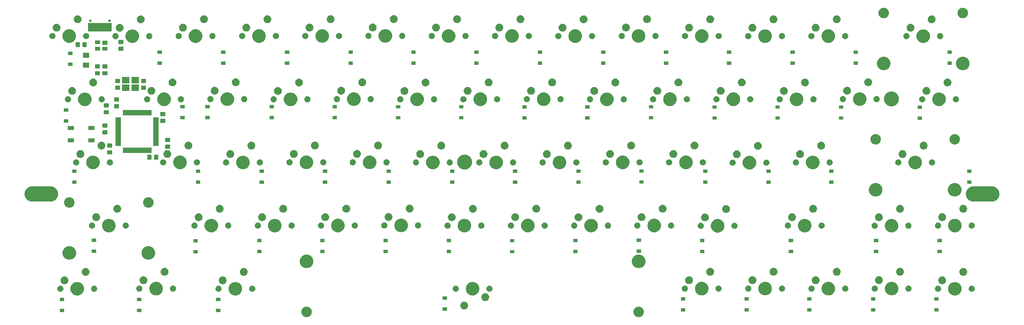
<source format=gbr>
G04 #@! TF.GenerationSoftware,KiCad,Pcbnew,(5.1.4)-1*
G04 #@! TF.CreationDate,2021-06-08T22:07:55-07:00*
G04 #@! TF.ProjectId,Build,4275696c-642e-46b6-9963-61645f706362,rev?*
G04 #@! TF.SameCoordinates,Original*
G04 #@! TF.FileFunction,Soldermask,Bot*
G04 #@! TF.FilePolarity,Negative*
%FSLAX46Y46*%
G04 Gerber Fmt 4.6, Leading zero omitted, Abs format (unit mm)*
G04 Created by KiCad (PCBNEW (5.1.4)-1) date 2021-06-08 22:07:55*
%MOMM*%
%LPD*%
G04 APERTURE LIST*
%ADD10C,0.100000*%
G04 APERTURE END LIST*
D10*
G36*
X196016506Y-107277025D02*
G01*
X196255311Y-107324526D01*
X196374037Y-107373704D01*
X196541941Y-107443252D01*
X196541942Y-107443253D01*
X196799904Y-107615617D01*
X197019283Y-107834996D01*
X197113603Y-107976157D01*
X197191648Y-108092959D01*
X197261196Y-108260863D01*
X197310374Y-108379589D01*
X197340637Y-108531733D01*
X197370900Y-108683875D01*
X197370900Y-108994125D01*
X197310374Y-109298410D01*
X197191648Y-109585041D01*
X197191647Y-109585042D01*
X197019283Y-109843004D01*
X196799904Y-110062383D01*
X196627539Y-110177553D01*
X196541941Y-110234748D01*
X196374037Y-110304296D01*
X196255311Y-110353474D01*
X195951025Y-110414000D01*
X195640775Y-110414000D01*
X195336489Y-110353474D01*
X195217763Y-110304296D01*
X195049859Y-110234748D01*
X194964261Y-110177553D01*
X194791896Y-110062383D01*
X194572517Y-109843004D01*
X194400153Y-109585042D01*
X194400152Y-109585041D01*
X194281426Y-109298410D01*
X194220900Y-108994125D01*
X194220900Y-108683875D01*
X194251163Y-108531733D01*
X194281426Y-108379589D01*
X194330604Y-108260863D01*
X194400152Y-108092959D01*
X194478197Y-107976157D01*
X194572517Y-107834996D01*
X194791896Y-107615617D01*
X195049858Y-107443253D01*
X195049859Y-107443252D01*
X195217763Y-107373704D01*
X195336489Y-107324526D01*
X195575294Y-107277025D01*
X195640775Y-107264000D01*
X195951025Y-107264000D01*
X196016506Y-107277025D01*
X196016506Y-107277025D01*
G37*
G36*
X96016706Y-107277025D02*
G01*
X96255511Y-107324526D01*
X96374237Y-107373704D01*
X96542141Y-107443252D01*
X96542142Y-107443253D01*
X96800104Y-107615617D01*
X97019483Y-107834996D01*
X97113803Y-107976157D01*
X97191848Y-108092959D01*
X97261396Y-108260863D01*
X97310574Y-108379589D01*
X97340837Y-108531733D01*
X97371100Y-108683875D01*
X97371100Y-108994125D01*
X97310574Y-109298410D01*
X97191848Y-109585041D01*
X97191847Y-109585042D01*
X97019483Y-109843004D01*
X96800104Y-110062383D01*
X96627739Y-110177553D01*
X96542141Y-110234748D01*
X96374237Y-110304296D01*
X96255511Y-110353474D01*
X95951225Y-110414000D01*
X95640975Y-110414000D01*
X95336689Y-110353474D01*
X95217963Y-110304296D01*
X95050059Y-110234748D01*
X94964461Y-110177553D01*
X94792096Y-110062383D01*
X94572717Y-109843004D01*
X94400353Y-109585042D01*
X94400352Y-109585041D01*
X94281626Y-109298410D01*
X94221100Y-108994125D01*
X94221100Y-108683875D01*
X94251363Y-108531733D01*
X94281626Y-108379589D01*
X94330804Y-108260863D01*
X94400352Y-108092959D01*
X94478397Y-107976157D01*
X94572717Y-107834996D01*
X94792096Y-107615617D01*
X95050058Y-107443253D01*
X95050059Y-107443252D01*
X95217963Y-107373704D01*
X95336689Y-107324526D01*
X95575494Y-107277025D01*
X95640975Y-107264000D01*
X95951225Y-107264000D01*
X96016706Y-107277025D01*
X96016706Y-107277025D01*
G37*
G36*
X46035720Y-108922440D02*
G01*
X44733720Y-108922440D01*
X44733720Y-107920440D01*
X46035720Y-107920440D01*
X46035720Y-108922440D01*
X46035720Y-108922440D01*
G37*
G36*
X22822660Y-108916360D02*
G01*
X21520660Y-108916360D01*
X21520660Y-107914360D01*
X22822660Y-107914360D01*
X22822660Y-108916360D01*
X22822660Y-108916360D01*
G37*
G36*
X69845680Y-108911280D02*
G01*
X68543680Y-108911280D01*
X68543680Y-107909280D01*
X69845680Y-107909280D01*
X69845680Y-108911280D01*
X69845680Y-108911280D01*
G37*
G36*
X267041120Y-108752260D02*
G01*
X265739120Y-108752260D01*
X265739120Y-107750260D01*
X267041120Y-107750260D01*
X267041120Y-108752260D01*
X267041120Y-108752260D01*
G37*
G36*
X247851420Y-108752260D02*
G01*
X246549420Y-108752260D01*
X246549420Y-107750260D01*
X247851420Y-107750260D01*
X247851420Y-108752260D01*
X247851420Y-108752260D01*
G37*
G36*
X228984300Y-108726860D02*
G01*
X227682300Y-108726860D01*
X227682300Y-107724860D01*
X228984300Y-107724860D01*
X228984300Y-108726860D01*
X228984300Y-108726860D01*
G37*
G36*
X209830160Y-108719240D02*
G01*
X208528160Y-108719240D01*
X208528160Y-107717240D01*
X209830160Y-107717240D01*
X209830160Y-108719240D01*
X209830160Y-108719240D01*
G37*
G36*
X286096200Y-108709080D02*
G01*
X284794200Y-108709080D01*
X284794200Y-107707080D01*
X286096200Y-107707080D01*
X286096200Y-108709080D01*
X286096200Y-108709080D01*
G37*
G36*
X138065000Y-108449000D02*
G01*
X136763000Y-108449000D01*
X136763000Y-107447000D01*
X138065000Y-107447000D01*
X138065000Y-108449000D01*
X138065000Y-108449000D01*
G37*
G36*
X143447560Y-105773064D02*
G01*
X143599027Y-105803193D01*
X143813045Y-105891842D01*
X143813046Y-105891843D01*
X144005654Y-106020539D01*
X144169461Y-106184346D01*
X144255258Y-106312751D01*
X144298158Y-106376955D01*
X144386807Y-106590973D01*
X144432000Y-106818174D01*
X144432000Y-107049826D01*
X144386807Y-107277027D01*
X144298158Y-107491045D01*
X144298157Y-107491046D01*
X144169461Y-107683654D01*
X144005654Y-107847461D01*
X143913135Y-107909280D01*
X143813045Y-107976158D01*
X143599027Y-108064807D01*
X143457502Y-108092958D01*
X143371827Y-108110000D01*
X143140173Y-108110000D01*
X143054498Y-108092958D01*
X142912973Y-108064807D01*
X142698955Y-107976158D01*
X142598865Y-107909280D01*
X142506346Y-107847461D01*
X142342539Y-107683654D01*
X142213843Y-107491046D01*
X142213842Y-107491045D01*
X142125193Y-107277027D01*
X142080000Y-107049826D01*
X142080000Y-106818174D01*
X142125193Y-106590973D01*
X142213842Y-106376955D01*
X142256742Y-106312751D01*
X142342539Y-106184346D01*
X142506346Y-106020539D01*
X142698954Y-105891843D01*
X142698955Y-105891842D01*
X142912973Y-105803193D01*
X143064440Y-105773064D01*
X143140173Y-105758000D01*
X143371827Y-105758000D01*
X143447560Y-105773064D01*
X143447560Y-105773064D01*
G37*
G36*
X46035720Y-105622440D02*
G01*
X44733720Y-105622440D01*
X44733720Y-104620440D01*
X46035720Y-104620440D01*
X46035720Y-105622440D01*
X46035720Y-105622440D01*
G37*
G36*
X22822660Y-105616360D02*
G01*
X21520660Y-105616360D01*
X21520660Y-104614360D01*
X22822660Y-104614360D01*
X22822660Y-105616360D01*
X22822660Y-105616360D01*
G37*
G36*
X69845680Y-105611280D02*
G01*
X68543680Y-105611280D01*
X68543680Y-104609280D01*
X69845680Y-104609280D01*
X69845680Y-105611280D01*
X69845680Y-105611280D01*
G37*
G36*
X149797560Y-103233064D02*
G01*
X149949027Y-103263193D01*
X150163045Y-103351842D01*
X150163046Y-103351843D01*
X150355654Y-103480539D01*
X150519461Y-103644346D01*
X150534041Y-103666167D01*
X150648158Y-103836955D01*
X150736807Y-104050973D01*
X150782000Y-104278174D01*
X150782000Y-104509826D01*
X150736807Y-104737027D01*
X150648158Y-104951045D01*
X150648157Y-104951046D01*
X150519461Y-105143654D01*
X150355654Y-105307461D01*
X150227249Y-105393258D01*
X150163045Y-105436158D01*
X149949027Y-105524807D01*
X149797560Y-105554936D01*
X149721827Y-105570000D01*
X149490173Y-105570000D01*
X149414440Y-105554936D01*
X149262973Y-105524807D01*
X149048955Y-105436158D01*
X148984751Y-105393258D01*
X148856346Y-105307461D01*
X148692539Y-105143654D01*
X148563843Y-104951046D01*
X148563842Y-104951045D01*
X148475193Y-104737027D01*
X148430000Y-104509826D01*
X148430000Y-104278174D01*
X148475193Y-104050973D01*
X148563842Y-103836955D01*
X148677959Y-103666167D01*
X148692539Y-103644346D01*
X148856346Y-103480539D01*
X149048954Y-103351843D01*
X149048955Y-103351842D01*
X149262973Y-103263193D01*
X149414440Y-103233064D01*
X149490173Y-103218000D01*
X149721827Y-103218000D01*
X149797560Y-103233064D01*
X149797560Y-103233064D01*
G37*
G36*
X247851420Y-105452260D02*
G01*
X246549420Y-105452260D01*
X246549420Y-104450260D01*
X247851420Y-104450260D01*
X247851420Y-105452260D01*
X247851420Y-105452260D01*
G37*
G36*
X267041120Y-105452260D02*
G01*
X265739120Y-105452260D01*
X265739120Y-104450260D01*
X267041120Y-104450260D01*
X267041120Y-105452260D01*
X267041120Y-105452260D01*
G37*
G36*
X228984300Y-105426860D02*
G01*
X227682300Y-105426860D01*
X227682300Y-104424860D01*
X228984300Y-104424860D01*
X228984300Y-105426860D01*
X228984300Y-105426860D01*
G37*
G36*
X209830160Y-105419240D02*
G01*
X208528160Y-105419240D01*
X208528160Y-104417240D01*
X209830160Y-104417240D01*
X209830160Y-105419240D01*
X209830160Y-105419240D01*
G37*
G36*
X286096200Y-105409080D02*
G01*
X284794200Y-105409080D01*
X284794200Y-104407080D01*
X286096200Y-104407080D01*
X286096200Y-105409080D01*
X286096200Y-105409080D01*
G37*
G36*
X138065000Y-105149000D02*
G01*
X136763000Y-105149000D01*
X136763000Y-104147000D01*
X138065000Y-104147000D01*
X138065000Y-105149000D01*
X138065000Y-105149000D01*
G37*
G36*
X27327434Y-99890224D02*
G01*
X27545434Y-99980523D01*
X27699583Y-100044373D01*
X28034508Y-100268163D01*
X28319337Y-100552992D01*
X28543127Y-100887917D01*
X28575522Y-100966126D01*
X28697276Y-101260066D01*
X28775860Y-101655134D01*
X28775860Y-102057946D01*
X28697276Y-102453014D01*
X28646411Y-102575812D01*
X28543127Y-102825163D01*
X28319337Y-103160088D01*
X28034508Y-103444917D01*
X27699583Y-103668707D01*
X27545434Y-103732557D01*
X27327434Y-103822856D01*
X26932366Y-103901440D01*
X26529554Y-103901440D01*
X26134486Y-103822856D01*
X25916486Y-103732557D01*
X25762337Y-103668707D01*
X25427412Y-103444917D01*
X25142583Y-103160088D01*
X24918793Y-102825163D01*
X24815509Y-102575812D01*
X24764644Y-102453014D01*
X24686060Y-102057946D01*
X24686060Y-101655134D01*
X24764644Y-101260066D01*
X24886398Y-100966126D01*
X24918793Y-100887917D01*
X25142583Y-100552992D01*
X25427412Y-100268163D01*
X25762337Y-100044373D01*
X25916486Y-99980523D01*
X26134486Y-99890224D01*
X26529554Y-99811640D01*
X26932366Y-99811640D01*
X27327434Y-99890224D01*
X27327434Y-99890224D01*
G37*
G36*
X74952434Y-99890224D02*
G01*
X75170434Y-99980523D01*
X75324583Y-100044373D01*
X75659508Y-100268163D01*
X75944337Y-100552992D01*
X76168127Y-100887917D01*
X76200522Y-100966126D01*
X76322276Y-101260066D01*
X76400860Y-101655134D01*
X76400860Y-102057946D01*
X76322276Y-102453014D01*
X76271411Y-102575812D01*
X76168127Y-102825163D01*
X75944337Y-103160088D01*
X75659508Y-103444917D01*
X75324583Y-103668707D01*
X75170434Y-103732557D01*
X74952434Y-103822856D01*
X74557366Y-103901440D01*
X74154554Y-103901440D01*
X73759486Y-103822856D01*
X73541486Y-103732557D01*
X73387337Y-103668707D01*
X73052412Y-103444917D01*
X72767583Y-103160088D01*
X72543793Y-102825163D01*
X72440509Y-102575812D01*
X72389644Y-102453014D01*
X72311060Y-102057946D01*
X72311060Y-101655134D01*
X72389644Y-101260066D01*
X72511398Y-100966126D01*
X72543793Y-100887917D01*
X72767583Y-100552992D01*
X73052412Y-100268163D01*
X73387337Y-100044373D01*
X73541486Y-99980523D01*
X73759486Y-99890224D01*
X74154554Y-99811640D01*
X74557366Y-99811640D01*
X74952434Y-99890224D01*
X74952434Y-99890224D01*
G37*
G36*
X291614434Y-99890224D02*
G01*
X291832434Y-99980523D01*
X291986583Y-100044373D01*
X292321508Y-100268163D01*
X292606337Y-100552992D01*
X292830127Y-100887917D01*
X292862522Y-100966126D01*
X292984276Y-101260066D01*
X293062860Y-101655134D01*
X293062860Y-102057946D01*
X292984276Y-102453014D01*
X292933411Y-102575812D01*
X292830127Y-102825163D01*
X292606337Y-103160088D01*
X292321508Y-103444917D01*
X291986583Y-103668707D01*
X291832434Y-103732557D01*
X291614434Y-103822856D01*
X291219366Y-103901440D01*
X290816554Y-103901440D01*
X290421486Y-103822856D01*
X290203486Y-103732557D01*
X290049337Y-103668707D01*
X289714412Y-103444917D01*
X289429583Y-103160088D01*
X289205793Y-102825163D01*
X289102509Y-102575812D01*
X289051644Y-102453014D01*
X288973060Y-102057946D01*
X288973060Y-101655134D01*
X289051644Y-101260066D01*
X289173398Y-100966126D01*
X289205793Y-100887917D01*
X289429583Y-100552992D01*
X289714412Y-100268163D01*
X290049337Y-100044373D01*
X290203486Y-99980523D01*
X290421486Y-99890224D01*
X290816554Y-99811640D01*
X291219366Y-99811640D01*
X291614434Y-99890224D01*
X291614434Y-99890224D01*
G37*
G36*
X146392474Y-99887684D02*
G01*
X146610474Y-99977983D01*
X146764623Y-100041833D01*
X147099548Y-100265623D01*
X147384377Y-100550452D01*
X147608167Y-100885377D01*
X147640562Y-100963586D01*
X147762316Y-101257526D01*
X147840900Y-101652594D01*
X147840900Y-102055406D01*
X147762316Y-102450474D01*
X147710399Y-102575812D01*
X147608167Y-102822623D01*
X147384377Y-103157548D01*
X147099548Y-103442377D01*
X146764623Y-103666167D01*
X146610474Y-103730017D01*
X146392474Y-103820316D01*
X145997406Y-103898900D01*
X145594594Y-103898900D01*
X145199526Y-103820316D01*
X144981526Y-103730017D01*
X144827377Y-103666167D01*
X144492452Y-103442377D01*
X144207623Y-103157548D01*
X143983833Y-102822623D01*
X143881601Y-102575812D01*
X143829684Y-102450474D01*
X143751100Y-102055406D01*
X143751100Y-101652594D01*
X143829684Y-101257526D01*
X143951438Y-100963586D01*
X143983833Y-100885377D01*
X144207623Y-100550452D01*
X144492452Y-100265623D01*
X144827377Y-100041833D01*
X144981526Y-99977983D01*
X145199526Y-99887684D01*
X145594594Y-99809100D01*
X145997406Y-99809100D01*
X146392474Y-99887684D01*
X146392474Y-99887684D01*
G37*
G36*
X51089134Y-99852124D02*
G01*
X51307134Y-99942423D01*
X51461283Y-100006273D01*
X51796208Y-100230063D01*
X52081037Y-100514892D01*
X52304827Y-100849817D01*
X52360875Y-100985129D01*
X52458976Y-101221966D01*
X52537560Y-101617034D01*
X52537560Y-102019846D01*
X52458976Y-102414914D01*
X52408111Y-102537712D01*
X52304827Y-102787063D01*
X52081037Y-103121988D01*
X51796208Y-103406817D01*
X51461283Y-103630607D01*
X51375433Y-103666167D01*
X51089134Y-103784756D01*
X50694066Y-103863340D01*
X50291254Y-103863340D01*
X49896186Y-103784756D01*
X49609887Y-103666167D01*
X49524037Y-103630607D01*
X49189112Y-103406817D01*
X48904283Y-103121988D01*
X48680493Y-102787063D01*
X48577209Y-102537712D01*
X48526344Y-102414914D01*
X48447760Y-102019846D01*
X48447760Y-101617034D01*
X48526344Y-101221966D01*
X48624445Y-100985129D01*
X48680493Y-100849817D01*
X48904283Y-100514892D01*
X49189112Y-100230063D01*
X49524037Y-100006273D01*
X49678186Y-99942423D01*
X49896186Y-99852124D01*
X50291254Y-99773540D01*
X50694066Y-99773540D01*
X51089134Y-99852124D01*
X51089134Y-99852124D01*
G37*
G36*
X253514434Y-99852124D02*
G01*
X253732434Y-99942423D01*
X253886583Y-100006273D01*
X254221508Y-100230063D01*
X254506337Y-100514892D01*
X254730127Y-100849817D01*
X254786175Y-100985129D01*
X254884276Y-101221966D01*
X254962860Y-101617034D01*
X254962860Y-102019846D01*
X254884276Y-102414914D01*
X254833411Y-102537712D01*
X254730127Y-102787063D01*
X254506337Y-103121988D01*
X254221508Y-103406817D01*
X253886583Y-103630607D01*
X253800733Y-103666167D01*
X253514434Y-103784756D01*
X253119366Y-103863340D01*
X252716554Y-103863340D01*
X252321486Y-103784756D01*
X252035187Y-103666167D01*
X251949337Y-103630607D01*
X251614412Y-103406817D01*
X251329583Y-103121988D01*
X251105793Y-102787063D01*
X251002509Y-102537712D01*
X250951644Y-102414914D01*
X250873060Y-102019846D01*
X250873060Y-101617034D01*
X250951644Y-101221966D01*
X251049745Y-100985129D01*
X251105793Y-100849817D01*
X251329583Y-100514892D01*
X251614412Y-100230063D01*
X251949337Y-100006273D01*
X252103486Y-99942423D01*
X252321486Y-99852124D01*
X252716554Y-99773540D01*
X253119366Y-99773540D01*
X253514434Y-99852124D01*
X253514434Y-99852124D01*
G37*
G36*
X215389034Y-99852124D02*
G01*
X215607034Y-99942423D01*
X215761183Y-100006273D01*
X216096108Y-100230063D01*
X216380937Y-100514892D01*
X216604727Y-100849817D01*
X216660775Y-100985129D01*
X216758876Y-101221966D01*
X216837460Y-101617034D01*
X216837460Y-102019846D01*
X216758876Y-102414914D01*
X216708011Y-102537712D01*
X216604727Y-102787063D01*
X216380937Y-103121988D01*
X216096108Y-103406817D01*
X215761183Y-103630607D01*
X215675333Y-103666167D01*
X215389034Y-103784756D01*
X214993966Y-103863340D01*
X214591154Y-103863340D01*
X214196086Y-103784756D01*
X213909787Y-103666167D01*
X213823937Y-103630607D01*
X213489012Y-103406817D01*
X213204183Y-103121988D01*
X212980393Y-102787063D01*
X212877109Y-102537712D01*
X212826244Y-102414914D01*
X212747660Y-102019846D01*
X212747660Y-101617034D01*
X212826244Y-101221966D01*
X212924345Y-100985129D01*
X212980393Y-100849817D01*
X213204183Y-100514892D01*
X213489012Y-100230063D01*
X213823937Y-100006273D01*
X213978086Y-99942423D01*
X214196086Y-99852124D01*
X214591154Y-99773540D01*
X214993966Y-99773540D01*
X215389034Y-99852124D01*
X215389034Y-99852124D01*
G37*
G36*
X234477134Y-99839424D02*
G01*
X234599778Y-99890225D01*
X234849283Y-99993573D01*
X235184208Y-100217363D01*
X235469037Y-100502192D01*
X235692827Y-100837117D01*
X235745212Y-100963586D01*
X235846976Y-101209266D01*
X235925560Y-101604334D01*
X235925560Y-102007146D01*
X235846976Y-102402214D01*
X235796111Y-102525012D01*
X235692827Y-102774363D01*
X235469037Y-103109288D01*
X235184208Y-103394117D01*
X234849283Y-103617907D01*
X234818622Y-103630607D01*
X234477134Y-103772056D01*
X234082066Y-103850640D01*
X233679254Y-103850640D01*
X233284186Y-103772056D01*
X232942698Y-103630607D01*
X232912037Y-103617907D01*
X232577112Y-103394117D01*
X232292283Y-103109288D01*
X232068493Y-102774363D01*
X231965209Y-102525012D01*
X231914344Y-102402214D01*
X231835760Y-102007146D01*
X231835760Y-101604334D01*
X231914344Y-101209266D01*
X232016108Y-100963586D01*
X232068493Y-100837117D01*
X232292283Y-100502192D01*
X232577112Y-100217363D01*
X232912037Y-99993573D01*
X233161542Y-99890225D01*
X233284186Y-99839424D01*
X233679254Y-99760840D01*
X234082066Y-99760840D01*
X234477134Y-99839424D01*
X234477134Y-99839424D01*
G37*
G36*
X272564434Y-99839424D02*
G01*
X272687078Y-99890225D01*
X272936583Y-99993573D01*
X273271508Y-100217363D01*
X273556337Y-100502192D01*
X273780127Y-100837117D01*
X273832512Y-100963586D01*
X273934276Y-101209266D01*
X274012860Y-101604334D01*
X274012860Y-102007146D01*
X273934276Y-102402214D01*
X273883411Y-102525012D01*
X273780127Y-102774363D01*
X273556337Y-103109288D01*
X273271508Y-103394117D01*
X272936583Y-103617907D01*
X272905922Y-103630607D01*
X272564434Y-103772056D01*
X272169366Y-103850640D01*
X271766554Y-103850640D01*
X271371486Y-103772056D01*
X271029998Y-103630607D01*
X270999337Y-103617907D01*
X270664412Y-103394117D01*
X270379583Y-103109288D01*
X270155793Y-102774363D01*
X270052509Y-102525012D01*
X270001644Y-102402214D01*
X269923060Y-102007146D01*
X269923060Y-101604334D01*
X270001644Y-101209266D01*
X270103408Y-100963586D01*
X270155793Y-100837117D01*
X270379583Y-100502192D01*
X270664412Y-100217363D01*
X270999337Y-99993573D01*
X271248842Y-99890225D01*
X271371486Y-99839424D01*
X271766554Y-99760840D01*
X272169366Y-99760840D01*
X272564434Y-99839424D01*
X272564434Y-99839424D01*
G37*
G36*
X79706064Y-100966125D02*
G01*
X79874586Y-101035929D01*
X80026251Y-101137268D01*
X80155232Y-101266249D01*
X80256571Y-101417914D01*
X80326375Y-101586436D01*
X80361960Y-101765337D01*
X80361960Y-101947743D01*
X80326375Y-102126644D01*
X80256571Y-102295166D01*
X80155232Y-102446831D01*
X80026251Y-102575812D01*
X79874586Y-102677151D01*
X79706064Y-102746955D01*
X79527163Y-102782540D01*
X79344757Y-102782540D01*
X79165856Y-102746955D01*
X78997334Y-102677151D01*
X78845669Y-102575812D01*
X78716688Y-102446831D01*
X78615349Y-102295166D01*
X78545545Y-102126644D01*
X78509960Y-101947743D01*
X78509960Y-101765337D01*
X78545545Y-101586436D01*
X78615349Y-101417914D01*
X78716688Y-101266249D01*
X78845669Y-101137268D01*
X78997334Y-101035929D01*
X79165856Y-100966125D01*
X79344757Y-100930540D01*
X79527163Y-100930540D01*
X79706064Y-100966125D01*
X79706064Y-100966125D01*
G37*
G36*
X296368064Y-100966125D02*
G01*
X296536586Y-101035929D01*
X296688251Y-101137268D01*
X296817232Y-101266249D01*
X296918571Y-101417914D01*
X296988375Y-101586436D01*
X297023960Y-101765337D01*
X297023960Y-101947743D01*
X296988375Y-102126644D01*
X296918571Y-102295166D01*
X296817232Y-102446831D01*
X296688251Y-102575812D01*
X296536586Y-102677151D01*
X296368064Y-102746955D01*
X296189163Y-102782540D01*
X296006757Y-102782540D01*
X295827856Y-102746955D01*
X295659334Y-102677151D01*
X295507669Y-102575812D01*
X295378688Y-102446831D01*
X295277349Y-102295166D01*
X295207545Y-102126644D01*
X295171960Y-101947743D01*
X295171960Y-101765337D01*
X295207545Y-101586436D01*
X295277349Y-101417914D01*
X295378688Y-101266249D01*
X295507669Y-101137268D01*
X295659334Y-101035929D01*
X295827856Y-100966125D01*
X296006757Y-100930540D01*
X296189163Y-100930540D01*
X296368064Y-100966125D01*
X296368064Y-100966125D01*
G37*
G36*
X32081064Y-100966125D02*
G01*
X32249586Y-101035929D01*
X32401251Y-101137268D01*
X32530232Y-101266249D01*
X32631571Y-101417914D01*
X32701375Y-101586436D01*
X32736960Y-101765337D01*
X32736960Y-101947743D01*
X32701375Y-102126644D01*
X32631571Y-102295166D01*
X32530232Y-102446831D01*
X32401251Y-102575812D01*
X32249586Y-102677151D01*
X32081064Y-102746955D01*
X31902163Y-102782540D01*
X31719757Y-102782540D01*
X31540856Y-102746955D01*
X31372334Y-102677151D01*
X31220669Y-102575812D01*
X31091688Y-102446831D01*
X30990349Y-102295166D01*
X30920545Y-102126644D01*
X30884960Y-101947743D01*
X30884960Y-101765337D01*
X30920545Y-101586436D01*
X30990349Y-101417914D01*
X31091688Y-101266249D01*
X31220669Y-101137268D01*
X31372334Y-101035929D01*
X31540856Y-100966125D01*
X31719757Y-100930540D01*
X31902163Y-100930540D01*
X32081064Y-100966125D01*
X32081064Y-100966125D01*
G37*
G36*
X21921064Y-100966125D02*
G01*
X22089586Y-101035929D01*
X22241251Y-101137268D01*
X22370232Y-101266249D01*
X22471571Y-101417914D01*
X22541375Y-101586436D01*
X22576960Y-101765337D01*
X22576960Y-101947743D01*
X22541375Y-102126644D01*
X22471571Y-102295166D01*
X22370232Y-102446831D01*
X22241251Y-102575812D01*
X22089586Y-102677151D01*
X21921064Y-102746955D01*
X21742163Y-102782540D01*
X21559757Y-102782540D01*
X21380856Y-102746955D01*
X21212334Y-102677151D01*
X21060669Y-102575812D01*
X20931688Y-102446831D01*
X20830349Y-102295166D01*
X20760545Y-102126644D01*
X20724960Y-101947743D01*
X20724960Y-101765337D01*
X20760545Y-101586436D01*
X20830349Y-101417914D01*
X20931688Y-101266249D01*
X21060669Y-101137268D01*
X21212334Y-101035929D01*
X21380856Y-100966125D01*
X21559757Y-100930540D01*
X21742163Y-100930540D01*
X21921064Y-100966125D01*
X21921064Y-100966125D01*
G37*
G36*
X69546064Y-100966125D02*
G01*
X69714586Y-101035929D01*
X69866251Y-101137268D01*
X69995232Y-101266249D01*
X70096571Y-101417914D01*
X70166375Y-101586436D01*
X70201960Y-101765337D01*
X70201960Y-101947743D01*
X70166375Y-102126644D01*
X70096571Y-102295166D01*
X69995232Y-102446831D01*
X69866251Y-102575812D01*
X69714586Y-102677151D01*
X69546064Y-102746955D01*
X69367163Y-102782540D01*
X69184757Y-102782540D01*
X69005856Y-102746955D01*
X68837334Y-102677151D01*
X68685669Y-102575812D01*
X68556688Y-102446831D01*
X68455349Y-102295166D01*
X68385545Y-102126644D01*
X68349960Y-101947743D01*
X68349960Y-101765337D01*
X68385545Y-101586436D01*
X68455349Y-101417914D01*
X68556688Y-101266249D01*
X68685669Y-101137268D01*
X68837334Y-101035929D01*
X69005856Y-100966125D01*
X69184757Y-100930540D01*
X69367163Y-100930540D01*
X69546064Y-100966125D01*
X69546064Y-100966125D01*
G37*
G36*
X286208064Y-100966125D02*
G01*
X286376586Y-101035929D01*
X286528251Y-101137268D01*
X286657232Y-101266249D01*
X286758571Y-101417914D01*
X286828375Y-101586436D01*
X286863960Y-101765337D01*
X286863960Y-101947743D01*
X286828375Y-102126644D01*
X286758571Y-102295166D01*
X286657232Y-102446831D01*
X286528251Y-102575812D01*
X286376586Y-102677151D01*
X286208064Y-102746955D01*
X286029163Y-102782540D01*
X285846757Y-102782540D01*
X285667856Y-102746955D01*
X285499334Y-102677151D01*
X285347669Y-102575812D01*
X285218688Y-102446831D01*
X285117349Y-102295166D01*
X285047545Y-102126644D01*
X285011960Y-101947743D01*
X285011960Y-101765337D01*
X285047545Y-101586436D01*
X285117349Y-101417914D01*
X285218688Y-101266249D01*
X285347669Y-101137268D01*
X285499334Y-101035929D01*
X285667856Y-100966125D01*
X285846757Y-100930540D01*
X286029163Y-100930540D01*
X286208064Y-100966125D01*
X286208064Y-100966125D01*
G37*
G36*
X151146104Y-100963585D02*
G01*
X151314626Y-101033389D01*
X151466291Y-101134728D01*
X151595272Y-101263709D01*
X151696611Y-101415374D01*
X151766415Y-101583896D01*
X151802000Y-101762797D01*
X151802000Y-101945203D01*
X151766415Y-102124104D01*
X151696611Y-102292626D01*
X151595272Y-102444291D01*
X151466291Y-102573272D01*
X151314626Y-102674611D01*
X151146104Y-102744415D01*
X150967203Y-102780000D01*
X150784797Y-102780000D01*
X150605896Y-102744415D01*
X150437374Y-102674611D01*
X150285709Y-102573272D01*
X150156728Y-102444291D01*
X150055389Y-102292626D01*
X149985585Y-102124104D01*
X149950000Y-101945203D01*
X149950000Y-101762797D01*
X149985585Y-101583896D01*
X150055389Y-101415374D01*
X150156728Y-101263709D01*
X150285709Y-101134728D01*
X150437374Y-101033389D01*
X150605896Y-100963585D01*
X150784797Y-100928000D01*
X150967203Y-100928000D01*
X151146104Y-100963585D01*
X151146104Y-100963585D01*
G37*
G36*
X140986104Y-100963585D02*
G01*
X141154626Y-101033389D01*
X141306291Y-101134728D01*
X141435272Y-101263709D01*
X141536611Y-101415374D01*
X141606415Y-101583896D01*
X141642000Y-101762797D01*
X141642000Y-101945203D01*
X141606415Y-102124104D01*
X141536611Y-102292626D01*
X141435272Y-102444291D01*
X141306291Y-102573272D01*
X141154626Y-102674611D01*
X140986104Y-102744415D01*
X140807203Y-102780000D01*
X140624797Y-102780000D01*
X140445896Y-102744415D01*
X140277374Y-102674611D01*
X140125709Y-102573272D01*
X139996728Y-102444291D01*
X139895389Y-102292626D01*
X139825585Y-102124104D01*
X139790000Y-101945203D01*
X139790000Y-101762797D01*
X139825585Y-101583896D01*
X139895389Y-101415374D01*
X139996728Y-101263709D01*
X140125709Y-101134728D01*
X140277374Y-101033389D01*
X140445896Y-100963585D01*
X140624797Y-100928000D01*
X140807203Y-100928000D01*
X140986104Y-100963585D01*
X140986104Y-100963585D01*
G37*
G36*
X209982664Y-100928025D02*
G01*
X210151186Y-100997829D01*
X210302851Y-101099168D01*
X210431832Y-101228149D01*
X210533171Y-101379814D01*
X210602975Y-101548336D01*
X210638560Y-101727237D01*
X210638560Y-101909643D01*
X210602975Y-102088544D01*
X210533171Y-102257066D01*
X210431832Y-102408731D01*
X210302851Y-102537712D01*
X210151186Y-102639051D01*
X209982664Y-102708855D01*
X209803763Y-102744440D01*
X209621357Y-102744440D01*
X209442456Y-102708855D01*
X209273934Y-102639051D01*
X209122269Y-102537712D01*
X208993288Y-102408731D01*
X208891949Y-102257066D01*
X208822145Y-102088544D01*
X208786560Y-101909643D01*
X208786560Y-101727237D01*
X208822145Y-101548336D01*
X208891949Y-101379814D01*
X208993288Y-101228149D01*
X209122269Y-101099168D01*
X209273934Y-100997829D01*
X209442456Y-100928025D01*
X209621357Y-100892440D01*
X209803763Y-100892440D01*
X209982664Y-100928025D01*
X209982664Y-100928025D01*
G37*
G36*
X248108064Y-100928025D02*
G01*
X248276586Y-100997829D01*
X248428251Y-101099168D01*
X248557232Y-101228149D01*
X248658571Y-101379814D01*
X248728375Y-101548336D01*
X248763960Y-101727237D01*
X248763960Y-101909643D01*
X248728375Y-102088544D01*
X248658571Y-102257066D01*
X248557232Y-102408731D01*
X248428251Y-102537712D01*
X248276586Y-102639051D01*
X248108064Y-102708855D01*
X247929163Y-102744440D01*
X247746757Y-102744440D01*
X247567856Y-102708855D01*
X247399334Y-102639051D01*
X247247669Y-102537712D01*
X247118688Y-102408731D01*
X247017349Y-102257066D01*
X246947545Y-102088544D01*
X246911960Y-101909643D01*
X246911960Y-101727237D01*
X246947545Y-101548336D01*
X247017349Y-101379814D01*
X247118688Y-101228149D01*
X247247669Y-101099168D01*
X247399334Y-100997829D01*
X247567856Y-100928025D01*
X247746757Y-100892440D01*
X247929163Y-100892440D01*
X248108064Y-100928025D01*
X248108064Y-100928025D01*
G37*
G36*
X220142664Y-100928025D02*
G01*
X220311186Y-100997829D01*
X220462851Y-101099168D01*
X220591832Y-101228149D01*
X220693171Y-101379814D01*
X220762975Y-101548336D01*
X220798560Y-101727237D01*
X220798560Y-101909643D01*
X220762975Y-102088544D01*
X220693171Y-102257066D01*
X220591832Y-102408731D01*
X220462851Y-102537712D01*
X220311186Y-102639051D01*
X220142664Y-102708855D01*
X219963763Y-102744440D01*
X219781357Y-102744440D01*
X219602456Y-102708855D01*
X219433934Y-102639051D01*
X219282269Y-102537712D01*
X219153288Y-102408731D01*
X219051949Y-102257066D01*
X218982145Y-102088544D01*
X218946560Y-101909643D01*
X218946560Y-101727237D01*
X218982145Y-101548336D01*
X219051949Y-101379814D01*
X219153288Y-101228149D01*
X219282269Y-101099168D01*
X219433934Y-100997829D01*
X219602456Y-100928025D01*
X219781357Y-100892440D01*
X219963763Y-100892440D01*
X220142664Y-100928025D01*
X220142664Y-100928025D01*
G37*
G36*
X55842764Y-100928025D02*
G01*
X56011286Y-100997829D01*
X56162951Y-101099168D01*
X56291932Y-101228149D01*
X56393271Y-101379814D01*
X56463075Y-101548336D01*
X56498660Y-101727237D01*
X56498660Y-101909643D01*
X56463075Y-102088544D01*
X56393271Y-102257066D01*
X56291932Y-102408731D01*
X56162951Y-102537712D01*
X56011286Y-102639051D01*
X55842764Y-102708855D01*
X55663863Y-102744440D01*
X55481457Y-102744440D01*
X55302556Y-102708855D01*
X55134034Y-102639051D01*
X54982369Y-102537712D01*
X54853388Y-102408731D01*
X54752049Y-102257066D01*
X54682245Y-102088544D01*
X54646660Y-101909643D01*
X54646660Y-101727237D01*
X54682245Y-101548336D01*
X54752049Y-101379814D01*
X54853388Y-101228149D01*
X54982369Y-101099168D01*
X55134034Y-100997829D01*
X55302556Y-100928025D01*
X55481457Y-100892440D01*
X55663863Y-100892440D01*
X55842764Y-100928025D01*
X55842764Y-100928025D01*
G37*
G36*
X258268064Y-100928025D02*
G01*
X258436586Y-100997829D01*
X258588251Y-101099168D01*
X258717232Y-101228149D01*
X258818571Y-101379814D01*
X258888375Y-101548336D01*
X258923960Y-101727237D01*
X258923960Y-101909643D01*
X258888375Y-102088544D01*
X258818571Y-102257066D01*
X258717232Y-102408731D01*
X258588251Y-102537712D01*
X258436586Y-102639051D01*
X258268064Y-102708855D01*
X258089163Y-102744440D01*
X257906757Y-102744440D01*
X257727856Y-102708855D01*
X257559334Y-102639051D01*
X257407669Y-102537712D01*
X257278688Y-102408731D01*
X257177349Y-102257066D01*
X257107545Y-102088544D01*
X257071960Y-101909643D01*
X257071960Y-101727237D01*
X257107545Y-101548336D01*
X257177349Y-101379814D01*
X257278688Y-101228149D01*
X257407669Y-101099168D01*
X257559334Y-100997829D01*
X257727856Y-100928025D01*
X257906757Y-100892440D01*
X258089163Y-100892440D01*
X258268064Y-100928025D01*
X258268064Y-100928025D01*
G37*
G36*
X45682764Y-100928025D02*
G01*
X45851286Y-100997829D01*
X46002951Y-101099168D01*
X46131932Y-101228149D01*
X46233271Y-101379814D01*
X46303075Y-101548336D01*
X46338660Y-101727237D01*
X46338660Y-101909643D01*
X46303075Y-102088544D01*
X46233271Y-102257066D01*
X46131932Y-102408731D01*
X46002951Y-102537712D01*
X45851286Y-102639051D01*
X45682764Y-102708855D01*
X45503863Y-102744440D01*
X45321457Y-102744440D01*
X45142556Y-102708855D01*
X44974034Y-102639051D01*
X44822369Y-102537712D01*
X44693388Y-102408731D01*
X44592049Y-102257066D01*
X44522245Y-102088544D01*
X44486660Y-101909643D01*
X44486660Y-101727237D01*
X44522245Y-101548336D01*
X44592049Y-101379814D01*
X44693388Y-101228149D01*
X44822369Y-101099168D01*
X44974034Y-100997829D01*
X45142556Y-100928025D01*
X45321457Y-100892440D01*
X45503863Y-100892440D01*
X45682764Y-100928025D01*
X45682764Y-100928025D01*
G37*
G36*
X267158064Y-100915325D02*
G01*
X267326586Y-100985129D01*
X267478251Y-101086468D01*
X267607232Y-101215449D01*
X267708571Y-101367114D01*
X267778375Y-101535636D01*
X267813960Y-101714537D01*
X267813960Y-101896943D01*
X267778375Y-102075844D01*
X267708571Y-102244366D01*
X267607232Y-102396031D01*
X267478251Y-102525012D01*
X267326586Y-102626351D01*
X267158064Y-102696155D01*
X266979163Y-102731740D01*
X266796757Y-102731740D01*
X266617856Y-102696155D01*
X266449334Y-102626351D01*
X266297669Y-102525012D01*
X266168688Y-102396031D01*
X266067349Y-102244366D01*
X265997545Y-102075844D01*
X265961960Y-101896943D01*
X265961960Y-101714537D01*
X265997545Y-101535636D01*
X266067349Y-101367114D01*
X266168688Y-101215449D01*
X266297669Y-101086468D01*
X266449334Y-100985129D01*
X266617856Y-100915325D01*
X266796757Y-100879740D01*
X266979163Y-100879740D01*
X267158064Y-100915325D01*
X267158064Y-100915325D01*
G37*
G36*
X229070764Y-100915325D02*
G01*
X229239286Y-100985129D01*
X229390951Y-101086468D01*
X229519932Y-101215449D01*
X229621271Y-101367114D01*
X229691075Y-101535636D01*
X229726660Y-101714537D01*
X229726660Y-101896943D01*
X229691075Y-102075844D01*
X229621271Y-102244366D01*
X229519932Y-102396031D01*
X229390951Y-102525012D01*
X229239286Y-102626351D01*
X229070764Y-102696155D01*
X228891863Y-102731740D01*
X228709457Y-102731740D01*
X228530556Y-102696155D01*
X228362034Y-102626351D01*
X228210369Y-102525012D01*
X228081388Y-102396031D01*
X227980049Y-102244366D01*
X227910245Y-102075844D01*
X227874660Y-101896943D01*
X227874660Y-101714537D01*
X227910245Y-101535636D01*
X227980049Y-101367114D01*
X228081388Y-101215449D01*
X228210369Y-101086468D01*
X228362034Y-100985129D01*
X228530556Y-100915325D01*
X228709457Y-100879740D01*
X228891863Y-100879740D01*
X229070764Y-100915325D01*
X229070764Y-100915325D01*
G37*
G36*
X239230764Y-100915325D02*
G01*
X239399286Y-100985129D01*
X239550951Y-101086468D01*
X239679932Y-101215449D01*
X239781271Y-101367114D01*
X239851075Y-101535636D01*
X239886660Y-101714537D01*
X239886660Y-101896943D01*
X239851075Y-102075844D01*
X239781271Y-102244366D01*
X239679932Y-102396031D01*
X239550951Y-102525012D01*
X239399286Y-102626351D01*
X239230764Y-102696155D01*
X239051863Y-102731740D01*
X238869457Y-102731740D01*
X238690556Y-102696155D01*
X238522034Y-102626351D01*
X238370369Y-102525012D01*
X238241388Y-102396031D01*
X238140049Y-102244366D01*
X238070245Y-102075844D01*
X238034660Y-101896943D01*
X238034660Y-101714537D01*
X238070245Y-101535636D01*
X238140049Y-101367114D01*
X238241388Y-101215449D01*
X238370369Y-101086468D01*
X238522034Y-100985129D01*
X238690556Y-100915325D01*
X238869457Y-100879740D01*
X239051863Y-100879740D01*
X239230764Y-100915325D01*
X239230764Y-100915325D01*
G37*
G36*
X277318064Y-100915325D02*
G01*
X277486586Y-100985129D01*
X277638251Y-101086468D01*
X277767232Y-101215449D01*
X277868571Y-101367114D01*
X277938375Y-101535636D01*
X277973960Y-101714537D01*
X277973960Y-101896943D01*
X277938375Y-102075844D01*
X277868571Y-102244366D01*
X277767232Y-102396031D01*
X277638251Y-102525012D01*
X277486586Y-102626351D01*
X277318064Y-102696155D01*
X277139163Y-102731740D01*
X276956757Y-102731740D01*
X276777856Y-102696155D01*
X276609334Y-102626351D01*
X276457669Y-102525012D01*
X276328688Y-102396031D01*
X276227349Y-102244366D01*
X276157545Y-102075844D01*
X276121960Y-101896943D01*
X276121960Y-101714537D01*
X276157545Y-101535636D01*
X276227349Y-101367114D01*
X276328688Y-101215449D01*
X276457669Y-101086468D01*
X276609334Y-100985129D01*
X276777856Y-100915325D01*
X276956757Y-100879740D01*
X277139163Y-100879740D01*
X277318064Y-100915325D01*
X277318064Y-100915325D01*
G37*
G36*
X23112520Y-98155604D02*
G01*
X23263987Y-98185733D01*
X23478005Y-98274382D01*
X23478006Y-98274383D01*
X23670614Y-98403079D01*
X23834421Y-98566886D01*
X23920218Y-98695291D01*
X23963118Y-98759495D01*
X24051767Y-98973513D01*
X24051767Y-98973515D01*
X24089382Y-99162614D01*
X24096960Y-99200714D01*
X24096960Y-99432366D01*
X24051767Y-99659567D01*
X23963118Y-99873585D01*
X23952000Y-99890224D01*
X23834421Y-100066194D01*
X23670614Y-100230001D01*
X23613500Y-100268163D01*
X23478005Y-100358698D01*
X23263987Y-100447347D01*
X23112520Y-100477476D01*
X23036787Y-100492540D01*
X22805133Y-100492540D01*
X22729400Y-100477476D01*
X22577933Y-100447347D01*
X22363915Y-100358698D01*
X22228420Y-100268163D01*
X22171306Y-100230001D01*
X22007499Y-100066194D01*
X21889920Y-99890224D01*
X21878802Y-99873585D01*
X21790153Y-99659567D01*
X21744960Y-99432366D01*
X21744960Y-99200714D01*
X21752539Y-99162614D01*
X21790153Y-98973515D01*
X21790153Y-98973513D01*
X21878802Y-98759495D01*
X21921702Y-98695291D01*
X22007499Y-98566886D01*
X22171306Y-98403079D01*
X22363914Y-98274383D01*
X22363915Y-98274382D01*
X22577933Y-98185733D01*
X22729400Y-98155604D01*
X22805133Y-98140540D01*
X23036787Y-98140540D01*
X23112520Y-98155604D01*
X23112520Y-98155604D01*
G37*
G36*
X70737520Y-98155604D02*
G01*
X70888987Y-98185733D01*
X71103005Y-98274382D01*
X71103006Y-98274383D01*
X71295614Y-98403079D01*
X71459421Y-98566886D01*
X71545218Y-98695291D01*
X71588118Y-98759495D01*
X71676767Y-98973513D01*
X71676767Y-98973515D01*
X71714382Y-99162614D01*
X71721960Y-99200714D01*
X71721960Y-99432366D01*
X71676767Y-99659567D01*
X71588118Y-99873585D01*
X71577000Y-99890224D01*
X71459421Y-100066194D01*
X71295614Y-100230001D01*
X71238500Y-100268163D01*
X71103005Y-100358698D01*
X70888987Y-100447347D01*
X70737520Y-100477476D01*
X70661787Y-100492540D01*
X70430133Y-100492540D01*
X70354400Y-100477476D01*
X70202933Y-100447347D01*
X69988915Y-100358698D01*
X69853420Y-100268163D01*
X69796306Y-100230001D01*
X69632499Y-100066194D01*
X69514920Y-99890224D01*
X69503802Y-99873585D01*
X69415153Y-99659567D01*
X69369960Y-99432366D01*
X69369960Y-99200714D01*
X69377539Y-99162614D01*
X69415153Y-98973515D01*
X69415153Y-98973513D01*
X69503802Y-98759495D01*
X69546702Y-98695291D01*
X69632499Y-98566886D01*
X69796306Y-98403079D01*
X69988914Y-98274383D01*
X69988915Y-98274382D01*
X70202933Y-98185733D01*
X70354400Y-98155604D01*
X70430133Y-98140540D01*
X70661787Y-98140540D01*
X70737520Y-98155604D01*
X70737520Y-98155604D01*
G37*
G36*
X287399520Y-98155604D02*
G01*
X287550987Y-98185733D01*
X287765005Y-98274382D01*
X287765006Y-98274383D01*
X287957614Y-98403079D01*
X288121421Y-98566886D01*
X288207218Y-98695291D01*
X288250118Y-98759495D01*
X288338767Y-98973513D01*
X288338767Y-98973515D01*
X288376382Y-99162614D01*
X288383960Y-99200714D01*
X288383960Y-99432366D01*
X288338767Y-99659567D01*
X288250118Y-99873585D01*
X288239000Y-99890224D01*
X288121421Y-100066194D01*
X287957614Y-100230001D01*
X287900500Y-100268163D01*
X287765005Y-100358698D01*
X287550987Y-100447347D01*
X287399520Y-100477476D01*
X287323787Y-100492540D01*
X287092133Y-100492540D01*
X287016400Y-100477476D01*
X286864933Y-100447347D01*
X286650915Y-100358698D01*
X286515420Y-100268163D01*
X286458306Y-100230001D01*
X286294499Y-100066194D01*
X286176920Y-99890224D01*
X286165802Y-99873585D01*
X286077153Y-99659567D01*
X286031960Y-99432366D01*
X286031960Y-99200714D01*
X286039539Y-99162614D01*
X286077153Y-98973515D01*
X286077153Y-98973513D01*
X286165802Y-98759495D01*
X286208702Y-98695291D01*
X286294499Y-98566886D01*
X286458306Y-98403079D01*
X286650914Y-98274383D01*
X286650915Y-98274382D01*
X286864933Y-98185733D01*
X287016400Y-98155604D01*
X287092133Y-98140540D01*
X287323787Y-98140540D01*
X287399520Y-98155604D01*
X287399520Y-98155604D01*
G37*
G36*
X46874220Y-98117504D02*
G01*
X47025687Y-98147633D01*
X47239705Y-98236282D01*
X47239706Y-98236283D01*
X47432314Y-98364979D01*
X47596121Y-98528786D01*
X47621577Y-98566884D01*
X47724818Y-98721395D01*
X47813467Y-98935413D01*
X47821046Y-98973515D01*
X47858660Y-99162613D01*
X47858660Y-99394267D01*
X47851081Y-99432367D01*
X47813467Y-99621467D01*
X47724818Y-99835485D01*
X47724817Y-99835486D01*
X47596121Y-100028094D01*
X47432314Y-100191901D01*
X47394207Y-100217363D01*
X47239705Y-100320598D01*
X47025687Y-100409247D01*
X46874220Y-100439376D01*
X46798487Y-100454440D01*
X46566833Y-100454440D01*
X46491100Y-100439376D01*
X46339633Y-100409247D01*
X46125615Y-100320598D01*
X45971113Y-100217363D01*
X45933006Y-100191901D01*
X45769199Y-100028094D01*
X45640503Y-99835486D01*
X45640502Y-99835485D01*
X45551853Y-99621467D01*
X45514239Y-99432367D01*
X45506660Y-99394267D01*
X45506660Y-99162613D01*
X45544274Y-98973515D01*
X45551853Y-98935413D01*
X45640502Y-98721395D01*
X45743743Y-98566884D01*
X45769199Y-98528786D01*
X45933006Y-98364979D01*
X46125614Y-98236283D01*
X46125615Y-98236282D01*
X46339633Y-98147633D01*
X46491100Y-98117504D01*
X46566833Y-98102440D01*
X46798487Y-98102440D01*
X46874220Y-98117504D01*
X46874220Y-98117504D01*
G37*
G36*
X249299520Y-98117504D02*
G01*
X249450987Y-98147633D01*
X249665005Y-98236282D01*
X249665006Y-98236283D01*
X249857614Y-98364979D01*
X250021421Y-98528786D01*
X250046877Y-98566884D01*
X250150118Y-98721395D01*
X250238767Y-98935413D01*
X250246346Y-98973515D01*
X250283960Y-99162613D01*
X250283960Y-99394267D01*
X250276381Y-99432367D01*
X250238767Y-99621467D01*
X250150118Y-99835485D01*
X250150117Y-99835486D01*
X250021421Y-100028094D01*
X249857614Y-100191901D01*
X249819507Y-100217363D01*
X249665005Y-100320598D01*
X249450987Y-100409247D01*
X249299520Y-100439376D01*
X249223787Y-100454440D01*
X248992133Y-100454440D01*
X248916400Y-100439376D01*
X248764933Y-100409247D01*
X248550915Y-100320598D01*
X248396413Y-100217363D01*
X248358306Y-100191901D01*
X248194499Y-100028094D01*
X248065803Y-99835486D01*
X248065802Y-99835485D01*
X247977153Y-99621467D01*
X247939539Y-99432367D01*
X247931960Y-99394267D01*
X247931960Y-99162613D01*
X247969574Y-98973515D01*
X247977153Y-98935413D01*
X248065802Y-98721395D01*
X248169043Y-98566884D01*
X248194499Y-98528786D01*
X248358306Y-98364979D01*
X248550914Y-98236283D01*
X248550915Y-98236282D01*
X248764933Y-98147633D01*
X248916400Y-98117504D01*
X248992133Y-98102440D01*
X249223787Y-98102440D01*
X249299520Y-98117504D01*
X249299520Y-98117504D01*
G37*
G36*
X211174120Y-98117504D02*
G01*
X211325587Y-98147633D01*
X211539605Y-98236282D01*
X211539606Y-98236283D01*
X211732214Y-98364979D01*
X211896021Y-98528786D01*
X211921477Y-98566884D01*
X212024718Y-98721395D01*
X212113367Y-98935413D01*
X212120946Y-98973515D01*
X212158560Y-99162613D01*
X212158560Y-99394267D01*
X212150981Y-99432367D01*
X212113367Y-99621467D01*
X212024718Y-99835485D01*
X212024717Y-99835486D01*
X211896021Y-100028094D01*
X211732214Y-100191901D01*
X211694107Y-100217363D01*
X211539605Y-100320598D01*
X211325587Y-100409247D01*
X211174120Y-100439376D01*
X211098387Y-100454440D01*
X210866733Y-100454440D01*
X210791000Y-100439376D01*
X210639533Y-100409247D01*
X210425515Y-100320598D01*
X210271013Y-100217363D01*
X210232906Y-100191901D01*
X210069099Y-100028094D01*
X209940403Y-99835486D01*
X209940402Y-99835485D01*
X209851753Y-99621467D01*
X209814139Y-99432367D01*
X209806560Y-99394267D01*
X209806560Y-99162613D01*
X209844174Y-98973515D01*
X209851753Y-98935413D01*
X209940402Y-98721395D01*
X210043643Y-98566884D01*
X210069099Y-98528786D01*
X210232906Y-98364979D01*
X210425514Y-98236283D01*
X210425515Y-98236282D01*
X210639533Y-98147633D01*
X210791000Y-98117504D01*
X210866733Y-98102440D01*
X211098387Y-98102440D01*
X211174120Y-98117504D01*
X211174120Y-98117504D01*
G37*
G36*
X268337633Y-98102440D02*
G01*
X268500987Y-98134933D01*
X268715005Y-98223582D01*
X268734013Y-98236283D01*
X268907614Y-98352279D01*
X269071421Y-98516086D01*
X269105363Y-98566884D01*
X269200118Y-98708695D01*
X269288767Y-98922713D01*
X269333960Y-99149914D01*
X269333960Y-99381566D01*
X269288767Y-99608767D01*
X269200118Y-99822785D01*
X269166174Y-99873585D01*
X269071421Y-100015394D01*
X268907614Y-100179201D01*
X268850500Y-100217363D01*
X268715005Y-100307898D01*
X268500987Y-100396547D01*
X268349520Y-100426676D01*
X268273787Y-100441740D01*
X268042133Y-100441740D01*
X267966400Y-100426676D01*
X267814933Y-100396547D01*
X267600915Y-100307898D01*
X267465420Y-100217363D01*
X267408306Y-100179201D01*
X267244499Y-100015394D01*
X267149746Y-99873585D01*
X267115802Y-99822785D01*
X267027153Y-99608767D01*
X266981960Y-99381566D01*
X266981960Y-99149914D01*
X267027153Y-98922713D01*
X267115802Y-98708695D01*
X267210557Y-98566884D01*
X267244499Y-98516086D01*
X267408306Y-98352279D01*
X267581907Y-98236283D01*
X267600915Y-98223582D01*
X267814933Y-98134933D01*
X267978287Y-98102440D01*
X268042133Y-98089740D01*
X268273787Y-98089740D01*
X268337633Y-98102440D01*
X268337633Y-98102440D01*
G37*
G36*
X230250333Y-98102440D02*
G01*
X230413687Y-98134933D01*
X230627705Y-98223582D01*
X230646713Y-98236283D01*
X230820314Y-98352279D01*
X230984121Y-98516086D01*
X231018063Y-98566884D01*
X231112818Y-98708695D01*
X231201467Y-98922713D01*
X231246660Y-99149914D01*
X231246660Y-99381566D01*
X231201467Y-99608767D01*
X231112818Y-99822785D01*
X231078874Y-99873585D01*
X230984121Y-100015394D01*
X230820314Y-100179201D01*
X230763200Y-100217363D01*
X230627705Y-100307898D01*
X230413687Y-100396547D01*
X230262220Y-100426676D01*
X230186487Y-100441740D01*
X229954833Y-100441740D01*
X229879100Y-100426676D01*
X229727633Y-100396547D01*
X229513615Y-100307898D01*
X229378120Y-100217363D01*
X229321006Y-100179201D01*
X229157199Y-100015394D01*
X229062446Y-99873585D01*
X229028502Y-99822785D01*
X228939853Y-99608767D01*
X228894660Y-99381566D01*
X228894660Y-99149914D01*
X228939853Y-98922713D01*
X229028502Y-98708695D01*
X229123257Y-98566884D01*
X229157199Y-98516086D01*
X229321006Y-98352279D01*
X229494607Y-98236283D01*
X229513615Y-98223582D01*
X229727633Y-98134933D01*
X229890987Y-98102440D01*
X229954833Y-98089740D01*
X230186487Y-98089740D01*
X230250333Y-98102440D01*
X230250333Y-98102440D01*
G37*
G36*
X29462520Y-95615604D02*
G01*
X29613987Y-95645733D01*
X29828005Y-95734382D01*
X29828006Y-95734383D01*
X30020614Y-95863079D01*
X30184421Y-96026886D01*
X30270218Y-96155291D01*
X30313118Y-96219495D01*
X30401767Y-96433513D01*
X30401767Y-96433515D01*
X30439382Y-96622614D01*
X30446960Y-96660714D01*
X30446960Y-96892366D01*
X30401767Y-97119567D01*
X30313118Y-97333585D01*
X30313117Y-97333586D01*
X30184421Y-97526194D01*
X30020614Y-97690001D01*
X29904034Y-97767897D01*
X29828005Y-97818698D01*
X29613987Y-97907347D01*
X29462520Y-97937476D01*
X29386787Y-97952540D01*
X29155133Y-97952540D01*
X29079400Y-97937476D01*
X28927933Y-97907347D01*
X28713915Y-97818698D01*
X28637886Y-97767897D01*
X28521306Y-97690001D01*
X28357499Y-97526194D01*
X28228803Y-97333586D01*
X28228802Y-97333585D01*
X28140153Y-97119567D01*
X28094960Y-96892366D01*
X28094960Y-96660714D01*
X28102539Y-96622614D01*
X28140153Y-96433515D01*
X28140153Y-96433513D01*
X28228802Y-96219495D01*
X28271702Y-96155291D01*
X28357499Y-96026886D01*
X28521306Y-95863079D01*
X28713914Y-95734383D01*
X28713915Y-95734382D01*
X28927933Y-95645733D01*
X29079400Y-95615604D01*
X29155133Y-95600540D01*
X29386787Y-95600540D01*
X29462520Y-95615604D01*
X29462520Y-95615604D01*
G37*
G36*
X77087520Y-95615604D02*
G01*
X77238987Y-95645733D01*
X77453005Y-95734382D01*
X77453006Y-95734383D01*
X77645614Y-95863079D01*
X77809421Y-96026886D01*
X77895218Y-96155291D01*
X77938118Y-96219495D01*
X78026767Y-96433513D01*
X78026767Y-96433515D01*
X78064382Y-96622614D01*
X78071960Y-96660714D01*
X78071960Y-96892366D01*
X78026767Y-97119567D01*
X77938118Y-97333585D01*
X77938117Y-97333586D01*
X77809421Y-97526194D01*
X77645614Y-97690001D01*
X77529034Y-97767897D01*
X77453005Y-97818698D01*
X77238987Y-97907347D01*
X77087520Y-97937476D01*
X77011787Y-97952540D01*
X76780133Y-97952540D01*
X76704400Y-97937476D01*
X76552933Y-97907347D01*
X76338915Y-97818698D01*
X76262886Y-97767897D01*
X76146306Y-97690001D01*
X75982499Y-97526194D01*
X75853803Y-97333586D01*
X75853802Y-97333585D01*
X75765153Y-97119567D01*
X75719960Y-96892366D01*
X75719960Y-96660714D01*
X75727539Y-96622614D01*
X75765153Y-96433515D01*
X75765153Y-96433513D01*
X75853802Y-96219495D01*
X75896702Y-96155291D01*
X75982499Y-96026886D01*
X76146306Y-95863079D01*
X76338914Y-95734383D01*
X76338915Y-95734382D01*
X76552933Y-95645733D01*
X76704400Y-95615604D01*
X76780133Y-95600540D01*
X77011787Y-95600540D01*
X77087520Y-95615604D01*
X77087520Y-95615604D01*
G37*
G36*
X293749520Y-95615604D02*
G01*
X293900987Y-95645733D01*
X294115005Y-95734382D01*
X294115006Y-95734383D01*
X294307614Y-95863079D01*
X294471421Y-96026886D01*
X294557218Y-96155291D01*
X294600118Y-96219495D01*
X294688767Y-96433513D01*
X294688767Y-96433515D01*
X294726382Y-96622614D01*
X294733960Y-96660714D01*
X294733960Y-96892366D01*
X294688767Y-97119567D01*
X294600118Y-97333585D01*
X294600117Y-97333586D01*
X294471421Y-97526194D01*
X294307614Y-97690001D01*
X294191034Y-97767897D01*
X294115005Y-97818698D01*
X293900987Y-97907347D01*
X293749520Y-97937476D01*
X293673787Y-97952540D01*
X293442133Y-97952540D01*
X293366400Y-97937476D01*
X293214933Y-97907347D01*
X293000915Y-97818698D01*
X292924886Y-97767897D01*
X292808306Y-97690001D01*
X292644499Y-97526194D01*
X292515803Y-97333586D01*
X292515802Y-97333585D01*
X292427153Y-97119567D01*
X292381960Y-96892366D01*
X292381960Y-96660714D01*
X292389539Y-96622614D01*
X292427153Y-96433515D01*
X292427153Y-96433513D01*
X292515802Y-96219495D01*
X292558702Y-96155291D01*
X292644499Y-96026886D01*
X292808306Y-95863079D01*
X293000914Y-95734383D01*
X293000915Y-95734382D01*
X293214933Y-95645733D01*
X293366400Y-95615604D01*
X293442133Y-95600540D01*
X293673787Y-95600540D01*
X293749520Y-95615604D01*
X293749520Y-95615604D01*
G37*
G36*
X217462840Y-95565315D02*
G01*
X217675587Y-95607633D01*
X217889605Y-95696282D01*
X217889606Y-95696283D01*
X218082214Y-95824979D01*
X218246021Y-95988786D01*
X218271477Y-96026884D01*
X218374718Y-96181395D01*
X218463367Y-96395413D01*
X218470946Y-96433515D01*
X218508560Y-96622613D01*
X218508560Y-96854267D01*
X218500981Y-96892367D01*
X218463367Y-97081467D01*
X218374718Y-97295485D01*
X218374717Y-97295486D01*
X218246021Y-97488094D01*
X218082214Y-97651901D01*
X218025196Y-97689999D01*
X217889605Y-97780598D01*
X217675587Y-97869247D01*
X217524120Y-97899376D01*
X217448387Y-97914440D01*
X217216733Y-97914440D01*
X217141000Y-97899376D01*
X216989533Y-97869247D01*
X216775515Y-97780598D01*
X216639924Y-97689999D01*
X216582906Y-97651901D01*
X216419099Y-97488094D01*
X216290403Y-97295486D01*
X216290402Y-97295485D01*
X216201753Y-97081467D01*
X216164139Y-96892367D01*
X216156560Y-96854267D01*
X216156560Y-96622613D01*
X216194174Y-96433515D01*
X216201753Y-96395413D01*
X216290402Y-96181395D01*
X216393643Y-96026884D01*
X216419099Y-95988786D01*
X216582906Y-95824979D01*
X216775514Y-95696283D01*
X216775515Y-95696282D01*
X216989533Y-95607633D01*
X217202280Y-95565315D01*
X217216733Y-95562440D01*
X217448387Y-95562440D01*
X217462840Y-95565315D01*
X217462840Y-95565315D01*
G37*
G36*
X255588240Y-95565315D02*
G01*
X255800987Y-95607633D01*
X256015005Y-95696282D01*
X256015006Y-95696283D01*
X256207614Y-95824979D01*
X256371421Y-95988786D01*
X256396877Y-96026884D01*
X256500118Y-96181395D01*
X256588767Y-96395413D01*
X256596346Y-96433515D01*
X256633960Y-96622613D01*
X256633960Y-96854267D01*
X256626381Y-96892367D01*
X256588767Y-97081467D01*
X256500118Y-97295485D01*
X256500117Y-97295486D01*
X256371421Y-97488094D01*
X256207614Y-97651901D01*
X256150596Y-97689999D01*
X256015005Y-97780598D01*
X255800987Y-97869247D01*
X255649520Y-97899376D01*
X255573787Y-97914440D01*
X255342133Y-97914440D01*
X255266400Y-97899376D01*
X255114933Y-97869247D01*
X254900915Y-97780598D01*
X254765324Y-97689999D01*
X254708306Y-97651901D01*
X254544499Y-97488094D01*
X254415803Y-97295486D01*
X254415802Y-97295485D01*
X254327153Y-97081467D01*
X254289539Y-96892367D01*
X254281960Y-96854267D01*
X254281960Y-96622613D01*
X254319574Y-96433515D01*
X254327153Y-96395413D01*
X254415802Y-96181395D01*
X254519043Y-96026884D01*
X254544499Y-95988786D01*
X254708306Y-95824979D01*
X254900914Y-95696283D01*
X254900915Y-95696282D01*
X255114933Y-95607633D01*
X255327680Y-95565315D01*
X255342133Y-95562440D01*
X255573787Y-95562440D01*
X255588240Y-95565315D01*
X255588240Y-95565315D01*
G37*
G36*
X53162940Y-95565315D02*
G01*
X53375687Y-95607633D01*
X53589705Y-95696282D01*
X53589706Y-95696283D01*
X53782314Y-95824979D01*
X53946121Y-95988786D01*
X53971577Y-96026884D01*
X54074818Y-96181395D01*
X54163467Y-96395413D01*
X54171046Y-96433515D01*
X54208660Y-96622613D01*
X54208660Y-96854267D01*
X54201081Y-96892367D01*
X54163467Y-97081467D01*
X54074818Y-97295485D01*
X54074817Y-97295486D01*
X53946121Y-97488094D01*
X53782314Y-97651901D01*
X53725296Y-97689999D01*
X53589705Y-97780598D01*
X53375687Y-97869247D01*
X53224220Y-97899376D01*
X53148487Y-97914440D01*
X52916833Y-97914440D01*
X52841100Y-97899376D01*
X52689633Y-97869247D01*
X52475615Y-97780598D01*
X52340024Y-97689999D01*
X52283006Y-97651901D01*
X52119199Y-97488094D01*
X51990503Y-97295486D01*
X51990502Y-97295485D01*
X51901853Y-97081467D01*
X51864239Y-96892367D01*
X51856660Y-96854267D01*
X51856660Y-96622613D01*
X51894274Y-96433515D01*
X51901853Y-96395413D01*
X51990502Y-96181395D01*
X52093743Y-96026884D01*
X52119199Y-95988786D01*
X52283006Y-95824979D01*
X52475614Y-95696283D01*
X52475615Y-95696282D01*
X52689633Y-95607633D01*
X52902380Y-95565315D01*
X52916833Y-95562440D01*
X53148487Y-95562440D01*
X53162940Y-95565315D01*
X53162940Y-95565315D01*
G37*
G36*
X274687633Y-95562440D02*
G01*
X274850987Y-95594933D01*
X275065005Y-95683582D01*
X275084013Y-95696283D01*
X275257614Y-95812279D01*
X275421421Y-95976086D01*
X275455363Y-96026884D01*
X275550118Y-96168695D01*
X275638767Y-96382713D01*
X275683960Y-96609914D01*
X275683960Y-96841566D01*
X275638767Y-97068767D01*
X275550118Y-97282785D01*
X275550117Y-97282786D01*
X275421421Y-97475394D01*
X275257614Y-97639201D01*
X275181589Y-97689999D01*
X275065005Y-97767898D01*
X274850987Y-97856547D01*
X274699520Y-97886676D01*
X274623787Y-97901740D01*
X274392133Y-97901740D01*
X274316400Y-97886676D01*
X274164933Y-97856547D01*
X273950915Y-97767898D01*
X273834331Y-97689999D01*
X273758306Y-97639201D01*
X273594499Y-97475394D01*
X273465803Y-97282786D01*
X273465802Y-97282785D01*
X273377153Y-97068767D01*
X273331960Y-96841566D01*
X273331960Y-96609914D01*
X273377153Y-96382713D01*
X273465802Y-96168695D01*
X273560557Y-96026884D01*
X273594499Y-95976086D01*
X273758306Y-95812279D01*
X273931907Y-95696283D01*
X273950915Y-95683582D01*
X274164933Y-95594933D01*
X274328287Y-95562440D01*
X274392133Y-95549740D01*
X274623787Y-95549740D01*
X274687633Y-95562440D01*
X274687633Y-95562440D01*
G37*
G36*
X236600333Y-95562440D02*
G01*
X236763687Y-95594933D01*
X236977705Y-95683582D01*
X236996713Y-95696283D01*
X237170314Y-95812279D01*
X237334121Y-95976086D01*
X237368063Y-96026884D01*
X237462818Y-96168695D01*
X237551467Y-96382713D01*
X237596660Y-96609914D01*
X237596660Y-96841566D01*
X237551467Y-97068767D01*
X237462818Y-97282785D01*
X237462817Y-97282786D01*
X237334121Y-97475394D01*
X237170314Y-97639201D01*
X237094289Y-97689999D01*
X236977705Y-97767898D01*
X236763687Y-97856547D01*
X236612220Y-97886676D01*
X236536487Y-97901740D01*
X236304833Y-97901740D01*
X236229100Y-97886676D01*
X236077633Y-97856547D01*
X235863615Y-97767898D01*
X235747031Y-97689999D01*
X235671006Y-97639201D01*
X235507199Y-97475394D01*
X235378503Y-97282786D01*
X235378502Y-97282785D01*
X235289853Y-97068767D01*
X235244660Y-96841566D01*
X235244660Y-96609914D01*
X235289853Y-96382713D01*
X235378502Y-96168695D01*
X235473257Y-96026884D01*
X235507199Y-95976086D01*
X235671006Y-95812279D01*
X235844607Y-95696283D01*
X235863615Y-95683582D01*
X236077633Y-95594933D01*
X236240987Y-95562440D01*
X236304833Y-95549740D01*
X236536487Y-95549740D01*
X236600333Y-95562440D01*
X236600333Y-95562440D01*
G37*
G36*
X96392574Y-91632684D02*
G01*
X96610574Y-91722983D01*
X96764723Y-91786833D01*
X97099648Y-92010623D01*
X97384477Y-92295452D01*
X97608267Y-92630377D01*
X97672117Y-92784526D01*
X97762416Y-93002526D01*
X97841000Y-93397594D01*
X97841000Y-93800406D01*
X97762416Y-94195474D01*
X97672117Y-94413474D01*
X97608267Y-94567623D01*
X97384477Y-94902548D01*
X97099648Y-95187377D01*
X96764723Y-95411167D01*
X96610574Y-95475017D01*
X96392574Y-95565316D01*
X95997506Y-95643900D01*
X95594694Y-95643900D01*
X95199626Y-95565316D01*
X94981626Y-95475017D01*
X94827477Y-95411167D01*
X94492552Y-95187377D01*
X94207723Y-94902548D01*
X93983933Y-94567623D01*
X93920083Y-94413474D01*
X93829784Y-94195474D01*
X93751200Y-93800406D01*
X93751200Y-93397594D01*
X93829784Y-93002526D01*
X93920083Y-92784526D01*
X93983933Y-92630377D01*
X94207723Y-92295452D01*
X94492552Y-92010623D01*
X94827477Y-91786833D01*
X94981626Y-91722983D01*
X95199626Y-91632684D01*
X95594694Y-91554100D01*
X95997506Y-91554100D01*
X96392574Y-91632684D01*
X96392574Y-91632684D01*
G37*
G36*
X196392374Y-91632684D02*
G01*
X196610374Y-91722983D01*
X196764523Y-91786833D01*
X197099448Y-92010623D01*
X197384277Y-92295452D01*
X197608067Y-92630377D01*
X197671917Y-92784526D01*
X197762216Y-93002526D01*
X197840800Y-93397594D01*
X197840800Y-93800406D01*
X197762216Y-94195474D01*
X197671917Y-94413474D01*
X197608067Y-94567623D01*
X197384277Y-94902548D01*
X197099448Y-95187377D01*
X196764523Y-95411167D01*
X196610374Y-95475017D01*
X196392374Y-95565316D01*
X195997306Y-95643900D01*
X195594494Y-95643900D01*
X195199426Y-95565316D01*
X194981426Y-95475017D01*
X194827277Y-95411167D01*
X194492352Y-95187377D01*
X194207523Y-94902548D01*
X193983733Y-94567623D01*
X193919883Y-94413474D01*
X193829584Y-94195474D01*
X193751000Y-93800406D01*
X193751000Y-93397594D01*
X193829584Y-93002526D01*
X193919883Y-92784526D01*
X193983733Y-92630377D01*
X194207523Y-92295452D01*
X194492352Y-92010623D01*
X194827277Y-91786833D01*
X194981426Y-91722983D01*
X195199426Y-91632684D01*
X195594494Y-91554100D01*
X195997306Y-91554100D01*
X196392374Y-91632684D01*
X196392374Y-91632684D01*
G37*
G36*
X24946184Y-89095224D02*
G01*
X25164184Y-89185523D01*
X25318333Y-89249373D01*
X25653258Y-89473163D01*
X25938087Y-89757992D01*
X26161877Y-90092917D01*
X26190616Y-90162300D01*
X26316026Y-90465066D01*
X26394610Y-90860134D01*
X26394610Y-91262946D01*
X26316026Y-91658014D01*
X26262667Y-91786833D01*
X26161877Y-92030163D01*
X25938087Y-92365088D01*
X25653258Y-92649917D01*
X25318333Y-92873707D01*
X25164184Y-92937557D01*
X24946184Y-93027856D01*
X24551116Y-93106440D01*
X24148304Y-93106440D01*
X23753236Y-93027856D01*
X23535236Y-92937557D01*
X23381087Y-92873707D01*
X23046162Y-92649917D01*
X22761333Y-92365088D01*
X22537543Y-92030163D01*
X22436753Y-91786833D01*
X22383394Y-91658014D01*
X22304810Y-91262946D01*
X22304810Y-90860134D01*
X22383394Y-90465066D01*
X22508804Y-90162300D01*
X22537543Y-90092917D01*
X22761333Y-89757992D01*
X23046162Y-89473163D01*
X23381087Y-89249373D01*
X23535236Y-89185523D01*
X23753236Y-89095224D01*
X24148304Y-89016640D01*
X24551116Y-89016640D01*
X24946184Y-89095224D01*
X24946184Y-89095224D01*
G37*
G36*
X48758684Y-89095224D02*
G01*
X48976684Y-89185523D01*
X49130833Y-89249373D01*
X49465758Y-89473163D01*
X49750587Y-89757992D01*
X49974377Y-90092917D01*
X50003116Y-90162300D01*
X50128526Y-90465066D01*
X50207110Y-90860134D01*
X50207110Y-91262946D01*
X50128526Y-91658014D01*
X50075167Y-91786833D01*
X49974377Y-92030163D01*
X49750587Y-92365088D01*
X49465758Y-92649917D01*
X49130833Y-92873707D01*
X48976684Y-92937557D01*
X48758684Y-93027856D01*
X48363616Y-93106440D01*
X47960804Y-93106440D01*
X47565736Y-93027856D01*
X47347736Y-92937557D01*
X47193587Y-92873707D01*
X46858662Y-92649917D01*
X46573833Y-92365088D01*
X46350043Y-92030163D01*
X46249253Y-91786833D01*
X46195894Y-91658014D01*
X46117310Y-91262946D01*
X46117310Y-90860134D01*
X46195894Y-90465066D01*
X46321304Y-90162300D01*
X46350043Y-90092917D01*
X46573833Y-89757992D01*
X46858662Y-89473163D01*
X47193587Y-89249373D01*
X47347736Y-89185523D01*
X47565736Y-89095224D01*
X47960804Y-89016640D01*
X48363616Y-89016640D01*
X48758684Y-89095224D01*
X48758684Y-89095224D01*
G37*
G36*
X63020700Y-91203400D02*
G01*
X61718700Y-91203400D01*
X61718700Y-90201400D01*
X63020700Y-90201400D01*
X63020700Y-91203400D01*
X63020700Y-91203400D01*
G37*
G36*
X158344360Y-91164300D02*
G01*
X157042360Y-91164300D01*
X157042360Y-90162300D01*
X158344360Y-90162300D01*
X158344360Y-91164300D01*
X158344360Y-91164300D01*
G37*
G36*
X139309600Y-91151600D02*
G01*
X138007600Y-91151600D01*
X138007600Y-90149600D01*
X139309600Y-90149600D01*
X139309600Y-91151600D01*
X139309600Y-91151600D01*
G37*
G36*
X177409600Y-91150060D02*
G01*
X176107600Y-91150060D01*
X176107600Y-90148060D01*
X177409600Y-90148060D01*
X177409600Y-91150060D01*
X177409600Y-91150060D01*
G37*
G36*
X82261200Y-91138900D02*
G01*
X80959200Y-91138900D01*
X80959200Y-90136900D01*
X82261200Y-90136900D01*
X82261200Y-91138900D01*
X82261200Y-91138900D01*
G37*
G36*
X120239280Y-91131280D02*
G01*
X118937280Y-91131280D01*
X118937280Y-90129280D01*
X120239280Y-90129280D01*
X120239280Y-91131280D01*
X120239280Y-91131280D01*
G37*
G36*
X101219760Y-91127200D02*
G01*
X99917760Y-91127200D01*
X99917760Y-90125200D01*
X101219760Y-90125200D01*
X101219760Y-91127200D01*
X101219760Y-91127200D01*
G37*
G36*
X215606120Y-91122120D02*
G01*
X214304120Y-91122120D01*
X214304120Y-90120120D01*
X215606120Y-90120120D01*
X215606120Y-91122120D01*
X215606120Y-91122120D01*
G37*
G36*
X242293900Y-91106880D02*
G01*
X240991900Y-91106880D01*
X240991900Y-90104880D01*
X242293900Y-90104880D01*
X242293900Y-91106880D01*
X242293900Y-91106880D01*
G37*
G36*
X267955520Y-91104340D02*
G01*
X266653520Y-91104340D01*
X266653520Y-90102340D01*
X267955520Y-90102340D01*
X267955520Y-91104340D01*
X267955520Y-91104340D01*
G37*
G36*
X287076640Y-91091640D02*
G01*
X285774640Y-91091640D01*
X285774640Y-90089640D01*
X287076640Y-90089640D01*
X287076640Y-91091640D01*
X287076640Y-91091640D01*
G37*
G36*
X32401000Y-91051000D02*
G01*
X31099000Y-91051000D01*
X31099000Y-90049000D01*
X32401000Y-90049000D01*
X32401000Y-91051000D01*
X32401000Y-91051000D01*
G37*
G36*
X196485000Y-91024600D02*
G01*
X195183000Y-91024600D01*
X195183000Y-90022600D01*
X196485000Y-90022600D01*
X196485000Y-91024600D01*
X196485000Y-91024600D01*
G37*
G36*
X63020700Y-87903400D02*
G01*
X61718700Y-87903400D01*
X61718700Y-86901400D01*
X63020700Y-86901400D01*
X63020700Y-87903400D01*
X63020700Y-87903400D01*
G37*
G36*
X158344360Y-87864300D02*
G01*
X157042360Y-87864300D01*
X157042360Y-86862300D01*
X158344360Y-86862300D01*
X158344360Y-87864300D01*
X158344360Y-87864300D01*
G37*
G36*
X139309600Y-87851600D02*
G01*
X138007600Y-87851600D01*
X138007600Y-86849600D01*
X139309600Y-86849600D01*
X139309600Y-87851600D01*
X139309600Y-87851600D01*
G37*
G36*
X177409600Y-87850060D02*
G01*
X176107600Y-87850060D01*
X176107600Y-86848060D01*
X177409600Y-86848060D01*
X177409600Y-87850060D01*
X177409600Y-87850060D01*
G37*
G36*
X82261200Y-87838900D02*
G01*
X80959200Y-87838900D01*
X80959200Y-86836900D01*
X82261200Y-86836900D01*
X82261200Y-87838900D01*
X82261200Y-87838900D01*
G37*
G36*
X120239280Y-87831280D02*
G01*
X118937280Y-87831280D01*
X118937280Y-86829280D01*
X120239280Y-86829280D01*
X120239280Y-87831280D01*
X120239280Y-87831280D01*
G37*
G36*
X101219760Y-87827200D02*
G01*
X99917760Y-87827200D01*
X99917760Y-86825200D01*
X101219760Y-86825200D01*
X101219760Y-87827200D01*
X101219760Y-87827200D01*
G37*
G36*
X215606120Y-87822120D02*
G01*
X214304120Y-87822120D01*
X214304120Y-86820120D01*
X215606120Y-86820120D01*
X215606120Y-87822120D01*
X215606120Y-87822120D01*
G37*
G36*
X242293900Y-87806880D02*
G01*
X240991900Y-87806880D01*
X240991900Y-86804880D01*
X242293900Y-86804880D01*
X242293900Y-87806880D01*
X242293900Y-87806880D01*
G37*
G36*
X267955520Y-87804340D02*
G01*
X266653520Y-87804340D01*
X266653520Y-86802340D01*
X267955520Y-86802340D01*
X267955520Y-87804340D01*
X267955520Y-87804340D01*
G37*
G36*
X287076640Y-87791640D02*
G01*
X285774640Y-87791640D01*
X285774640Y-86789640D01*
X287076640Y-86789640D01*
X287076640Y-87791640D01*
X287076640Y-87791640D01*
G37*
G36*
X32401000Y-87751000D02*
G01*
X31099000Y-87751000D01*
X31099000Y-86749000D01*
X32401000Y-86749000D01*
X32401000Y-87751000D01*
X32401000Y-87751000D01*
G37*
G36*
X196485000Y-87724600D02*
G01*
X195183000Y-87724600D01*
X195183000Y-86722600D01*
X196485000Y-86722600D01*
X196485000Y-87724600D01*
X196485000Y-87724600D01*
G37*
G36*
X220176934Y-80903724D02*
G01*
X220325818Y-80965394D01*
X220549083Y-81057873D01*
X220884008Y-81281663D01*
X221168837Y-81566492D01*
X221392627Y-81901417D01*
X221425022Y-81979626D01*
X221546776Y-82273566D01*
X221625360Y-82668634D01*
X221625360Y-83071446D01*
X221546776Y-83466514D01*
X221472366Y-83646155D01*
X221392627Y-83838663D01*
X221168837Y-84173588D01*
X220884008Y-84458417D01*
X220549083Y-84682207D01*
X220394934Y-84746057D01*
X220176934Y-84836356D01*
X219781866Y-84914940D01*
X219379054Y-84914940D01*
X218983986Y-84836356D01*
X218765986Y-84746057D01*
X218611837Y-84682207D01*
X218276912Y-84458417D01*
X217992083Y-84173588D01*
X217768293Y-83838663D01*
X217688554Y-83646155D01*
X217614144Y-83466514D01*
X217535560Y-83071446D01*
X217535560Y-82668634D01*
X217614144Y-82273566D01*
X217735898Y-81979626D01*
X217768293Y-81901417D01*
X217992083Y-81566492D01*
X218276912Y-81281663D01*
X218611837Y-81057873D01*
X218835102Y-80965394D01*
X218983986Y-80903724D01*
X219379054Y-80825140D01*
X219781866Y-80825140D01*
X220176934Y-80903724D01*
X220176934Y-80903724D01*
G37*
G36*
X272551734Y-80865624D02*
G01*
X272739919Y-80943573D01*
X272923883Y-81019773D01*
X273258808Y-81243563D01*
X273543637Y-81528392D01*
X273767427Y-81863317D01*
X273817162Y-81983389D01*
X273921576Y-82235466D01*
X274000160Y-82630534D01*
X274000160Y-83033346D01*
X273921576Y-83428414D01*
X273870711Y-83551212D01*
X273767427Y-83800563D01*
X273543637Y-84135488D01*
X273258808Y-84420317D01*
X272923883Y-84644107D01*
X272831901Y-84682207D01*
X272551734Y-84798256D01*
X272156666Y-84876840D01*
X271753854Y-84876840D01*
X271358786Y-84798256D01*
X271078619Y-84682207D01*
X270986637Y-84644107D01*
X270651712Y-84420317D01*
X270366883Y-84135488D01*
X270143093Y-83800563D01*
X270039809Y-83551212D01*
X269988944Y-83428414D01*
X269910360Y-83033346D01*
X269910360Y-82630534D01*
X269988944Y-82235466D01*
X270093358Y-81983389D01*
X270143093Y-81863317D01*
X270366883Y-81528392D01*
X270651712Y-81243563D01*
X270986637Y-81019773D01*
X271170601Y-80943573D01*
X271358786Y-80865624D01*
X271753854Y-80787040D01*
X272156666Y-80787040D01*
X272551734Y-80865624D01*
X272551734Y-80865624D01*
G37*
G36*
X143938834Y-80852924D02*
G01*
X144061478Y-80903725D01*
X144310983Y-81007073D01*
X144645908Y-81230863D01*
X144930737Y-81515692D01*
X145154527Y-81850617D01*
X145193224Y-81944040D01*
X145308676Y-82222766D01*
X145387260Y-82617834D01*
X145387260Y-83020646D01*
X145308676Y-83415714D01*
X145257811Y-83538512D01*
X145154527Y-83787863D01*
X144930737Y-84122788D01*
X144645908Y-84407617D01*
X144310983Y-84631407D01*
X144280322Y-84644107D01*
X143938834Y-84785556D01*
X143543766Y-84864140D01*
X143140954Y-84864140D01*
X142745886Y-84785556D01*
X142404398Y-84644107D01*
X142373737Y-84631407D01*
X142038812Y-84407617D01*
X141753983Y-84122788D01*
X141530193Y-83787863D01*
X141426909Y-83538512D01*
X141376044Y-83415714D01*
X141297460Y-83020646D01*
X141297460Y-82617834D01*
X141376044Y-82222766D01*
X141491496Y-81944040D01*
X141530193Y-81850617D01*
X141753983Y-81515692D01*
X142038812Y-81230863D01*
X142373737Y-81007073D01*
X142623242Y-80903725D01*
X142745886Y-80852924D01*
X143140954Y-80774340D01*
X143543766Y-80774340D01*
X143938834Y-80852924D01*
X143938834Y-80852924D01*
G37*
G36*
X182076934Y-80852924D02*
G01*
X182199578Y-80903725D01*
X182449083Y-81007073D01*
X182784008Y-81230863D01*
X183068837Y-81515692D01*
X183292627Y-81850617D01*
X183331324Y-81944040D01*
X183446776Y-82222766D01*
X183525360Y-82617834D01*
X183525360Y-83020646D01*
X183446776Y-83415714D01*
X183395911Y-83538512D01*
X183292627Y-83787863D01*
X183068837Y-84122788D01*
X182784008Y-84407617D01*
X182449083Y-84631407D01*
X182418422Y-84644107D01*
X182076934Y-84785556D01*
X181681866Y-84864140D01*
X181279054Y-84864140D01*
X180883986Y-84785556D01*
X180542498Y-84644107D01*
X180511837Y-84631407D01*
X180176912Y-84407617D01*
X179892083Y-84122788D01*
X179668293Y-83787863D01*
X179565009Y-83538512D01*
X179514144Y-83415714D01*
X179435560Y-83020646D01*
X179435560Y-82617834D01*
X179514144Y-82222766D01*
X179629596Y-81944040D01*
X179668293Y-81850617D01*
X179892083Y-81515692D01*
X180176912Y-81230863D01*
X180511837Y-81007073D01*
X180761342Y-80903725D01*
X180883986Y-80852924D01*
X181279054Y-80774340D01*
X181681866Y-80774340D01*
X182076934Y-80852924D01*
X182076934Y-80852924D01*
G37*
G36*
X246402434Y-80840224D02*
G01*
X246620434Y-80930523D01*
X246774583Y-80994373D01*
X247109508Y-81218163D01*
X247394337Y-81502992D01*
X247618127Y-81837917D01*
X247678383Y-81983389D01*
X247772276Y-82210066D01*
X247850860Y-82605134D01*
X247850860Y-83007946D01*
X247772276Y-83403014D01*
X247721411Y-83525812D01*
X247618127Y-83775163D01*
X247394337Y-84110088D01*
X247109508Y-84394917D01*
X246774583Y-84618707D01*
X246621280Y-84682207D01*
X246402434Y-84772856D01*
X246007366Y-84851440D01*
X245604554Y-84851440D01*
X245209486Y-84772856D01*
X244990640Y-84682207D01*
X244837337Y-84618707D01*
X244502412Y-84394917D01*
X244217583Y-84110088D01*
X243993793Y-83775163D01*
X243890509Y-83525812D01*
X243839644Y-83403014D01*
X243761060Y-83007946D01*
X243761060Y-82605134D01*
X243839644Y-82210066D01*
X243933537Y-81983389D01*
X243993793Y-81837917D01*
X244217583Y-81502992D01*
X244502412Y-81218163D01*
X244837337Y-80994373D01*
X244991486Y-80930523D01*
X245209486Y-80840224D01*
X245604554Y-80761640D01*
X246007366Y-80761640D01*
X246402434Y-80840224D01*
X246402434Y-80840224D01*
G37*
G36*
X86814234Y-80840224D02*
G01*
X87032234Y-80930523D01*
X87186383Y-80994373D01*
X87521308Y-81218163D01*
X87806137Y-81502992D01*
X88029927Y-81837917D01*
X88090183Y-81983389D01*
X88184076Y-82210066D01*
X88262660Y-82605134D01*
X88262660Y-83007946D01*
X88184076Y-83403014D01*
X88133211Y-83525812D01*
X88029927Y-83775163D01*
X87806137Y-84110088D01*
X87521308Y-84394917D01*
X87186383Y-84618707D01*
X87033080Y-84682207D01*
X86814234Y-84772856D01*
X86419166Y-84851440D01*
X86016354Y-84851440D01*
X85621286Y-84772856D01*
X85402440Y-84682207D01*
X85249137Y-84618707D01*
X84914212Y-84394917D01*
X84629383Y-84110088D01*
X84405593Y-83775163D01*
X84302309Y-83525812D01*
X84251444Y-83403014D01*
X84172860Y-83007946D01*
X84172860Y-82605134D01*
X84251444Y-82210066D01*
X84345337Y-81983389D01*
X84405593Y-81837917D01*
X84629383Y-81502992D01*
X84914212Y-81218163D01*
X85249137Y-80994373D01*
X85403286Y-80930523D01*
X85621286Y-80840224D01*
X86016354Y-80761640D01*
X86419166Y-80761640D01*
X86814234Y-80840224D01*
X86814234Y-80840224D01*
G37*
G36*
X67713434Y-80840224D02*
G01*
X67931434Y-80930523D01*
X68085583Y-80994373D01*
X68420508Y-81218163D01*
X68705337Y-81502992D01*
X68929127Y-81837917D01*
X68989383Y-81983389D01*
X69083276Y-82210066D01*
X69161860Y-82605134D01*
X69161860Y-83007946D01*
X69083276Y-83403014D01*
X69032411Y-83525812D01*
X68929127Y-83775163D01*
X68705337Y-84110088D01*
X68420508Y-84394917D01*
X68085583Y-84618707D01*
X67932280Y-84682207D01*
X67713434Y-84772856D01*
X67318366Y-84851440D01*
X66915554Y-84851440D01*
X66520486Y-84772856D01*
X66301640Y-84682207D01*
X66148337Y-84618707D01*
X65813412Y-84394917D01*
X65528583Y-84110088D01*
X65304793Y-83775163D01*
X65201509Y-83525812D01*
X65150644Y-83403014D01*
X65072060Y-83007946D01*
X65072060Y-82605134D01*
X65150644Y-82210066D01*
X65244537Y-81983389D01*
X65304793Y-81837917D01*
X65528583Y-81502992D01*
X65813412Y-81218163D01*
X66148337Y-80994373D01*
X66302486Y-80930523D01*
X66520486Y-80840224D01*
X66915554Y-80761640D01*
X67318366Y-80761640D01*
X67713434Y-80840224D01*
X67713434Y-80840224D01*
G37*
G36*
X36852434Y-80840224D02*
G01*
X37070434Y-80930523D01*
X37224583Y-80994373D01*
X37559508Y-81218163D01*
X37844337Y-81502992D01*
X38068127Y-81837917D01*
X38128383Y-81983389D01*
X38222276Y-82210066D01*
X38300860Y-82605134D01*
X38300860Y-83007946D01*
X38222276Y-83403014D01*
X38171411Y-83525812D01*
X38068127Y-83775163D01*
X37844337Y-84110088D01*
X37559508Y-84394917D01*
X37224583Y-84618707D01*
X37071280Y-84682207D01*
X36852434Y-84772856D01*
X36457366Y-84851440D01*
X36054554Y-84851440D01*
X35659486Y-84772856D01*
X35440640Y-84682207D01*
X35287337Y-84618707D01*
X34952412Y-84394917D01*
X34667583Y-84110088D01*
X34443793Y-83775163D01*
X34340509Y-83525812D01*
X34289644Y-83403014D01*
X34211060Y-83007946D01*
X34211060Y-82605134D01*
X34289644Y-82210066D01*
X34383537Y-81983389D01*
X34443793Y-81837917D01*
X34667583Y-81502992D01*
X34952412Y-81218163D01*
X35287337Y-80994373D01*
X35441486Y-80930523D01*
X35659486Y-80840224D01*
X36054554Y-80761640D01*
X36457366Y-80761640D01*
X36852434Y-80840224D01*
X36852434Y-80840224D01*
G37*
G36*
X291614434Y-80837684D02*
G01*
X291832434Y-80927983D01*
X291986583Y-80991833D01*
X292321508Y-81215623D01*
X292606337Y-81500452D01*
X292830127Y-81835377D01*
X292871445Y-81935129D01*
X292984276Y-82207526D01*
X293062860Y-82602594D01*
X293062860Y-83005406D01*
X292984276Y-83400474D01*
X292921838Y-83551212D01*
X292830127Y-83772623D01*
X292606337Y-84107548D01*
X292321508Y-84392377D01*
X291986583Y-84616167D01*
X291832434Y-84680017D01*
X291614434Y-84770316D01*
X291219366Y-84848900D01*
X290816554Y-84848900D01*
X290421486Y-84770316D01*
X290203486Y-84680017D01*
X290049337Y-84616167D01*
X289714412Y-84392377D01*
X289429583Y-84107548D01*
X289205793Y-83772623D01*
X289114082Y-83551212D01*
X289051644Y-83400474D01*
X288973060Y-83005406D01*
X288973060Y-82602594D01*
X289051644Y-82207526D01*
X289164475Y-81935129D01*
X289205793Y-81835377D01*
X289429583Y-81500452D01*
X289714412Y-81215623D01*
X290049337Y-80991833D01*
X290203486Y-80927983D01*
X290421486Y-80837684D01*
X290816554Y-80759100D01*
X291219366Y-80759100D01*
X291614434Y-80837684D01*
X291614434Y-80837684D01*
G37*
G36*
X201076134Y-80827524D02*
G01*
X201219929Y-80887086D01*
X201448283Y-80981673D01*
X201783208Y-81205463D01*
X202068037Y-81490292D01*
X202291827Y-81825217D01*
X202341045Y-81944040D01*
X202445976Y-82197366D01*
X202524560Y-82592434D01*
X202524560Y-82995246D01*
X202445976Y-83390314D01*
X202395111Y-83513112D01*
X202291827Y-83762463D01*
X202068037Y-84097388D01*
X201783208Y-84382217D01*
X201448283Y-84606007D01*
X201356301Y-84644107D01*
X201076134Y-84760156D01*
X200681066Y-84838740D01*
X200278254Y-84838740D01*
X199883186Y-84760156D01*
X199603019Y-84644107D01*
X199511037Y-84606007D01*
X199176112Y-84382217D01*
X198891283Y-84097388D01*
X198667493Y-83762463D01*
X198564209Y-83513112D01*
X198513344Y-83390314D01*
X198434760Y-82995246D01*
X198434760Y-82592434D01*
X198513344Y-82197366D01*
X198618275Y-81944040D01*
X198667493Y-81825217D01*
X198891283Y-81490292D01*
X199176112Y-81205463D01*
X199511037Y-80981673D01*
X199739391Y-80887086D01*
X199883186Y-80827524D01*
X200278254Y-80748940D01*
X200681066Y-80748940D01*
X201076134Y-80827524D01*
X201076134Y-80827524D01*
G37*
G36*
X163026934Y-80827524D02*
G01*
X163170729Y-80887086D01*
X163399083Y-80981673D01*
X163734008Y-81205463D01*
X164018837Y-81490292D01*
X164242627Y-81825217D01*
X164291845Y-81944040D01*
X164396776Y-82197366D01*
X164475360Y-82592434D01*
X164475360Y-82995246D01*
X164396776Y-83390314D01*
X164345911Y-83513112D01*
X164242627Y-83762463D01*
X164018837Y-84097388D01*
X163734008Y-84382217D01*
X163399083Y-84606007D01*
X163307101Y-84644107D01*
X163026934Y-84760156D01*
X162631866Y-84838740D01*
X162229054Y-84838740D01*
X161833986Y-84760156D01*
X161553819Y-84644107D01*
X161461837Y-84606007D01*
X161126912Y-84382217D01*
X160842083Y-84097388D01*
X160618293Y-83762463D01*
X160515009Y-83513112D01*
X160464144Y-83390314D01*
X160385560Y-82995246D01*
X160385560Y-82592434D01*
X160464144Y-82197366D01*
X160569075Y-81944040D01*
X160618293Y-81825217D01*
X160842083Y-81490292D01*
X161126912Y-81205463D01*
X161461837Y-80981673D01*
X161690191Y-80887086D01*
X161833986Y-80827524D01*
X162229054Y-80748940D01*
X162631866Y-80748940D01*
X163026934Y-80827524D01*
X163026934Y-80827524D01*
G37*
G36*
X105826134Y-80827524D02*
G01*
X105969929Y-80887086D01*
X106198283Y-80981673D01*
X106533208Y-81205463D01*
X106818037Y-81490292D01*
X107041827Y-81825217D01*
X107091045Y-81944040D01*
X107195976Y-82197366D01*
X107274560Y-82592434D01*
X107274560Y-82995246D01*
X107195976Y-83390314D01*
X107145111Y-83513112D01*
X107041827Y-83762463D01*
X106818037Y-84097388D01*
X106533208Y-84382217D01*
X106198283Y-84606007D01*
X106106301Y-84644107D01*
X105826134Y-84760156D01*
X105431066Y-84838740D01*
X105028254Y-84838740D01*
X104633186Y-84760156D01*
X104353019Y-84644107D01*
X104261037Y-84606007D01*
X103926112Y-84382217D01*
X103641283Y-84097388D01*
X103417493Y-83762463D01*
X103314209Y-83513112D01*
X103263344Y-83390314D01*
X103184760Y-82995246D01*
X103184760Y-82592434D01*
X103263344Y-82197366D01*
X103368275Y-81944040D01*
X103417493Y-81825217D01*
X103641283Y-81490292D01*
X103926112Y-81205463D01*
X104261037Y-80981673D01*
X104489391Y-80887086D01*
X104633186Y-80827524D01*
X105028254Y-80748940D01*
X105431066Y-80748940D01*
X105826134Y-80827524D01*
X105826134Y-80827524D01*
G37*
G36*
X124888834Y-80789424D02*
G01*
X125072797Y-80865624D01*
X125260983Y-80943573D01*
X125595908Y-81167363D01*
X125880737Y-81452192D01*
X126104527Y-81787117D01*
X126165835Y-81935129D01*
X126258676Y-82159266D01*
X126337260Y-82554334D01*
X126337260Y-82957146D01*
X126258676Y-83352214D01*
X126207811Y-83475012D01*
X126104527Y-83724363D01*
X125880737Y-84059288D01*
X125595908Y-84344117D01*
X125260983Y-84567907D01*
X125169001Y-84606007D01*
X124888834Y-84722056D01*
X124493766Y-84800640D01*
X124090954Y-84800640D01*
X123695886Y-84722056D01*
X123415719Y-84606007D01*
X123323737Y-84567907D01*
X122988812Y-84344117D01*
X122703983Y-84059288D01*
X122480193Y-83724363D01*
X122376909Y-83475012D01*
X122326044Y-83352214D01*
X122247460Y-82957146D01*
X122247460Y-82554334D01*
X122326044Y-82159266D01*
X122418885Y-81935129D01*
X122480193Y-81787117D01*
X122703983Y-81452192D01*
X122988812Y-81167363D01*
X123323737Y-80943573D01*
X123511923Y-80865624D01*
X123695886Y-80789424D01*
X124090954Y-80710840D01*
X124493766Y-80710840D01*
X124888834Y-80789424D01*
X124888834Y-80789424D01*
G37*
G36*
X214770564Y-81979625D02*
G01*
X214939086Y-82049429D01*
X215090751Y-82150768D01*
X215219732Y-82279749D01*
X215321071Y-82431414D01*
X215390875Y-82599936D01*
X215426460Y-82778837D01*
X215426460Y-82961243D01*
X215390875Y-83140144D01*
X215321071Y-83308666D01*
X215219732Y-83460331D01*
X215090751Y-83589312D01*
X214939086Y-83690651D01*
X214770564Y-83760455D01*
X214591663Y-83796040D01*
X214409257Y-83796040D01*
X214230356Y-83760455D01*
X214061834Y-83690651D01*
X213910169Y-83589312D01*
X213781188Y-83460331D01*
X213679849Y-83308666D01*
X213610045Y-83140144D01*
X213574460Y-82961243D01*
X213574460Y-82778837D01*
X213610045Y-82599936D01*
X213679849Y-82431414D01*
X213781188Y-82279749D01*
X213910169Y-82150768D01*
X214061834Y-82049429D01*
X214230356Y-81979625D01*
X214409257Y-81944040D01*
X214591663Y-81944040D01*
X214770564Y-81979625D01*
X214770564Y-81979625D01*
G37*
G36*
X224930564Y-81979625D02*
G01*
X225099086Y-82049429D01*
X225250751Y-82150768D01*
X225379732Y-82279749D01*
X225481071Y-82431414D01*
X225550875Y-82599936D01*
X225586460Y-82778837D01*
X225586460Y-82961243D01*
X225550875Y-83140144D01*
X225481071Y-83308666D01*
X225379732Y-83460331D01*
X225250751Y-83589312D01*
X225099086Y-83690651D01*
X224930564Y-83760455D01*
X224751663Y-83796040D01*
X224569257Y-83796040D01*
X224390356Y-83760455D01*
X224221834Y-83690651D01*
X224070169Y-83589312D01*
X223941188Y-83460331D01*
X223839849Y-83308666D01*
X223770045Y-83140144D01*
X223734460Y-82961243D01*
X223734460Y-82778837D01*
X223770045Y-82599936D01*
X223839849Y-82431414D01*
X223941188Y-82279749D01*
X224070169Y-82150768D01*
X224221834Y-82049429D01*
X224390356Y-81979625D01*
X224569257Y-81944040D01*
X224751663Y-81944040D01*
X224930564Y-81979625D01*
X224930564Y-81979625D01*
G37*
G36*
X267145364Y-81941525D02*
G01*
X267313886Y-82011329D01*
X267465551Y-82112668D01*
X267594532Y-82241649D01*
X267695871Y-82393314D01*
X267765675Y-82561836D01*
X267801260Y-82740737D01*
X267801260Y-82923143D01*
X267765675Y-83102044D01*
X267695871Y-83270566D01*
X267594532Y-83422231D01*
X267465551Y-83551212D01*
X267313886Y-83652551D01*
X267145364Y-83722355D01*
X266966463Y-83757940D01*
X266784057Y-83757940D01*
X266605156Y-83722355D01*
X266436634Y-83652551D01*
X266284969Y-83551212D01*
X266155988Y-83422231D01*
X266054649Y-83270566D01*
X265984845Y-83102044D01*
X265949260Y-82923143D01*
X265949260Y-82740737D01*
X265984845Y-82561836D01*
X266054649Y-82393314D01*
X266155988Y-82241649D01*
X266284969Y-82112668D01*
X266436634Y-82011329D01*
X266605156Y-81941525D01*
X266784057Y-81905940D01*
X266966463Y-81905940D01*
X267145364Y-81941525D01*
X267145364Y-81941525D01*
G37*
G36*
X277305364Y-81941525D02*
G01*
X277473886Y-82011329D01*
X277625551Y-82112668D01*
X277754532Y-82241649D01*
X277855871Y-82393314D01*
X277925675Y-82561836D01*
X277961260Y-82740737D01*
X277961260Y-82923143D01*
X277925675Y-83102044D01*
X277855871Y-83270566D01*
X277754532Y-83422231D01*
X277625551Y-83551212D01*
X277473886Y-83652551D01*
X277305364Y-83722355D01*
X277126463Y-83757940D01*
X276944057Y-83757940D01*
X276765156Y-83722355D01*
X276596634Y-83652551D01*
X276444969Y-83551212D01*
X276315988Y-83422231D01*
X276214649Y-83270566D01*
X276144845Y-83102044D01*
X276109260Y-82923143D01*
X276109260Y-82740737D01*
X276144845Y-82561836D01*
X276214649Y-82393314D01*
X276315988Y-82241649D01*
X276444969Y-82112668D01*
X276596634Y-82011329D01*
X276765156Y-81941525D01*
X276944057Y-81905940D01*
X277126463Y-81905940D01*
X277305364Y-81941525D01*
X277305364Y-81941525D01*
G37*
G36*
X138532464Y-81928825D02*
G01*
X138700986Y-81998629D01*
X138852651Y-82099968D01*
X138981632Y-82228949D01*
X139082971Y-82380614D01*
X139152775Y-82549136D01*
X139188360Y-82728037D01*
X139188360Y-82910443D01*
X139152775Y-83089344D01*
X139082971Y-83257866D01*
X138981632Y-83409531D01*
X138852651Y-83538512D01*
X138700986Y-83639851D01*
X138532464Y-83709655D01*
X138353563Y-83745240D01*
X138171157Y-83745240D01*
X137992256Y-83709655D01*
X137823734Y-83639851D01*
X137672069Y-83538512D01*
X137543088Y-83409531D01*
X137441749Y-83257866D01*
X137371945Y-83089344D01*
X137336360Y-82910443D01*
X137336360Y-82728037D01*
X137371945Y-82549136D01*
X137441749Y-82380614D01*
X137543088Y-82228949D01*
X137672069Y-82099968D01*
X137823734Y-81998629D01*
X137992256Y-81928825D01*
X138171157Y-81893240D01*
X138353563Y-81893240D01*
X138532464Y-81928825D01*
X138532464Y-81928825D01*
G37*
G36*
X186830564Y-81928825D02*
G01*
X186999086Y-81998629D01*
X187150751Y-82099968D01*
X187279732Y-82228949D01*
X187381071Y-82380614D01*
X187450875Y-82549136D01*
X187486460Y-82728037D01*
X187486460Y-82910443D01*
X187450875Y-83089344D01*
X187381071Y-83257866D01*
X187279732Y-83409531D01*
X187150751Y-83538512D01*
X186999086Y-83639851D01*
X186830564Y-83709655D01*
X186651663Y-83745240D01*
X186469257Y-83745240D01*
X186290356Y-83709655D01*
X186121834Y-83639851D01*
X185970169Y-83538512D01*
X185841188Y-83409531D01*
X185739849Y-83257866D01*
X185670045Y-83089344D01*
X185634460Y-82910443D01*
X185634460Y-82728037D01*
X185670045Y-82549136D01*
X185739849Y-82380614D01*
X185841188Y-82228949D01*
X185970169Y-82099968D01*
X186121834Y-81998629D01*
X186290356Y-81928825D01*
X186469257Y-81893240D01*
X186651663Y-81893240D01*
X186830564Y-81928825D01*
X186830564Y-81928825D01*
G37*
G36*
X148692464Y-81928825D02*
G01*
X148860986Y-81998629D01*
X149012651Y-82099968D01*
X149141632Y-82228949D01*
X149242971Y-82380614D01*
X149312775Y-82549136D01*
X149348360Y-82728037D01*
X149348360Y-82910443D01*
X149312775Y-83089344D01*
X149242971Y-83257866D01*
X149141632Y-83409531D01*
X149012651Y-83538512D01*
X148860986Y-83639851D01*
X148692464Y-83709655D01*
X148513563Y-83745240D01*
X148331157Y-83745240D01*
X148152256Y-83709655D01*
X147983734Y-83639851D01*
X147832069Y-83538512D01*
X147703088Y-83409531D01*
X147601749Y-83257866D01*
X147531945Y-83089344D01*
X147496360Y-82910443D01*
X147496360Y-82728037D01*
X147531945Y-82549136D01*
X147601749Y-82380614D01*
X147703088Y-82228949D01*
X147832069Y-82099968D01*
X147983734Y-81998629D01*
X148152256Y-81928825D01*
X148331157Y-81893240D01*
X148513563Y-81893240D01*
X148692464Y-81928825D01*
X148692464Y-81928825D01*
G37*
G36*
X176670564Y-81928825D02*
G01*
X176839086Y-81998629D01*
X176990751Y-82099968D01*
X177119732Y-82228949D01*
X177221071Y-82380614D01*
X177290875Y-82549136D01*
X177326460Y-82728037D01*
X177326460Y-82910443D01*
X177290875Y-83089344D01*
X177221071Y-83257866D01*
X177119732Y-83409531D01*
X176990751Y-83538512D01*
X176839086Y-83639851D01*
X176670564Y-83709655D01*
X176491663Y-83745240D01*
X176309257Y-83745240D01*
X176130356Y-83709655D01*
X175961834Y-83639851D01*
X175810169Y-83538512D01*
X175681188Y-83409531D01*
X175579849Y-83257866D01*
X175510045Y-83089344D01*
X175474460Y-82910443D01*
X175474460Y-82728037D01*
X175510045Y-82549136D01*
X175579849Y-82380614D01*
X175681188Y-82228949D01*
X175810169Y-82099968D01*
X175961834Y-81998629D01*
X176130356Y-81928825D01*
X176309257Y-81893240D01*
X176491663Y-81893240D01*
X176670564Y-81928825D01*
X176670564Y-81928825D01*
G37*
G36*
X31446064Y-81916125D02*
G01*
X31614586Y-81985929D01*
X31766251Y-82087268D01*
X31895232Y-82216249D01*
X31996571Y-82367914D01*
X32066375Y-82536436D01*
X32101960Y-82715337D01*
X32101960Y-82897743D01*
X32066375Y-83076644D01*
X31996571Y-83245166D01*
X31895232Y-83396831D01*
X31766251Y-83525812D01*
X31614586Y-83627151D01*
X31446064Y-83696955D01*
X31267163Y-83732540D01*
X31084757Y-83732540D01*
X30905856Y-83696955D01*
X30737334Y-83627151D01*
X30585669Y-83525812D01*
X30456688Y-83396831D01*
X30355349Y-83245166D01*
X30285545Y-83076644D01*
X30249960Y-82897743D01*
X30249960Y-82715337D01*
X30285545Y-82536436D01*
X30355349Y-82367914D01*
X30456688Y-82216249D01*
X30585669Y-82087268D01*
X30737334Y-81985929D01*
X30905856Y-81916125D01*
X31084757Y-81880540D01*
X31267163Y-81880540D01*
X31446064Y-81916125D01*
X31446064Y-81916125D01*
G37*
G36*
X41606064Y-81916125D02*
G01*
X41774586Y-81985929D01*
X41926251Y-82087268D01*
X42055232Y-82216249D01*
X42156571Y-82367914D01*
X42226375Y-82536436D01*
X42261960Y-82715337D01*
X42261960Y-82897743D01*
X42226375Y-83076644D01*
X42156571Y-83245166D01*
X42055232Y-83396831D01*
X41926251Y-83525812D01*
X41774586Y-83627151D01*
X41606064Y-83696955D01*
X41427163Y-83732540D01*
X41244757Y-83732540D01*
X41065856Y-83696955D01*
X40897334Y-83627151D01*
X40745669Y-83525812D01*
X40616688Y-83396831D01*
X40515349Y-83245166D01*
X40445545Y-83076644D01*
X40409960Y-82897743D01*
X40409960Y-82715337D01*
X40445545Y-82536436D01*
X40515349Y-82367914D01*
X40616688Y-82216249D01*
X40745669Y-82087268D01*
X40897334Y-81985929D01*
X41065856Y-81916125D01*
X41244757Y-81880540D01*
X41427163Y-81880540D01*
X41606064Y-81916125D01*
X41606064Y-81916125D01*
G37*
G36*
X62307064Y-81916125D02*
G01*
X62475586Y-81985929D01*
X62627251Y-82087268D01*
X62756232Y-82216249D01*
X62857571Y-82367914D01*
X62927375Y-82536436D01*
X62962960Y-82715337D01*
X62962960Y-82897743D01*
X62927375Y-83076644D01*
X62857571Y-83245166D01*
X62756232Y-83396831D01*
X62627251Y-83525812D01*
X62475586Y-83627151D01*
X62307064Y-83696955D01*
X62128163Y-83732540D01*
X61945757Y-83732540D01*
X61766856Y-83696955D01*
X61598334Y-83627151D01*
X61446669Y-83525812D01*
X61317688Y-83396831D01*
X61216349Y-83245166D01*
X61146545Y-83076644D01*
X61110960Y-82897743D01*
X61110960Y-82715337D01*
X61146545Y-82536436D01*
X61216349Y-82367914D01*
X61317688Y-82216249D01*
X61446669Y-82087268D01*
X61598334Y-81985929D01*
X61766856Y-81916125D01*
X61945757Y-81880540D01*
X62128163Y-81880540D01*
X62307064Y-81916125D01*
X62307064Y-81916125D01*
G37*
G36*
X240996064Y-81916125D02*
G01*
X241164586Y-81985929D01*
X241316251Y-82087268D01*
X241445232Y-82216249D01*
X241546571Y-82367914D01*
X241616375Y-82536436D01*
X241651960Y-82715337D01*
X241651960Y-82897743D01*
X241616375Y-83076644D01*
X241546571Y-83245166D01*
X241445232Y-83396831D01*
X241316251Y-83525812D01*
X241164586Y-83627151D01*
X240996064Y-83696955D01*
X240817163Y-83732540D01*
X240634757Y-83732540D01*
X240455856Y-83696955D01*
X240287334Y-83627151D01*
X240135669Y-83525812D01*
X240006688Y-83396831D01*
X239905349Y-83245166D01*
X239835545Y-83076644D01*
X239799960Y-82897743D01*
X239799960Y-82715337D01*
X239835545Y-82536436D01*
X239905349Y-82367914D01*
X240006688Y-82216249D01*
X240135669Y-82087268D01*
X240287334Y-81985929D01*
X240455856Y-81916125D01*
X240634757Y-81880540D01*
X240817163Y-81880540D01*
X240996064Y-81916125D01*
X240996064Y-81916125D01*
G37*
G36*
X251156064Y-81916125D02*
G01*
X251324586Y-81985929D01*
X251476251Y-82087268D01*
X251605232Y-82216249D01*
X251706571Y-82367914D01*
X251776375Y-82536436D01*
X251811960Y-82715337D01*
X251811960Y-82897743D01*
X251776375Y-83076644D01*
X251706571Y-83245166D01*
X251605232Y-83396831D01*
X251476251Y-83525812D01*
X251324586Y-83627151D01*
X251156064Y-83696955D01*
X250977163Y-83732540D01*
X250794757Y-83732540D01*
X250615856Y-83696955D01*
X250447334Y-83627151D01*
X250295669Y-83525812D01*
X250166688Y-83396831D01*
X250065349Y-83245166D01*
X249995545Y-83076644D01*
X249959960Y-82897743D01*
X249959960Y-82715337D01*
X249995545Y-82536436D01*
X250065349Y-82367914D01*
X250166688Y-82216249D01*
X250295669Y-82087268D01*
X250447334Y-81985929D01*
X250615856Y-81916125D01*
X250794757Y-81880540D01*
X250977163Y-81880540D01*
X251156064Y-81916125D01*
X251156064Y-81916125D01*
G37*
G36*
X91567864Y-81916125D02*
G01*
X91736386Y-81985929D01*
X91888051Y-82087268D01*
X92017032Y-82216249D01*
X92118371Y-82367914D01*
X92188175Y-82536436D01*
X92223760Y-82715337D01*
X92223760Y-82897743D01*
X92188175Y-83076644D01*
X92118371Y-83245166D01*
X92017032Y-83396831D01*
X91888051Y-83525812D01*
X91736386Y-83627151D01*
X91567864Y-83696955D01*
X91388963Y-83732540D01*
X91206557Y-83732540D01*
X91027656Y-83696955D01*
X90859134Y-83627151D01*
X90707469Y-83525812D01*
X90578488Y-83396831D01*
X90477149Y-83245166D01*
X90407345Y-83076644D01*
X90371760Y-82897743D01*
X90371760Y-82715337D01*
X90407345Y-82536436D01*
X90477149Y-82367914D01*
X90578488Y-82216249D01*
X90707469Y-82087268D01*
X90859134Y-81985929D01*
X91027656Y-81916125D01*
X91206557Y-81880540D01*
X91388963Y-81880540D01*
X91567864Y-81916125D01*
X91567864Y-81916125D01*
G37*
G36*
X81407864Y-81916125D02*
G01*
X81576386Y-81985929D01*
X81728051Y-82087268D01*
X81857032Y-82216249D01*
X81958371Y-82367914D01*
X82028175Y-82536436D01*
X82063760Y-82715337D01*
X82063760Y-82897743D01*
X82028175Y-83076644D01*
X81958371Y-83245166D01*
X81857032Y-83396831D01*
X81728051Y-83525812D01*
X81576386Y-83627151D01*
X81407864Y-83696955D01*
X81228963Y-83732540D01*
X81046557Y-83732540D01*
X80867656Y-83696955D01*
X80699134Y-83627151D01*
X80547469Y-83525812D01*
X80418488Y-83396831D01*
X80317149Y-83245166D01*
X80247345Y-83076644D01*
X80211760Y-82897743D01*
X80211760Y-82715337D01*
X80247345Y-82536436D01*
X80317149Y-82367914D01*
X80418488Y-82216249D01*
X80547469Y-82087268D01*
X80699134Y-81985929D01*
X80867656Y-81916125D01*
X81046557Y-81880540D01*
X81228963Y-81880540D01*
X81407864Y-81916125D01*
X81407864Y-81916125D01*
G37*
G36*
X72467064Y-81916125D02*
G01*
X72635586Y-81985929D01*
X72787251Y-82087268D01*
X72916232Y-82216249D01*
X73017571Y-82367914D01*
X73087375Y-82536436D01*
X73122960Y-82715337D01*
X73122960Y-82897743D01*
X73087375Y-83076644D01*
X73017571Y-83245166D01*
X72916232Y-83396831D01*
X72787251Y-83525812D01*
X72635586Y-83627151D01*
X72467064Y-83696955D01*
X72288163Y-83732540D01*
X72105757Y-83732540D01*
X71926856Y-83696955D01*
X71758334Y-83627151D01*
X71606669Y-83525812D01*
X71477688Y-83396831D01*
X71376349Y-83245166D01*
X71306545Y-83076644D01*
X71270960Y-82897743D01*
X71270960Y-82715337D01*
X71306545Y-82536436D01*
X71376349Y-82367914D01*
X71477688Y-82216249D01*
X71606669Y-82087268D01*
X71758334Y-81985929D01*
X71926856Y-81916125D01*
X72105757Y-81880540D01*
X72288163Y-81880540D01*
X72467064Y-81916125D01*
X72467064Y-81916125D01*
G37*
G36*
X296368064Y-81913585D02*
G01*
X296536586Y-81983389D01*
X296688251Y-82084728D01*
X296817232Y-82213709D01*
X296918571Y-82365374D01*
X296988375Y-82533896D01*
X297023960Y-82712797D01*
X297023960Y-82895203D01*
X296988375Y-83074104D01*
X296918571Y-83242626D01*
X296817232Y-83394291D01*
X296688251Y-83523272D01*
X296536586Y-83624611D01*
X296368064Y-83694415D01*
X296189163Y-83730000D01*
X296006757Y-83730000D01*
X295827856Y-83694415D01*
X295659334Y-83624611D01*
X295507669Y-83523272D01*
X295378688Y-83394291D01*
X295277349Y-83242626D01*
X295207545Y-83074104D01*
X295171960Y-82895203D01*
X295171960Y-82712797D01*
X295207545Y-82533896D01*
X295277349Y-82365374D01*
X295378688Y-82213709D01*
X295507669Y-82084728D01*
X295659334Y-81983389D01*
X295827856Y-81913585D01*
X296006757Y-81878000D01*
X296189163Y-81878000D01*
X296368064Y-81913585D01*
X296368064Y-81913585D01*
G37*
G36*
X286208064Y-81913585D02*
G01*
X286376586Y-81983389D01*
X286528251Y-82084728D01*
X286657232Y-82213709D01*
X286758571Y-82365374D01*
X286828375Y-82533896D01*
X286863960Y-82712797D01*
X286863960Y-82895203D01*
X286828375Y-83074104D01*
X286758571Y-83242626D01*
X286657232Y-83394291D01*
X286528251Y-83523272D01*
X286376586Y-83624611D01*
X286208064Y-83694415D01*
X286029163Y-83730000D01*
X285846757Y-83730000D01*
X285667856Y-83694415D01*
X285499334Y-83624611D01*
X285347669Y-83523272D01*
X285218688Y-83394291D01*
X285117349Y-83242626D01*
X285047545Y-83074104D01*
X285011960Y-82895203D01*
X285011960Y-82712797D01*
X285047545Y-82533896D01*
X285117349Y-82365374D01*
X285218688Y-82213709D01*
X285347669Y-82084728D01*
X285499334Y-81983389D01*
X285667856Y-81913585D01*
X285846757Y-81878000D01*
X286029163Y-81878000D01*
X286208064Y-81913585D01*
X286208064Y-81913585D01*
G37*
G36*
X167780564Y-81903425D02*
G01*
X167949086Y-81973229D01*
X168100751Y-82074568D01*
X168229732Y-82203549D01*
X168331071Y-82355214D01*
X168400875Y-82523736D01*
X168436460Y-82702637D01*
X168436460Y-82885043D01*
X168400875Y-83063944D01*
X168331071Y-83232466D01*
X168229732Y-83384131D01*
X168100751Y-83513112D01*
X167949086Y-83614451D01*
X167780564Y-83684255D01*
X167601663Y-83719840D01*
X167419257Y-83719840D01*
X167240356Y-83684255D01*
X167071834Y-83614451D01*
X166920169Y-83513112D01*
X166791188Y-83384131D01*
X166689849Y-83232466D01*
X166620045Y-83063944D01*
X166584460Y-82885043D01*
X166584460Y-82702637D01*
X166620045Y-82523736D01*
X166689849Y-82355214D01*
X166791188Y-82203549D01*
X166920169Y-82074568D01*
X167071834Y-81973229D01*
X167240356Y-81903425D01*
X167419257Y-81867840D01*
X167601663Y-81867840D01*
X167780564Y-81903425D01*
X167780564Y-81903425D01*
G37*
G36*
X100419764Y-81903425D02*
G01*
X100588286Y-81973229D01*
X100739951Y-82074568D01*
X100868932Y-82203549D01*
X100970271Y-82355214D01*
X101040075Y-82523736D01*
X101075660Y-82702637D01*
X101075660Y-82885043D01*
X101040075Y-83063944D01*
X100970271Y-83232466D01*
X100868932Y-83384131D01*
X100739951Y-83513112D01*
X100588286Y-83614451D01*
X100419764Y-83684255D01*
X100240863Y-83719840D01*
X100058457Y-83719840D01*
X99879556Y-83684255D01*
X99711034Y-83614451D01*
X99559369Y-83513112D01*
X99430388Y-83384131D01*
X99329049Y-83232466D01*
X99259245Y-83063944D01*
X99223660Y-82885043D01*
X99223660Y-82702637D01*
X99259245Y-82523736D01*
X99329049Y-82355214D01*
X99430388Y-82203549D01*
X99559369Y-82074568D01*
X99711034Y-81973229D01*
X99879556Y-81903425D01*
X100058457Y-81867840D01*
X100240863Y-81867840D01*
X100419764Y-81903425D01*
X100419764Y-81903425D01*
G37*
G36*
X157620564Y-81903425D02*
G01*
X157789086Y-81973229D01*
X157940751Y-82074568D01*
X158069732Y-82203549D01*
X158171071Y-82355214D01*
X158240875Y-82523736D01*
X158276460Y-82702637D01*
X158276460Y-82885043D01*
X158240875Y-83063944D01*
X158171071Y-83232466D01*
X158069732Y-83384131D01*
X157940751Y-83513112D01*
X157789086Y-83614451D01*
X157620564Y-83684255D01*
X157441663Y-83719840D01*
X157259257Y-83719840D01*
X157080356Y-83684255D01*
X156911834Y-83614451D01*
X156760169Y-83513112D01*
X156631188Y-83384131D01*
X156529849Y-83232466D01*
X156460045Y-83063944D01*
X156424460Y-82885043D01*
X156424460Y-82702637D01*
X156460045Y-82523736D01*
X156529849Y-82355214D01*
X156631188Y-82203549D01*
X156760169Y-82074568D01*
X156911834Y-81973229D01*
X157080356Y-81903425D01*
X157259257Y-81867840D01*
X157441663Y-81867840D01*
X157620564Y-81903425D01*
X157620564Y-81903425D01*
G37*
G36*
X205829764Y-81903425D02*
G01*
X205998286Y-81973229D01*
X206149951Y-82074568D01*
X206278932Y-82203549D01*
X206380271Y-82355214D01*
X206450075Y-82523736D01*
X206485660Y-82702637D01*
X206485660Y-82885043D01*
X206450075Y-83063944D01*
X206380271Y-83232466D01*
X206278932Y-83384131D01*
X206149951Y-83513112D01*
X205998286Y-83614451D01*
X205829764Y-83684255D01*
X205650863Y-83719840D01*
X205468457Y-83719840D01*
X205289556Y-83684255D01*
X205121034Y-83614451D01*
X204969369Y-83513112D01*
X204840388Y-83384131D01*
X204739049Y-83232466D01*
X204669245Y-83063944D01*
X204633660Y-82885043D01*
X204633660Y-82702637D01*
X204669245Y-82523736D01*
X204739049Y-82355214D01*
X204840388Y-82203549D01*
X204969369Y-82074568D01*
X205121034Y-81973229D01*
X205289556Y-81903425D01*
X205468457Y-81867840D01*
X205650863Y-81867840D01*
X205829764Y-81903425D01*
X205829764Y-81903425D01*
G37*
G36*
X110579764Y-81903425D02*
G01*
X110748286Y-81973229D01*
X110899951Y-82074568D01*
X111028932Y-82203549D01*
X111130271Y-82355214D01*
X111200075Y-82523736D01*
X111235660Y-82702637D01*
X111235660Y-82885043D01*
X111200075Y-83063944D01*
X111130271Y-83232466D01*
X111028932Y-83384131D01*
X110899951Y-83513112D01*
X110748286Y-83614451D01*
X110579764Y-83684255D01*
X110400863Y-83719840D01*
X110218457Y-83719840D01*
X110039556Y-83684255D01*
X109871034Y-83614451D01*
X109719369Y-83513112D01*
X109590388Y-83384131D01*
X109489049Y-83232466D01*
X109419245Y-83063944D01*
X109383660Y-82885043D01*
X109383660Y-82702637D01*
X109419245Y-82523736D01*
X109489049Y-82355214D01*
X109590388Y-82203549D01*
X109719369Y-82074568D01*
X109871034Y-81973229D01*
X110039556Y-81903425D01*
X110218457Y-81867840D01*
X110400863Y-81867840D01*
X110579764Y-81903425D01*
X110579764Y-81903425D01*
G37*
G36*
X195669764Y-81903425D02*
G01*
X195838286Y-81973229D01*
X195989951Y-82074568D01*
X196118932Y-82203549D01*
X196220271Y-82355214D01*
X196290075Y-82523736D01*
X196325660Y-82702637D01*
X196325660Y-82885043D01*
X196290075Y-83063944D01*
X196220271Y-83232466D01*
X196118932Y-83384131D01*
X195989951Y-83513112D01*
X195838286Y-83614451D01*
X195669764Y-83684255D01*
X195490863Y-83719840D01*
X195308457Y-83719840D01*
X195129556Y-83684255D01*
X194961034Y-83614451D01*
X194809369Y-83513112D01*
X194680388Y-83384131D01*
X194579049Y-83232466D01*
X194509245Y-83063944D01*
X194473660Y-82885043D01*
X194473660Y-82702637D01*
X194509245Y-82523736D01*
X194579049Y-82355214D01*
X194680388Y-82203549D01*
X194809369Y-82074568D01*
X194961034Y-81973229D01*
X195129556Y-81903425D01*
X195308457Y-81867840D01*
X195490863Y-81867840D01*
X195669764Y-81903425D01*
X195669764Y-81903425D01*
G37*
G36*
X119482464Y-81865325D02*
G01*
X119650986Y-81935129D01*
X119802651Y-82036468D01*
X119931632Y-82165449D01*
X120032971Y-82317114D01*
X120102775Y-82485636D01*
X120138360Y-82664537D01*
X120138360Y-82846943D01*
X120102775Y-83025844D01*
X120032971Y-83194366D01*
X119931632Y-83346031D01*
X119802651Y-83475012D01*
X119650986Y-83576351D01*
X119482464Y-83646155D01*
X119303563Y-83681740D01*
X119121157Y-83681740D01*
X118942256Y-83646155D01*
X118773734Y-83576351D01*
X118622069Y-83475012D01*
X118493088Y-83346031D01*
X118391749Y-83194366D01*
X118321945Y-83025844D01*
X118286360Y-82846943D01*
X118286360Y-82664537D01*
X118321945Y-82485636D01*
X118391749Y-82317114D01*
X118493088Y-82165449D01*
X118622069Y-82036468D01*
X118773734Y-81935129D01*
X118942256Y-81865325D01*
X119121157Y-81829740D01*
X119303563Y-81829740D01*
X119482464Y-81865325D01*
X119482464Y-81865325D01*
G37*
G36*
X129642464Y-81865325D02*
G01*
X129810986Y-81935129D01*
X129962651Y-82036468D01*
X130091632Y-82165449D01*
X130192971Y-82317114D01*
X130262775Y-82485636D01*
X130298360Y-82664537D01*
X130298360Y-82846943D01*
X130262775Y-83025844D01*
X130192971Y-83194366D01*
X130091632Y-83346031D01*
X129962651Y-83475012D01*
X129810986Y-83576351D01*
X129642464Y-83646155D01*
X129463563Y-83681740D01*
X129281157Y-83681740D01*
X129102256Y-83646155D01*
X128933734Y-83576351D01*
X128782069Y-83475012D01*
X128653088Y-83346031D01*
X128551749Y-83194366D01*
X128481945Y-83025844D01*
X128446360Y-82846943D01*
X128446360Y-82664537D01*
X128481945Y-82485636D01*
X128551749Y-82317114D01*
X128653088Y-82165449D01*
X128782069Y-82036468D01*
X128933734Y-81935129D01*
X129102256Y-81865325D01*
X129281157Y-81829740D01*
X129463563Y-81829740D01*
X129642464Y-81865325D01*
X129642464Y-81865325D01*
G37*
G36*
X215962020Y-79169104D02*
G01*
X216113487Y-79199233D01*
X216327505Y-79287882D01*
X216391709Y-79330782D01*
X216520114Y-79416579D01*
X216683921Y-79580386D01*
X216736245Y-79658695D01*
X216812618Y-79772995D01*
X216901267Y-79987013D01*
X216901267Y-79987015D01*
X216938882Y-80176114D01*
X216946460Y-80214214D01*
X216946460Y-80445866D01*
X216901267Y-80673067D01*
X216812618Y-80887085D01*
X216812617Y-80887086D01*
X216683921Y-81079694D01*
X216520114Y-81243501D01*
X216441546Y-81295998D01*
X216327505Y-81372198D01*
X216113487Y-81460847D01*
X215965457Y-81490292D01*
X215886287Y-81506040D01*
X215654633Y-81506040D01*
X215575463Y-81490292D01*
X215427433Y-81460847D01*
X215213415Y-81372198D01*
X215099374Y-81295998D01*
X215020806Y-81243501D01*
X214856999Y-81079694D01*
X214728303Y-80887086D01*
X214728302Y-80887085D01*
X214639653Y-80673067D01*
X214594460Y-80445866D01*
X214594460Y-80214214D01*
X214602039Y-80176114D01*
X214639653Y-79987015D01*
X214639653Y-79987013D01*
X214728302Y-79772995D01*
X214804675Y-79658695D01*
X214856999Y-79580386D01*
X215020806Y-79416579D01*
X215149211Y-79330782D01*
X215213415Y-79287882D01*
X215427433Y-79199233D01*
X215578900Y-79169104D01*
X215654633Y-79154040D01*
X215886287Y-79154040D01*
X215962020Y-79169104D01*
X215962020Y-79169104D01*
G37*
G36*
X268336820Y-79131004D02*
G01*
X268488287Y-79161133D01*
X268702305Y-79249782D01*
X268702306Y-79249783D01*
X268894914Y-79378479D01*
X269058721Y-79542286D01*
X269084177Y-79580384D01*
X269187418Y-79734895D01*
X269276067Y-79948913D01*
X269283646Y-79987015D01*
X269321260Y-80176113D01*
X269321260Y-80407767D01*
X269313681Y-80445867D01*
X269276067Y-80634967D01*
X269187418Y-80848985D01*
X269187417Y-80848986D01*
X269058721Y-81041594D01*
X268894914Y-81205401D01*
X268816346Y-81257898D01*
X268702305Y-81334098D01*
X268488287Y-81422747D01*
X268340257Y-81452192D01*
X268261087Y-81467940D01*
X268029433Y-81467940D01*
X267950263Y-81452192D01*
X267802233Y-81422747D01*
X267588215Y-81334098D01*
X267474174Y-81257898D01*
X267395606Y-81205401D01*
X267231799Y-81041594D01*
X267103103Y-80848986D01*
X267103102Y-80848985D01*
X267014453Y-80634967D01*
X266976839Y-80445867D01*
X266969260Y-80407767D01*
X266969260Y-80176113D01*
X267006874Y-79987015D01*
X267014453Y-79948913D01*
X267103102Y-79734895D01*
X267206343Y-79580384D01*
X267231799Y-79542286D01*
X267395606Y-79378479D01*
X267588214Y-79249783D01*
X267588215Y-79249782D01*
X267802233Y-79161133D01*
X267953700Y-79131004D01*
X268029433Y-79115940D01*
X268261087Y-79115940D01*
X268336820Y-79131004D01*
X268336820Y-79131004D01*
G37*
G36*
X177850133Y-79115940D02*
G01*
X178013487Y-79148433D01*
X178227505Y-79237082D01*
X178246513Y-79249783D01*
X178420114Y-79365779D01*
X178583921Y-79529586D01*
X178617863Y-79580384D01*
X178712618Y-79722195D01*
X178801267Y-79936213D01*
X178811372Y-79987015D01*
X178843429Y-80148173D01*
X178846460Y-80163414D01*
X178846460Y-80395066D01*
X178801267Y-80622267D01*
X178712618Y-80836285D01*
X178678674Y-80887085D01*
X178583921Y-81028894D01*
X178420114Y-81192701D01*
X178382007Y-81218163D01*
X178227505Y-81321398D01*
X178013487Y-81410047D01*
X177862903Y-81440000D01*
X177786287Y-81455240D01*
X177554633Y-81455240D01*
X177478017Y-81440000D01*
X177327433Y-81410047D01*
X177113415Y-81321398D01*
X176958913Y-81218163D01*
X176920806Y-81192701D01*
X176756999Y-81028894D01*
X176662246Y-80887085D01*
X176628302Y-80836285D01*
X176539653Y-80622267D01*
X176494460Y-80395066D01*
X176494460Y-80163414D01*
X176497492Y-80148173D01*
X176529548Y-79987015D01*
X176539653Y-79936213D01*
X176628302Y-79722195D01*
X176723057Y-79580384D01*
X176756999Y-79529586D01*
X176920806Y-79365779D01*
X177094407Y-79249783D01*
X177113415Y-79237082D01*
X177327433Y-79148433D01*
X177490787Y-79115940D01*
X177554633Y-79103240D01*
X177786287Y-79103240D01*
X177850133Y-79115940D01*
X177850133Y-79115940D01*
G37*
G36*
X139712033Y-79115940D02*
G01*
X139875387Y-79148433D01*
X140089405Y-79237082D01*
X140108413Y-79249783D01*
X140282014Y-79365779D01*
X140445821Y-79529586D01*
X140479763Y-79580384D01*
X140574518Y-79722195D01*
X140663167Y-79936213D01*
X140673272Y-79987015D01*
X140705329Y-80148173D01*
X140708360Y-80163414D01*
X140708360Y-80395066D01*
X140663167Y-80622267D01*
X140574518Y-80836285D01*
X140540574Y-80887085D01*
X140445821Y-81028894D01*
X140282014Y-81192701D01*
X140243907Y-81218163D01*
X140089405Y-81321398D01*
X139875387Y-81410047D01*
X139724803Y-81440000D01*
X139648187Y-81455240D01*
X139416533Y-81455240D01*
X139339917Y-81440000D01*
X139189333Y-81410047D01*
X138975315Y-81321398D01*
X138820813Y-81218163D01*
X138782706Y-81192701D01*
X138618899Y-81028894D01*
X138524146Y-80887085D01*
X138490202Y-80836285D01*
X138401553Y-80622267D01*
X138356360Y-80395066D01*
X138356360Y-80163414D01*
X138359392Y-80148173D01*
X138391448Y-79987015D01*
X138401553Y-79936213D01*
X138490202Y-79722195D01*
X138584957Y-79580384D01*
X138618899Y-79529586D01*
X138782706Y-79365779D01*
X138956307Y-79249783D01*
X138975315Y-79237082D01*
X139189333Y-79148433D01*
X139352687Y-79115940D01*
X139416533Y-79103240D01*
X139648187Y-79103240D01*
X139712033Y-79115940D01*
X139712033Y-79115940D01*
G37*
G36*
X63486633Y-79103240D02*
G01*
X63649987Y-79135733D01*
X63864005Y-79224382D01*
X63902020Y-79249783D01*
X64056614Y-79353079D01*
X64220421Y-79516886D01*
X64262850Y-79580386D01*
X64349118Y-79709495D01*
X64437767Y-79923513D01*
X64450398Y-79987013D01*
X64482960Y-80150713D01*
X64482960Y-80382367D01*
X64470329Y-80445866D01*
X64437767Y-80609567D01*
X64349118Y-80823585D01*
X64321028Y-80865624D01*
X64220421Y-81016194D01*
X64056614Y-81180001D01*
X63999500Y-81218163D01*
X63864005Y-81308698D01*
X63649987Y-81397347D01*
X63522292Y-81422747D01*
X63422787Y-81442540D01*
X63191133Y-81442540D01*
X63091628Y-81422747D01*
X62963933Y-81397347D01*
X62749915Y-81308698D01*
X62614420Y-81218163D01*
X62557306Y-81180001D01*
X62393499Y-81016194D01*
X62292892Y-80865624D01*
X62264802Y-80823585D01*
X62176153Y-80609567D01*
X62143591Y-80445866D01*
X62130960Y-80382367D01*
X62130960Y-80150713D01*
X62163522Y-79987013D01*
X62176153Y-79923513D01*
X62264802Y-79709495D01*
X62351070Y-79580386D01*
X62393499Y-79516886D01*
X62557306Y-79353079D01*
X62711900Y-79249783D01*
X62749915Y-79224382D01*
X62963933Y-79135733D01*
X63127287Y-79103240D01*
X63191133Y-79090540D01*
X63422787Y-79090540D01*
X63486633Y-79103240D01*
X63486633Y-79103240D01*
G37*
G36*
X82587433Y-79103240D02*
G01*
X82750787Y-79135733D01*
X82964805Y-79224382D01*
X83002820Y-79249783D01*
X83157414Y-79353079D01*
X83321221Y-79516886D01*
X83363650Y-79580386D01*
X83449918Y-79709495D01*
X83538567Y-79923513D01*
X83551198Y-79987013D01*
X83583760Y-80150713D01*
X83583760Y-80382367D01*
X83571129Y-80445866D01*
X83538567Y-80609567D01*
X83449918Y-80823585D01*
X83421828Y-80865624D01*
X83321221Y-81016194D01*
X83157414Y-81180001D01*
X83100300Y-81218163D01*
X82964805Y-81308698D01*
X82750787Y-81397347D01*
X82623092Y-81422747D01*
X82523587Y-81442540D01*
X82291933Y-81442540D01*
X82192428Y-81422747D01*
X82064733Y-81397347D01*
X81850715Y-81308698D01*
X81715220Y-81218163D01*
X81658106Y-81180001D01*
X81494299Y-81016194D01*
X81393692Y-80865624D01*
X81365602Y-80823585D01*
X81276953Y-80609567D01*
X81244391Y-80445866D01*
X81231760Y-80382367D01*
X81231760Y-80150713D01*
X81264322Y-79987013D01*
X81276953Y-79923513D01*
X81365602Y-79709495D01*
X81451870Y-79580386D01*
X81494299Y-79516886D01*
X81658106Y-79353079D01*
X81812700Y-79249783D01*
X81850715Y-79224382D01*
X82064733Y-79135733D01*
X82228087Y-79103240D01*
X82291933Y-79090540D01*
X82523587Y-79090540D01*
X82587433Y-79103240D01*
X82587433Y-79103240D01*
G37*
G36*
X32625633Y-79103240D02*
G01*
X32788987Y-79135733D01*
X33003005Y-79224382D01*
X33041020Y-79249783D01*
X33195614Y-79353079D01*
X33359421Y-79516886D01*
X33401850Y-79580386D01*
X33488118Y-79709495D01*
X33576767Y-79923513D01*
X33589398Y-79987013D01*
X33621960Y-80150713D01*
X33621960Y-80382367D01*
X33609329Y-80445866D01*
X33576767Y-80609567D01*
X33488118Y-80823585D01*
X33460028Y-80865624D01*
X33359421Y-81016194D01*
X33195614Y-81180001D01*
X33138500Y-81218163D01*
X33003005Y-81308698D01*
X32788987Y-81397347D01*
X32661292Y-81422747D01*
X32561787Y-81442540D01*
X32330133Y-81442540D01*
X32230628Y-81422747D01*
X32102933Y-81397347D01*
X31888915Y-81308698D01*
X31753420Y-81218163D01*
X31696306Y-81180001D01*
X31532499Y-81016194D01*
X31431892Y-80865624D01*
X31403802Y-80823585D01*
X31315153Y-80609567D01*
X31282591Y-80445866D01*
X31269960Y-80382367D01*
X31269960Y-80150713D01*
X31302522Y-79987013D01*
X31315153Y-79923513D01*
X31403802Y-79709495D01*
X31490070Y-79580386D01*
X31532499Y-79516886D01*
X31696306Y-79353079D01*
X31850900Y-79249783D01*
X31888915Y-79224382D01*
X32102933Y-79135733D01*
X32266287Y-79103240D01*
X32330133Y-79090540D01*
X32561787Y-79090540D01*
X32625633Y-79103240D01*
X32625633Y-79103240D01*
G37*
G36*
X242175633Y-79103240D02*
G01*
X242338987Y-79135733D01*
X242553005Y-79224382D01*
X242591020Y-79249783D01*
X242745614Y-79353079D01*
X242909421Y-79516886D01*
X242951850Y-79580386D01*
X243038118Y-79709495D01*
X243126767Y-79923513D01*
X243139398Y-79987013D01*
X243171960Y-80150713D01*
X243171960Y-80382367D01*
X243159329Y-80445866D01*
X243126767Y-80609567D01*
X243038118Y-80823585D01*
X243010028Y-80865624D01*
X242909421Y-81016194D01*
X242745614Y-81180001D01*
X242688500Y-81218163D01*
X242553005Y-81308698D01*
X242338987Y-81397347D01*
X242211292Y-81422747D01*
X242111787Y-81442540D01*
X241880133Y-81442540D01*
X241780628Y-81422747D01*
X241652933Y-81397347D01*
X241438915Y-81308698D01*
X241303420Y-81218163D01*
X241246306Y-81180001D01*
X241082499Y-81016194D01*
X240981892Y-80865624D01*
X240953802Y-80823585D01*
X240865153Y-80609567D01*
X240832591Y-80445866D01*
X240819960Y-80382367D01*
X240819960Y-80150713D01*
X240852522Y-79987013D01*
X240865153Y-79923513D01*
X240953802Y-79709495D01*
X241040070Y-79580386D01*
X241082499Y-79516886D01*
X241246306Y-79353079D01*
X241400900Y-79249783D01*
X241438915Y-79224382D01*
X241652933Y-79135733D01*
X241816287Y-79103240D01*
X241880133Y-79090540D01*
X242111787Y-79090540D01*
X242175633Y-79103240D01*
X242175633Y-79103240D01*
G37*
G36*
X287399520Y-79103064D02*
G01*
X287550987Y-79133193D01*
X287765005Y-79221842D01*
X287829209Y-79264742D01*
X287957614Y-79350539D01*
X288121421Y-79514346D01*
X288165546Y-79580384D01*
X288250118Y-79706955D01*
X288338767Y-79920973D01*
X288368896Y-80072440D01*
X288383960Y-80148173D01*
X288383960Y-80379827D01*
X288378402Y-80407767D01*
X288338767Y-80607027D01*
X288250118Y-80821045D01*
X288245789Y-80827524D01*
X288121421Y-81013654D01*
X287957614Y-81177461D01*
X287837231Y-81257898D01*
X287765005Y-81306158D01*
X287550987Y-81394807D01*
X287410523Y-81422747D01*
X287323787Y-81440000D01*
X287092133Y-81440000D01*
X287005397Y-81422747D01*
X286864933Y-81394807D01*
X286650915Y-81306158D01*
X286578689Y-81257898D01*
X286458306Y-81177461D01*
X286294499Y-81013654D01*
X286170131Y-80827524D01*
X286165802Y-80821045D01*
X286077153Y-80607027D01*
X286037518Y-80407767D01*
X286031960Y-80379827D01*
X286031960Y-80148173D01*
X286047024Y-80072440D01*
X286077153Y-79920973D01*
X286165802Y-79706955D01*
X286250374Y-79580384D01*
X286294499Y-79514346D01*
X286458306Y-79350539D01*
X286586711Y-79264742D01*
X286650915Y-79221842D01*
X286864933Y-79133193D01*
X287016400Y-79103064D01*
X287092133Y-79088000D01*
X287323787Y-79088000D01*
X287399520Y-79103064D01*
X287399520Y-79103064D01*
G37*
G36*
X101586564Y-79088000D02*
G01*
X101762687Y-79123033D01*
X101976705Y-79211682D01*
X102014720Y-79237083D01*
X102169314Y-79340379D01*
X102333121Y-79504186D01*
X102384036Y-79580386D01*
X102461818Y-79696795D01*
X102550467Y-79910813D01*
X102558046Y-79948915D01*
X102595660Y-80138013D01*
X102595660Y-80369667D01*
X102588081Y-80407767D01*
X102550467Y-80596867D01*
X102461818Y-80810885D01*
X102436360Y-80848985D01*
X102333121Y-81003494D01*
X102169314Y-81167301D01*
X102093193Y-81218163D01*
X101976705Y-81295998D01*
X101762687Y-81384647D01*
X101634992Y-81410047D01*
X101535487Y-81429840D01*
X101303833Y-81429840D01*
X101204328Y-81410047D01*
X101076633Y-81384647D01*
X100862615Y-81295998D01*
X100746127Y-81218163D01*
X100670006Y-81167301D01*
X100506199Y-81003494D01*
X100402960Y-80848985D01*
X100377502Y-80810885D01*
X100288853Y-80596867D01*
X100251239Y-80407767D01*
X100243660Y-80369667D01*
X100243660Y-80138013D01*
X100281274Y-79948915D01*
X100288853Y-79910813D01*
X100377502Y-79696795D01*
X100455284Y-79580386D01*
X100506199Y-79504186D01*
X100670006Y-79340379D01*
X100824600Y-79237083D01*
X100862615Y-79211682D01*
X101076633Y-79123033D01*
X101252756Y-79088000D01*
X101303833Y-79077840D01*
X101535487Y-79077840D01*
X101586564Y-79088000D01*
X101586564Y-79088000D01*
G37*
G36*
X158787364Y-79088000D02*
G01*
X158963487Y-79123033D01*
X159177505Y-79211682D01*
X159215520Y-79237083D01*
X159370114Y-79340379D01*
X159533921Y-79504186D01*
X159584836Y-79580386D01*
X159662618Y-79696795D01*
X159751267Y-79910813D01*
X159758846Y-79948915D01*
X159796460Y-80138013D01*
X159796460Y-80369667D01*
X159788881Y-80407767D01*
X159751267Y-80596867D01*
X159662618Y-80810885D01*
X159637160Y-80848985D01*
X159533921Y-81003494D01*
X159370114Y-81167301D01*
X159293993Y-81218163D01*
X159177505Y-81295998D01*
X158963487Y-81384647D01*
X158835792Y-81410047D01*
X158736287Y-81429840D01*
X158504633Y-81429840D01*
X158405128Y-81410047D01*
X158277433Y-81384647D01*
X158063415Y-81295998D01*
X157946927Y-81218163D01*
X157870806Y-81167301D01*
X157706999Y-81003494D01*
X157603760Y-80848985D01*
X157578302Y-80810885D01*
X157489653Y-80596867D01*
X157452039Y-80407767D01*
X157444460Y-80369667D01*
X157444460Y-80138013D01*
X157482074Y-79948915D01*
X157489653Y-79910813D01*
X157578302Y-79696795D01*
X157656084Y-79580386D01*
X157706999Y-79504186D01*
X157870806Y-79340379D01*
X158025400Y-79237083D01*
X158063415Y-79211682D01*
X158277433Y-79123033D01*
X158453556Y-79088000D01*
X158504633Y-79077840D01*
X158736287Y-79077840D01*
X158787364Y-79088000D01*
X158787364Y-79088000D01*
G37*
G36*
X196836564Y-79088000D02*
G01*
X197012687Y-79123033D01*
X197226705Y-79211682D01*
X197264720Y-79237083D01*
X197419314Y-79340379D01*
X197583121Y-79504186D01*
X197634036Y-79580386D01*
X197711818Y-79696795D01*
X197800467Y-79910813D01*
X197808046Y-79948915D01*
X197845660Y-80138013D01*
X197845660Y-80369667D01*
X197838081Y-80407767D01*
X197800467Y-80596867D01*
X197711818Y-80810885D01*
X197686360Y-80848985D01*
X197583121Y-81003494D01*
X197419314Y-81167301D01*
X197343193Y-81218163D01*
X197226705Y-81295998D01*
X197012687Y-81384647D01*
X196884992Y-81410047D01*
X196785487Y-81429840D01*
X196553833Y-81429840D01*
X196454328Y-81410047D01*
X196326633Y-81384647D01*
X196112615Y-81295998D01*
X195996127Y-81218163D01*
X195920006Y-81167301D01*
X195756199Y-81003494D01*
X195652960Y-80848985D01*
X195627502Y-80810885D01*
X195538853Y-80596867D01*
X195501239Y-80407767D01*
X195493660Y-80369667D01*
X195493660Y-80138013D01*
X195531274Y-79948915D01*
X195538853Y-79910813D01*
X195627502Y-79696795D01*
X195705284Y-79580386D01*
X195756199Y-79504186D01*
X195920006Y-79340379D01*
X196074600Y-79237083D01*
X196112615Y-79211682D01*
X196326633Y-79123033D01*
X196502756Y-79088000D01*
X196553833Y-79077840D01*
X196785487Y-79077840D01*
X196836564Y-79088000D01*
X196836564Y-79088000D01*
G37*
G36*
X120673920Y-79054804D02*
G01*
X120825387Y-79084933D01*
X121039405Y-79173582D01*
X121039406Y-79173583D01*
X121232014Y-79302279D01*
X121395821Y-79466086D01*
X121446736Y-79542286D01*
X121524518Y-79658695D01*
X121613167Y-79872713D01*
X121623272Y-79923515D01*
X121658360Y-80099913D01*
X121658360Y-80331567D01*
X121650781Y-80369667D01*
X121613167Y-80558767D01*
X121524518Y-80772785D01*
X121524517Y-80772786D01*
X121395821Y-80965394D01*
X121232014Y-81129201D01*
X121174996Y-81167299D01*
X121039405Y-81257898D01*
X120825387Y-81346547D01*
X120696435Y-81372197D01*
X120598187Y-81391740D01*
X120366533Y-81391740D01*
X120268285Y-81372197D01*
X120139333Y-81346547D01*
X119925315Y-81257898D01*
X119789724Y-81167299D01*
X119732706Y-81129201D01*
X119568899Y-80965394D01*
X119440203Y-80772786D01*
X119440202Y-80772785D01*
X119351553Y-80558767D01*
X119313939Y-80369667D01*
X119306360Y-80331567D01*
X119306360Y-80099913D01*
X119341448Y-79923515D01*
X119351553Y-79872713D01*
X119440202Y-79658695D01*
X119517984Y-79542286D01*
X119568899Y-79466086D01*
X119732706Y-79302279D01*
X119925314Y-79173583D01*
X119925315Y-79173582D01*
X120139333Y-79084933D01*
X120290800Y-79054804D01*
X120366533Y-79039740D01*
X120598187Y-79039740D01*
X120673920Y-79054804D01*
X120673920Y-79054804D01*
G37*
G36*
X222312020Y-76629104D02*
G01*
X222463487Y-76659233D01*
X222677505Y-76747882D01*
X222741709Y-76790782D01*
X222870114Y-76876579D01*
X223033921Y-77040386D01*
X223086245Y-77118695D01*
X223162618Y-77232995D01*
X223251267Y-77447013D01*
X223251267Y-77447015D01*
X223288882Y-77636114D01*
X223296460Y-77674214D01*
X223296460Y-77905866D01*
X223251267Y-78133067D01*
X223162618Y-78347085D01*
X223162617Y-78347086D01*
X223033921Y-78539694D01*
X222870114Y-78703501D01*
X222791546Y-78755998D01*
X222677505Y-78832198D01*
X222463487Y-78920847D01*
X222312020Y-78950976D01*
X222236287Y-78966040D01*
X222004633Y-78966040D01*
X221928900Y-78950976D01*
X221777433Y-78920847D01*
X221563415Y-78832198D01*
X221449374Y-78755998D01*
X221370806Y-78703501D01*
X221206999Y-78539694D01*
X221078303Y-78347086D01*
X221078302Y-78347085D01*
X220989653Y-78133067D01*
X220944460Y-77905866D01*
X220944460Y-77674214D01*
X220952039Y-77636114D01*
X220989653Y-77447015D01*
X220989653Y-77447013D01*
X221078302Y-77232995D01*
X221154675Y-77118695D01*
X221206999Y-77040386D01*
X221370806Y-76876579D01*
X221499211Y-76790782D01*
X221563415Y-76747882D01*
X221777433Y-76659233D01*
X221928900Y-76629104D01*
X222004633Y-76614040D01*
X222236287Y-76614040D01*
X222312020Y-76629104D01*
X222312020Y-76629104D01*
G37*
G36*
X274686820Y-76591004D02*
G01*
X274838287Y-76621133D01*
X275052305Y-76709782D01*
X275052306Y-76709783D01*
X275244914Y-76838479D01*
X275408721Y-77002286D01*
X275434177Y-77040384D01*
X275537418Y-77194895D01*
X275626067Y-77408913D01*
X275633646Y-77447015D01*
X275671260Y-77636113D01*
X275671260Y-77867767D01*
X275663681Y-77905867D01*
X275626067Y-78094967D01*
X275537418Y-78308985D01*
X275537417Y-78308986D01*
X275408721Y-78501594D01*
X275244914Y-78665401D01*
X275166346Y-78717898D01*
X275052305Y-78794098D01*
X274838287Y-78882747D01*
X274686820Y-78912876D01*
X274611087Y-78927940D01*
X274379433Y-78927940D01*
X274303700Y-78912876D01*
X274152233Y-78882747D01*
X273938215Y-78794098D01*
X273824174Y-78717898D01*
X273745606Y-78665401D01*
X273581799Y-78501594D01*
X273453103Y-78308986D01*
X273453102Y-78308985D01*
X273364453Y-78094967D01*
X273326839Y-77905867D01*
X273319260Y-77867767D01*
X273319260Y-77636113D01*
X273356874Y-77447015D01*
X273364453Y-77408913D01*
X273453102Y-77194895D01*
X273556343Y-77040384D01*
X273581799Y-77002286D01*
X273745606Y-76838479D01*
X273938214Y-76709783D01*
X273938215Y-76709782D01*
X274152233Y-76621133D01*
X274303700Y-76591004D01*
X274379433Y-76575940D01*
X274611087Y-76575940D01*
X274686820Y-76591004D01*
X274686820Y-76591004D01*
G37*
G36*
X146020010Y-76567581D02*
G01*
X146225387Y-76608433D01*
X146439405Y-76697082D01*
X146458413Y-76709783D01*
X146632014Y-76825779D01*
X146795821Y-76989586D01*
X146881618Y-77117991D01*
X146924518Y-77182195D01*
X147013167Y-77396213D01*
X147023272Y-77447015D01*
X147055329Y-77608173D01*
X147058360Y-77623414D01*
X147058360Y-77855066D01*
X147013167Y-78082267D01*
X146924518Y-78296285D01*
X146924517Y-78296286D01*
X146795821Y-78488894D01*
X146632014Y-78652701D01*
X146555989Y-78703499D01*
X146439405Y-78781398D01*
X146225387Y-78870047D01*
X146074803Y-78900000D01*
X145998187Y-78915240D01*
X145766533Y-78915240D01*
X145689917Y-78900000D01*
X145539333Y-78870047D01*
X145325315Y-78781398D01*
X145208731Y-78703499D01*
X145132706Y-78652701D01*
X144968899Y-78488894D01*
X144840203Y-78296286D01*
X144840202Y-78296285D01*
X144751553Y-78082267D01*
X144706360Y-77855066D01*
X144706360Y-77623414D01*
X144709392Y-77608173D01*
X144741448Y-77447015D01*
X144751553Y-77396213D01*
X144840202Y-77182195D01*
X144883102Y-77117991D01*
X144968899Y-76989586D01*
X145132706Y-76825779D01*
X145306307Y-76709783D01*
X145325315Y-76697082D01*
X145539333Y-76608433D01*
X145744710Y-76567581D01*
X145766533Y-76563240D01*
X145998187Y-76563240D01*
X146020010Y-76567581D01*
X146020010Y-76567581D01*
G37*
G36*
X184158110Y-76567581D02*
G01*
X184363487Y-76608433D01*
X184577505Y-76697082D01*
X184596513Y-76709783D01*
X184770114Y-76825779D01*
X184933921Y-76989586D01*
X185019718Y-77117991D01*
X185062618Y-77182195D01*
X185151267Y-77396213D01*
X185161372Y-77447015D01*
X185193429Y-77608173D01*
X185196460Y-77623414D01*
X185196460Y-77855066D01*
X185151267Y-78082267D01*
X185062618Y-78296285D01*
X185062617Y-78296286D01*
X184933921Y-78488894D01*
X184770114Y-78652701D01*
X184694089Y-78703499D01*
X184577505Y-78781398D01*
X184363487Y-78870047D01*
X184212903Y-78900000D01*
X184136287Y-78915240D01*
X183904633Y-78915240D01*
X183828017Y-78900000D01*
X183677433Y-78870047D01*
X183463415Y-78781398D01*
X183346831Y-78703499D01*
X183270806Y-78652701D01*
X183106999Y-78488894D01*
X182978303Y-78296286D01*
X182978302Y-78296285D01*
X182889653Y-78082267D01*
X182844460Y-77855066D01*
X182844460Y-77623414D01*
X182847492Y-77608173D01*
X182879548Y-77447015D01*
X182889653Y-77396213D01*
X182978302Y-77182195D01*
X183021202Y-77117991D01*
X183106999Y-76989586D01*
X183270806Y-76825779D01*
X183444407Y-76709783D01*
X183463415Y-76697082D01*
X183677433Y-76608433D01*
X183882810Y-76567581D01*
X183904633Y-76563240D01*
X184136287Y-76563240D01*
X184158110Y-76567581D01*
X184158110Y-76567581D01*
G37*
G36*
X38975633Y-76563240D02*
G01*
X39138987Y-76595733D01*
X39353005Y-76684382D01*
X39391020Y-76709783D01*
X39545614Y-76813079D01*
X39709421Y-76976886D01*
X39795218Y-77105291D01*
X39838118Y-77169495D01*
X39926767Y-77383513D01*
X39939398Y-77447013D01*
X39971960Y-77610713D01*
X39971960Y-77842367D01*
X39959329Y-77905866D01*
X39926767Y-78069567D01*
X39838118Y-78283585D01*
X39795689Y-78347085D01*
X39709421Y-78476194D01*
X39545614Y-78640001D01*
X39450582Y-78703499D01*
X39353005Y-78768698D01*
X39138987Y-78857347D01*
X39011292Y-78882747D01*
X38911787Y-78902540D01*
X38680133Y-78902540D01*
X38580628Y-78882747D01*
X38452933Y-78857347D01*
X38238915Y-78768698D01*
X38141338Y-78703499D01*
X38046306Y-78640001D01*
X37882499Y-78476194D01*
X37796231Y-78347085D01*
X37753802Y-78283585D01*
X37665153Y-78069567D01*
X37632591Y-77905866D01*
X37619960Y-77842367D01*
X37619960Y-77610713D01*
X37652522Y-77447013D01*
X37665153Y-77383513D01*
X37753802Y-77169495D01*
X37796702Y-77105291D01*
X37882499Y-76976886D01*
X38046306Y-76813079D01*
X38200900Y-76709783D01*
X38238915Y-76684382D01*
X38452933Y-76595733D01*
X38616287Y-76563240D01*
X38680133Y-76550540D01*
X38911787Y-76550540D01*
X38975633Y-76563240D01*
X38975633Y-76563240D01*
G37*
G36*
X69836633Y-76563240D02*
G01*
X69999987Y-76595733D01*
X70214005Y-76684382D01*
X70252020Y-76709783D01*
X70406614Y-76813079D01*
X70570421Y-76976886D01*
X70656218Y-77105291D01*
X70699118Y-77169495D01*
X70787767Y-77383513D01*
X70800398Y-77447013D01*
X70832960Y-77610713D01*
X70832960Y-77842367D01*
X70820329Y-77905866D01*
X70787767Y-78069567D01*
X70699118Y-78283585D01*
X70656689Y-78347085D01*
X70570421Y-78476194D01*
X70406614Y-78640001D01*
X70311582Y-78703499D01*
X70214005Y-78768698D01*
X69999987Y-78857347D01*
X69872292Y-78882747D01*
X69772787Y-78902540D01*
X69541133Y-78902540D01*
X69441628Y-78882747D01*
X69313933Y-78857347D01*
X69099915Y-78768698D01*
X69002338Y-78703499D01*
X68907306Y-78640001D01*
X68743499Y-78476194D01*
X68657231Y-78347085D01*
X68614802Y-78283585D01*
X68526153Y-78069567D01*
X68493591Y-77905866D01*
X68480960Y-77842367D01*
X68480960Y-77610713D01*
X68513522Y-77447013D01*
X68526153Y-77383513D01*
X68614802Y-77169495D01*
X68657702Y-77105291D01*
X68743499Y-76976886D01*
X68907306Y-76813079D01*
X69061900Y-76709783D01*
X69099915Y-76684382D01*
X69313933Y-76595733D01*
X69477287Y-76563240D01*
X69541133Y-76550540D01*
X69772787Y-76550540D01*
X69836633Y-76563240D01*
X69836633Y-76563240D01*
G37*
G36*
X248525633Y-76563240D02*
G01*
X248688987Y-76595733D01*
X248903005Y-76684382D01*
X248941020Y-76709783D01*
X249095614Y-76813079D01*
X249259421Y-76976886D01*
X249345218Y-77105291D01*
X249388118Y-77169495D01*
X249476767Y-77383513D01*
X249489398Y-77447013D01*
X249521960Y-77610713D01*
X249521960Y-77842367D01*
X249509329Y-77905866D01*
X249476767Y-78069567D01*
X249388118Y-78283585D01*
X249345689Y-78347085D01*
X249259421Y-78476194D01*
X249095614Y-78640001D01*
X249000582Y-78703499D01*
X248903005Y-78768698D01*
X248688987Y-78857347D01*
X248561292Y-78882747D01*
X248461787Y-78902540D01*
X248230133Y-78902540D01*
X248130628Y-78882747D01*
X248002933Y-78857347D01*
X247788915Y-78768698D01*
X247691338Y-78703499D01*
X247596306Y-78640001D01*
X247432499Y-78476194D01*
X247346231Y-78347085D01*
X247303802Y-78283585D01*
X247215153Y-78069567D01*
X247182591Y-77905866D01*
X247169960Y-77842367D01*
X247169960Y-77610713D01*
X247202522Y-77447013D01*
X247215153Y-77383513D01*
X247303802Y-77169495D01*
X247346702Y-77105291D01*
X247432499Y-76976886D01*
X247596306Y-76813079D01*
X247750900Y-76709783D01*
X247788915Y-76684382D01*
X248002933Y-76595733D01*
X248166287Y-76563240D01*
X248230133Y-76550540D01*
X248461787Y-76550540D01*
X248525633Y-76563240D01*
X248525633Y-76563240D01*
G37*
G36*
X88937433Y-76563240D02*
G01*
X89100787Y-76595733D01*
X89314805Y-76684382D01*
X89352820Y-76709783D01*
X89507414Y-76813079D01*
X89671221Y-76976886D01*
X89757018Y-77105291D01*
X89799918Y-77169495D01*
X89888567Y-77383513D01*
X89901198Y-77447013D01*
X89933760Y-77610713D01*
X89933760Y-77842367D01*
X89921129Y-77905866D01*
X89888567Y-78069567D01*
X89799918Y-78283585D01*
X89757489Y-78347085D01*
X89671221Y-78476194D01*
X89507414Y-78640001D01*
X89412382Y-78703499D01*
X89314805Y-78768698D01*
X89100787Y-78857347D01*
X88973092Y-78882747D01*
X88873587Y-78902540D01*
X88641933Y-78902540D01*
X88542428Y-78882747D01*
X88414733Y-78857347D01*
X88200715Y-78768698D01*
X88103138Y-78703499D01*
X88008106Y-78640001D01*
X87844299Y-78476194D01*
X87758031Y-78347085D01*
X87715602Y-78283585D01*
X87626953Y-78069567D01*
X87594391Y-77905866D01*
X87581760Y-77842367D01*
X87581760Y-77610713D01*
X87614322Y-77447013D01*
X87626953Y-77383513D01*
X87715602Y-77169495D01*
X87758502Y-77105291D01*
X87844299Y-76976886D01*
X88008106Y-76813079D01*
X88162700Y-76709783D01*
X88200715Y-76684382D01*
X88414733Y-76595733D01*
X88578087Y-76563240D01*
X88641933Y-76550540D01*
X88873587Y-76550540D01*
X88937433Y-76563240D01*
X88937433Y-76563240D01*
G37*
G36*
X293749520Y-76563064D02*
G01*
X293900987Y-76593193D01*
X294115005Y-76681842D01*
X294179209Y-76724742D01*
X294307614Y-76810539D01*
X294471421Y-76974346D01*
X294515546Y-77040384D01*
X294600118Y-77166955D01*
X294688767Y-77380973D01*
X294718896Y-77532440D01*
X294733960Y-77608173D01*
X294733960Y-77839827D01*
X294728402Y-77867767D01*
X294688767Y-78067027D01*
X294600118Y-78281045D01*
X294600117Y-78281046D01*
X294471421Y-78473654D01*
X294307614Y-78637461D01*
X294187231Y-78717898D01*
X294115005Y-78766158D01*
X293900987Y-78854807D01*
X293760523Y-78882747D01*
X293673787Y-78900000D01*
X293442133Y-78900000D01*
X293355397Y-78882747D01*
X293214933Y-78854807D01*
X293000915Y-78766158D01*
X292928689Y-78717898D01*
X292808306Y-78637461D01*
X292644499Y-78473654D01*
X292515803Y-78281046D01*
X292515802Y-78281045D01*
X292427153Y-78067027D01*
X292387518Y-77867767D01*
X292381960Y-77839827D01*
X292381960Y-77608173D01*
X292397024Y-77532440D01*
X292427153Y-77380973D01*
X292515802Y-77166955D01*
X292600374Y-77040384D01*
X292644499Y-76974346D01*
X292808306Y-76810539D01*
X292936711Y-76724742D01*
X293000915Y-76681842D01*
X293214933Y-76593193D01*
X293366400Y-76563064D01*
X293442133Y-76548000D01*
X293673787Y-76548000D01*
X293749520Y-76563064D01*
X293749520Y-76563064D01*
G37*
G36*
X203186564Y-76548000D02*
G01*
X203362687Y-76583033D01*
X203576705Y-76671682D01*
X203614720Y-76697083D01*
X203769314Y-76800379D01*
X203933121Y-76964186D01*
X204018918Y-77092591D01*
X204061818Y-77156795D01*
X204150467Y-77370813D01*
X204158046Y-77408915D01*
X204195660Y-77598013D01*
X204195660Y-77829667D01*
X204188081Y-77867767D01*
X204150467Y-78056867D01*
X204061818Y-78270885D01*
X204036360Y-78308985D01*
X203933121Y-78463494D01*
X203769314Y-78627301D01*
X203712296Y-78665399D01*
X203576705Y-78755998D01*
X203362687Y-78844647D01*
X203234992Y-78870047D01*
X203135487Y-78889840D01*
X202903833Y-78889840D01*
X202804328Y-78870047D01*
X202676633Y-78844647D01*
X202462615Y-78755998D01*
X202327024Y-78665399D01*
X202270006Y-78627301D01*
X202106199Y-78463494D01*
X202002960Y-78308985D01*
X201977502Y-78270885D01*
X201888853Y-78056867D01*
X201851239Y-77867767D01*
X201843660Y-77829667D01*
X201843660Y-77598013D01*
X201881274Y-77408915D01*
X201888853Y-77370813D01*
X201977502Y-77156795D01*
X202020402Y-77092591D01*
X202106199Y-76964186D01*
X202270006Y-76800379D01*
X202424600Y-76697083D01*
X202462615Y-76671682D01*
X202676633Y-76583033D01*
X202852756Y-76548000D01*
X202903833Y-76537840D01*
X203135487Y-76537840D01*
X203186564Y-76548000D01*
X203186564Y-76548000D01*
G37*
G36*
X165137364Y-76548000D02*
G01*
X165313487Y-76583033D01*
X165527505Y-76671682D01*
X165565520Y-76697083D01*
X165720114Y-76800379D01*
X165883921Y-76964186D01*
X165969718Y-77092591D01*
X166012618Y-77156795D01*
X166101267Y-77370813D01*
X166108846Y-77408915D01*
X166146460Y-77598013D01*
X166146460Y-77829667D01*
X166138881Y-77867767D01*
X166101267Y-78056867D01*
X166012618Y-78270885D01*
X165987160Y-78308985D01*
X165883921Y-78463494D01*
X165720114Y-78627301D01*
X165663096Y-78665399D01*
X165527505Y-78755998D01*
X165313487Y-78844647D01*
X165185792Y-78870047D01*
X165086287Y-78889840D01*
X164854633Y-78889840D01*
X164755128Y-78870047D01*
X164627433Y-78844647D01*
X164413415Y-78755998D01*
X164277824Y-78665399D01*
X164220806Y-78627301D01*
X164056999Y-78463494D01*
X163953760Y-78308985D01*
X163928302Y-78270885D01*
X163839653Y-78056867D01*
X163802039Y-77867767D01*
X163794460Y-77829667D01*
X163794460Y-77598013D01*
X163832074Y-77408915D01*
X163839653Y-77370813D01*
X163928302Y-77156795D01*
X163971202Y-77092591D01*
X164056999Y-76964186D01*
X164220806Y-76800379D01*
X164375400Y-76697083D01*
X164413415Y-76671682D01*
X164627433Y-76583033D01*
X164803556Y-76548000D01*
X164854633Y-76537840D01*
X165086287Y-76537840D01*
X165137364Y-76548000D01*
X165137364Y-76548000D01*
G37*
G36*
X107936564Y-76548000D02*
G01*
X108112687Y-76583033D01*
X108326705Y-76671682D01*
X108364720Y-76697083D01*
X108519314Y-76800379D01*
X108683121Y-76964186D01*
X108768918Y-77092591D01*
X108811818Y-77156795D01*
X108900467Y-77370813D01*
X108908046Y-77408915D01*
X108945660Y-77598013D01*
X108945660Y-77829667D01*
X108938081Y-77867767D01*
X108900467Y-78056867D01*
X108811818Y-78270885D01*
X108786360Y-78308985D01*
X108683121Y-78463494D01*
X108519314Y-78627301D01*
X108462296Y-78665399D01*
X108326705Y-78755998D01*
X108112687Y-78844647D01*
X107984992Y-78870047D01*
X107885487Y-78889840D01*
X107653833Y-78889840D01*
X107554328Y-78870047D01*
X107426633Y-78844647D01*
X107212615Y-78755998D01*
X107077024Y-78665399D01*
X107020006Y-78627301D01*
X106856199Y-78463494D01*
X106752960Y-78308985D01*
X106727502Y-78270885D01*
X106638853Y-78056867D01*
X106601239Y-77867767D01*
X106593660Y-77829667D01*
X106593660Y-77598013D01*
X106631274Y-77408915D01*
X106638853Y-77370813D01*
X106727502Y-77156795D01*
X106770402Y-77092591D01*
X106856199Y-76964186D01*
X107020006Y-76800379D01*
X107174600Y-76697083D01*
X107212615Y-76671682D01*
X107426633Y-76583033D01*
X107602756Y-76548000D01*
X107653833Y-76537840D01*
X107885487Y-76537840D01*
X107936564Y-76548000D01*
X107936564Y-76548000D01*
G37*
G36*
X127023920Y-76514804D02*
G01*
X127175387Y-76544933D01*
X127389405Y-76633582D01*
X127389406Y-76633583D01*
X127582014Y-76762279D01*
X127745821Y-76926086D01*
X127796736Y-77002286D01*
X127874518Y-77118695D01*
X127963167Y-77332713D01*
X127973272Y-77383515D01*
X128008360Y-77559913D01*
X128008360Y-77791567D01*
X128000781Y-77829667D01*
X127963167Y-78018767D01*
X127874518Y-78232785D01*
X127874517Y-78232786D01*
X127745821Y-78425394D01*
X127582014Y-78589201D01*
X127524996Y-78627299D01*
X127389405Y-78717898D01*
X127175387Y-78806547D01*
X127046435Y-78832197D01*
X126948187Y-78851740D01*
X126716533Y-78851740D01*
X126618285Y-78832197D01*
X126489333Y-78806547D01*
X126275315Y-78717898D01*
X126139724Y-78627299D01*
X126082706Y-78589201D01*
X125918899Y-78425394D01*
X125790203Y-78232786D01*
X125790202Y-78232785D01*
X125701553Y-78018767D01*
X125663939Y-77829667D01*
X125656360Y-77791567D01*
X125656360Y-77559913D01*
X125691448Y-77383515D01*
X125701553Y-77332713D01*
X125790202Y-77118695D01*
X125867984Y-77002286D01*
X125918899Y-76926086D01*
X126082706Y-76762279D01*
X126275314Y-76633583D01*
X126275315Y-76633582D01*
X126489333Y-76544933D01*
X126640800Y-76514804D01*
X126716533Y-76499740D01*
X126948187Y-76499740D01*
X127023920Y-76514804D01*
X127023920Y-76514804D01*
G37*
G36*
X24656977Y-74276803D02*
G01*
X24809121Y-74307066D01*
X24927847Y-74356244D01*
X25095751Y-74425792D01*
X25095752Y-74425793D01*
X25353714Y-74598157D01*
X25573093Y-74817536D01*
X25637498Y-74913925D01*
X25745458Y-75075499D01*
X25864184Y-75362130D01*
X25924710Y-75666415D01*
X25924710Y-75976665D01*
X25864184Y-76280950D01*
X25745458Y-76567581D01*
X25714415Y-76614040D01*
X25573093Y-76825544D01*
X25353714Y-77044923D01*
X25243307Y-77118694D01*
X25095751Y-77217288D01*
X24927847Y-77286836D01*
X24809121Y-77336014D01*
X24504835Y-77396540D01*
X24194585Y-77396540D01*
X23890299Y-77336014D01*
X23771573Y-77286836D01*
X23603669Y-77217288D01*
X23456113Y-77118694D01*
X23345706Y-77044923D01*
X23126327Y-76825544D01*
X22985005Y-76614040D01*
X22953962Y-76567581D01*
X22835236Y-76280950D01*
X22774710Y-75976665D01*
X22774710Y-75666415D01*
X22835236Y-75362130D01*
X22953962Y-75075499D01*
X23061922Y-74913925D01*
X23126327Y-74817536D01*
X23345706Y-74598157D01*
X23603668Y-74425793D01*
X23603669Y-74425792D01*
X23771573Y-74356244D01*
X23890299Y-74307066D01*
X24042443Y-74276803D01*
X24194585Y-74246540D01*
X24504835Y-74246540D01*
X24656977Y-74276803D01*
X24656977Y-74276803D01*
G37*
G36*
X48469477Y-74276803D02*
G01*
X48621621Y-74307066D01*
X48740347Y-74356244D01*
X48908251Y-74425792D01*
X48908252Y-74425793D01*
X49166214Y-74598157D01*
X49385593Y-74817536D01*
X49449998Y-74913925D01*
X49557958Y-75075499D01*
X49676684Y-75362130D01*
X49737210Y-75666415D01*
X49737210Y-75976665D01*
X49676684Y-76280950D01*
X49557958Y-76567581D01*
X49526915Y-76614040D01*
X49385593Y-76825544D01*
X49166214Y-77044923D01*
X49055807Y-77118694D01*
X48908251Y-77217288D01*
X48740347Y-77286836D01*
X48621621Y-77336014D01*
X48317335Y-77396540D01*
X48007085Y-77396540D01*
X47702799Y-77336014D01*
X47584073Y-77286836D01*
X47416169Y-77217288D01*
X47268613Y-77118694D01*
X47158206Y-77044923D01*
X46938827Y-76825544D01*
X46797505Y-76614040D01*
X46766462Y-76567581D01*
X46647736Y-76280950D01*
X46587210Y-75976665D01*
X46587210Y-75666415D01*
X46647736Y-75362130D01*
X46766462Y-75075499D01*
X46874422Y-74913925D01*
X46938827Y-74817536D01*
X47158206Y-74598157D01*
X47416168Y-74425793D01*
X47416169Y-74425792D01*
X47584073Y-74356244D01*
X47702799Y-74307066D01*
X47854943Y-74276803D01*
X48007085Y-74246540D01*
X48317335Y-74246540D01*
X48469477Y-74276803D01*
X48469477Y-74276803D01*
G37*
G36*
X19139573Y-71011293D02*
G01*
X19573318Y-71142869D01*
X19973052Y-71356531D01*
X20323425Y-71644075D01*
X20610969Y-71994448D01*
X20824631Y-72394182D01*
X20956207Y-72827927D01*
X21000633Y-73279000D01*
X20956207Y-73730073D01*
X20824631Y-74163818D01*
X20610969Y-74563552D01*
X20323425Y-74913925D01*
X19973052Y-75201469D01*
X19573318Y-75415131D01*
X19139573Y-75546707D01*
X18801539Y-75580000D01*
X13075461Y-75580000D01*
X12737427Y-75546707D01*
X12303682Y-75415131D01*
X11903948Y-75201469D01*
X11553575Y-74913925D01*
X11266031Y-74563552D01*
X11052369Y-74163818D01*
X10920793Y-73730073D01*
X10876367Y-73279000D01*
X10920793Y-72827927D01*
X11052369Y-72394182D01*
X11266031Y-71994448D01*
X11553575Y-71644075D01*
X11903948Y-71356531D01*
X12303682Y-71142869D01*
X12737427Y-71011293D01*
X13075461Y-70978000D01*
X18801539Y-70978000D01*
X19139573Y-71011293D01*
X19139573Y-71011293D01*
G37*
G36*
X302603573Y-71011293D02*
G01*
X303037318Y-71142869D01*
X303437052Y-71356531D01*
X303787425Y-71644075D01*
X304074969Y-71994448D01*
X304288631Y-72394182D01*
X304420207Y-72827927D01*
X304464633Y-73279000D01*
X304420207Y-73730073D01*
X304288631Y-74163818D01*
X304074969Y-74563552D01*
X303787425Y-74913925D01*
X303437052Y-75201469D01*
X303037318Y-75415131D01*
X302603573Y-75546707D01*
X302265539Y-75580000D01*
X296539461Y-75580000D01*
X296201427Y-75546707D01*
X295767682Y-75415131D01*
X295367948Y-75201469D01*
X295017575Y-74913925D01*
X294730031Y-74563552D01*
X294516369Y-74163818D01*
X294384793Y-73730073D01*
X294340367Y-73279000D01*
X294384793Y-72827927D01*
X294516369Y-72394182D01*
X294730031Y-71994448D01*
X295017575Y-71644075D01*
X295367948Y-71356531D01*
X295767682Y-71142869D01*
X296201427Y-71011293D01*
X296539461Y-70978000D01*
X302265539Y-70978000D01*
X302603573Y-71011293D01*
X302603573Y-71011293D01*
G37*
G36*
X291569984Y-70045224D02*
G01*
X291787984Y-70135523D01*
X291942133Y-70199373D01*
X292277058Y-70423163D01*
X292561887Y-70707992D01*
X292785677Y-71042917D01*
X292785677Y-71042918D01*
X292939826Y-71415066D01*
X293018410Y-71810134D01*
X293018410Y-72212946D01*
X292939826Y-72608014D01*
X292849527Y-72826014D01*
X292785677Y-72980163D01*
X292561887Y-73315088D01*
X292277058Y-73599917D01*
X291942133Y-73823707D01*
X291787984Y-73887557D01*
X291569984Y-73977856D01*
X291174916Y-74056440D01*
X290772104Y-74056440D01*
X290377036Y-73977856D01*
X290159036Y-73887557D01*
X290004887Y-73823707D01*
X289669962Y-73599917D01*
X289385133Y-73315088D01*
X289161343Y-72980163D01*
X289097493Y-72826014D01*
X289007194Y-72608014D01*
X288928610Y-72212946D01*
X288928610Y-71810134D01*
X289007194Y-71415066D01*
X289161343Y-71042918D01*
X289161343Y-71042917D01*
X289385133Y-70707992D01*
X289669962Y-70423163D01*
X290004887Y-70199373D01*
X290159036Y-70135523D01*
X290377036Y-70045224D01*
X290772104Y-69966640D01*
X291174916Y-69966640D01*
X291569984Y-70045224D01*
X291569984Y-70045224D01*
G37*
G36*
X267757484Y-70045224D02*
G01*
X267975484Y-70135523D01*
X268129633Y-70199373D01*
X268464558Y-70423163D01*
X268749387Y-70707992D01*
X268973177Y-71042917D01*
X268973177Y-71042918D01*
X269127326Y-71415066D01*
X269205910Y-71810134D01*
X269205910Y-72212946D01*
X269127326Y-72608014D01*
X269037027Y-72826014D01*
X268973177Y-72980163D01*
X268749387Y-73315088D01*
X268464558Y-73599917D01*
X268129633Y-73823707D01*
X267975484Y-73887557D01*
X267757484Y-73977856D01*
X267362416Y-74056440D01*
X266959604Y-74056440D01*
X266564536Y-73977856D01*
X266346536Y-73887557D01*
X266192387Y-73823707D01*
X265857462Y-73599917D01*
X265572633Y-73315088D01*
X265348843Y-72980163D01*
X265284993Y-72826014D01*
X265194694Y-72608014D01*
X265116110Y-72212946D01*
X265116110Y-71810134D01*
X265194694Y-71415066D01*
X265348843Y-71042918D01*
X265348843Y-71042917D01*
X265572633Y-70707992D01*
X265857462Y-70423163D01*
X266192387Y-70199373D01*
X266346536Y-70135523D01*
X266564536Y-70045224D01*
X266959604Y-69966640D01*
X267362416Y-69966640D01*
X267757484Y-70045224D01*
X267757484Y-70045224D01*
G37*
G36*
X26533600Y-70235700D02*
G01*
X25231600Y-70235700D01*
X25231600Y-69233700D01*
X26533600Y-69233700D01*
X26533600Y-70235700D01*
X26533600Y-70235700D01*
G37*
G36*
X121212100Y-70233160D02*
G01*
X119910100Y-70233160D01*
X119910100Y-69231160D01*
X121212100Y-69231160D01*
X121212100Y-70233160D01*
X121212100Y-70233160D01*
G37*
G36*
X254442720Y-70202680D02*
G01*
X253140720Y-70202680D01*
X253140720Y-69200680D01*
X254442720Y-69200680D01*
X254442720Y-70202680D01*
X254442720Y-70202680D01*
G37*
G36*
X178324000Y-70200140D02*
G01*
X177022000Y-70200140D01*
X177022000Y-69198140D01*
X178324000Y-69198140D01*
X178324000Y-70200140D01*
X178324000Y-70200140D01*
G37*
G36*
X101997000Y-70195060D02*
G01*
X100695000Y-70195060D01*
X100695000Y-69193060D01*
X101997000Y-69193060D01*
X101997000Y-70195060D01*
X101997000Y-70195060D01*
G37*
G36*
X296002200Y-70184900D02*
G01*
X294700200Y-70184900D01*
X294700200Y-69182900D01*
X296002200Y-69182900D01*
X296002200Y-70184900D01*
X296002200Y-70184900D01*
G37*
G36*
X140312900Y-70182360D02*
G01*
X139010900Y-70182360D01*
X139010900Y-69180360D01*
X140312900Y-69180360D01*
X140312900Y-70182360D01*
X140312900Y-70182360D01*
G37*
G36*
X159248600Y-70179820D02*
G01*
X157946600Y-70179820D01*
X157946600Y-69177820D01*
X159248600Y-69177820D01*
X159248600Y-70179820D01*
X159248600Y-70179820D01*
G37*
G36*
X82967320Y-70177280D02*
G01*
X81665320Y-70177280D01*
X81665320Y-69175280D01*
X82967320Y-69175280D01*
X82967320Y-70177280D01*
X82967320Y-70177280D01*
G37*
G36*
X63757300Y-70177280D02*
G01*
X62455300Y-70177280D01*
X62455300Y-69175280D01*
X63757300Y-69175280D01*
X63757300Y-70177280D01*
X63757300Y-70177280D01*
G37*
G36*
X235550200Y-70174740D02*
G01*
X234248200Y-70174740D01*
X234248200Y-69172740D01*
X235550200Y-69172740D01*
X235550200Y-70174740D01*
X235550200Y-70174740D01*
G37*
G36*
X216507820Y-70174740D02*
G01*
X215205820Y-70174740D01*
X215205820Y-69172740D01*
X216507820Y-69172740D01*
X216507820Y-70174740D01*
X216507820Y-70174740D01*
G37*
G36*
X197323200Y-70167120D02*
G01*
X196021200Y-70167120D01*
X196021200Y-69165120D01*
X197323200Y-69165120D01*
X197323200Y-70167120D01*
X197323200Y-70167120D01*
G37*
G36*
X26533600Y-66935700D02*
G01*
X25231600Y-66935700D01*
X25231600Y-65933700D01*
X26533600Y-65933700D01*
X26533600Y-66935700D01*
X26533600Y-66935700D01*
G37*
G36*
X121212100Y-66933160D02*
G01*
X119910100Y-66933160D01*
X119910100Y-65931160D01*
X121212100Y-65931160D01*
X121212100Y-66933160D01*
X121212100Y-66933160D01*
G37*
G36*
X254442720Y-66902680D02*
G01*
X253140720Y-66902680D01*
X253140720Y-65900680D01*
X254442720Y-65900680D01*
X254442720Y-66902680D01*
X254442720Y-66902680D01*
G37*
G36*
X178324000Y-66900140D02*
G01*
X177022000Y-66900140D01*
X177022000Y-65898140D01*
X178324000Y-65898140D01*
X178324000Y-66900140D01*
X178324000Y-66900140D01*
G37*
G36*
X101997000Y-66895060D02*
G01*
X100695000Y-66895060D01*
X100695000Y-65893060D01*
X101997000Y-65893060D01*
X101997000Y-66895060D01*
X101997000Y-66895060D01*
G37*
G36*
X296002200Y-66884900D02*
G01*
X294700200Y-66884900D01*
X294700200Y-65882900D01*
X296002200Y-65882900D01*
X296002200Y-66884900D01*
X296002200Y-66884900D01*
G37*
G36*
X140312900Y-66882360D02*
G01*
X139010900Y-66882360D01*
X139010900Y-65880360D01*
X140312900Y-65880360D01*
X140312900Y-66882360D01*
X140312900Y-66882360D01*
G37*
G36*
X159248600Y-66879820D02*
G01*
X157946600Y-66879820D01*
X157946600Y-65877820D01*
X159248600Y-65877820D01*
X159248600Y-66879820D01*
X159248600Y-66879820D01*
G37*
G36*
X63757300Y-66877280D02*
G01*
X62455300Y-66877280D01*
X62455300Y-65875280D01*
X63757300Y-65875280D01*
X63757300Y-66877280D01*
X63757300Y-66877280D01*
G37*
G36*
X82967320Y-66877280D02*
G01*
X81665320Y-66877280D01*
X81665320Y-65875280D01*
X82967320Y-65875280D01*
X82967320Y-66877280D01*
X82967320Y-66877280D01*
G37*
G36*
X235550200Y-66874740D02*
G01*
X234248200Y-66874740D01*
X234248200Y-65872740D01*
X235550200Y-65872740D01*
X235550200Y-66874740D01*
X235550200Y-66874740D01*
G37*
G36*
X216507820Y-66874740D02*
G01*
X215205820Y-66874740D01*
X215205820Y-65872740D01*
X216507820Y-65872740D01*
X216507820Y-66874740D01*
X216507820Y-66874740D01*
G37*
G36*
X197323200Y-66867120D02*
G01*
X196021200Y-66867120D01*
X196021200Y-65865120D01*
X197323200Y-65865120D01*
X197323200Y-66867120D01*
X197323200Y-66867120D01*
G37*
G36*
X143658880Y-61386776D02*
G01*
X144039593Y-61462504D01*
X144449249Y-61632189D01*
X144817929Y-61878534D01*
X145131466Y-62192071D01*
X145377811Y-62560751D01*
X145547496Y-62970407D01*
X145634000Y-63405296D01*
X145634000Y-63848704D01*
X145547496Y-64283593D01*
X145377811Y-64693249D01*
X145131466Y-65061929D01*
X144817929Y-65375466D01*
X144449249Y-65621811D01*
X144039593Y-65791496D01*
X143669457Y-65865120D01*
X143604705Y-65878000D01*
X143161295Y-65878000D01*
X143096543Y-65865120D01*
X142726407Y-65791496D01*
X142316751Y-65621811D01*
X141948071Y-65375466D01*
X141634534Y-65061929D01*
X141388189Y-64693249D01*
X141218504Y-64283593D01*
X141132000Y-63848704D01*
X141132000Y-63405296D01*
X141218504Y-62970407D01*
X141388189Y-62560751D01*
X141634534Y-62192071D01*
X141948071Y-61878534D01*
X142316751Y-61632189D01*
X142726407Y-61462504D01*
X143107120Y-61386776D01*
X143161295Y-61376000D01*
X143604705Y-61376000D01*
X143658880Y-61386776D01*
X143658880Y-61386776D01*
G37*
G36*
X229765434Y-61853724D02*
G01*
X229975639Y-61940794D01*
X230137583Y-62007873D01*
X230472508Y-62231663D01*
X230757337Y-62516492D01*
X230981127Y-62851417D01*
X231013522Y-62929626D01*
X231135276Y-63223566D01*
X231213860Y-63618634D01*
X231213860Y-64021446D01*
X231135276Y-64416514D01*
X231050345Y-64621555D01*
X230981127Y-64788663D01*
X230757337Y-65123588D01*
X230472508Y-65408417D01*
X230137583Y-65632207D01*
X230010720Y-65684755D01*
X229765434Y-65786356D01*
X229370366Y-65864940D01*
X228967554Y-65864940D01*
X228572486Y-65786356D01*
X228327200Y-65684755D01*
X228200337Y-65632207D01*
X227865412Y-65408417D01*
X227580583Y-65123588D01*
X227356793Y-64788663D01*
X227287575Y-64621555D01*
X227202644Y-64416514D01*
X227124060Y-64021446D01*
X227124060Y-63618634D01*
X227202644Y-63223566D01*
X227324398Y-62929626D01*
X227356793Y-62851417D01*
X227580583Y-62516492D01*
X227865412Y-62231663D01*
X228200337Y-62007873D01*
X228362281Y-61940794D01*
X228572486Y-61853724D01*
X228967554Y-61775140D01*
X229370366Y-61775140D01*
X229765434Y-61853724D01*
X229765434Y-61853724D01*
G37*
G36*
X248815434Y-61790224D02*
G01*
X249028633Y-61878534D01*
X249187583Y-61944373D01*
X249522508Y-62168163D01*
X249807337Y-62452992D01*
X250031127Y-62787917D01*
X250090062Y-62930200D01*
X250185276Y-63160066D01*
X250263860Y-63555134D01*
X250263860Y-63957946D01*
X250185276Y-64353014D01*
X250134411Y-64475812D01*
X250031127Y-64725163D01*
X249807337Y-65060088D01*
X249522508Y-65344917D01*
X249187583Y-65568707D01*
X249059378Y-65621811D01*
X248815434Y-65722856D01*
X248420366Y-65801440D01*
X248017554Y-65801440D01*
X247622486Y-65722856D01*
X247378542Y-65621811D01*
X247250337Y-65568707D01*
X246915412Y-65344917D01*
X246630583Y-65060088D01*
X246406793Y-64725163D01*
X246303509Y-64475812D01*
X246252644Y-64353014D01*
X246174060Y-63957946D01*
X246174060Y-63555134D01*
X246252644Y-63160066D01*
X246347858Y-62930200D01*
X246406793Y-62787917D01*
X246630583Y-62452992D01*
X246915412Y-62168163D01*
X247250337Y-61944373D01*
X247409287Y-61878534D01*
X247622486Y-61790224D01*
X248017554Y-61711640D01*
X248420366Y-61711640D01*
X248815434Y-61790224D01*
X248815434Y-61790224D01*
G37*
G36*
X172564634Y-61790224D02*
G01*
X172777833Y-61878534D01*
X172936783Y-61944373D01*
X173271708Y-62168163D01*
X173556537Y-62452992D01*
X173780327Y-62787917D01*
X173839262Y-62930200D01*
X173934476Y-63160066D01*
X174013060Y-63555134D01*
X174013060Y-63957946D01*
X173934476Y-64353014D01*
X173883611Y-64475812D01*
X173780327Y-64725163D01*
X173556537Y-65060088D01*
X173271708Y-65344917D01*
X172936783Y-65568707D01*
X172808578Y-65621811D01*
X172564634Y-65722856D01*
X172169566Y-65801440D01*
X171766754Y-65801440D01*
X171371686Y-65722856D01*
X171127742Y-65621811D01*
X170999537Y-65568707D01*
X170664612Y-65344917D01*
X170379783Y-65060088D01*
X170155993Y-64725163D01*
X170052709Y-64475812D01*
X170001844Y-64353014D01*
X169923260Y-63957946D01*
X169923260Y-63555134D01*
X170001844Y-63160066D01*
X170097058Y-62930200D01*
X170155993Y-62787917D01*
X170379783Y-62452992D01*
X170664612Y-62168163D01*
X170999537Y-61944373D01*
X171158487Y-61878534D01*
X171371686Y-61790224D01*
X171766754Y-61711640D01*
X172169566Y-61711640D01*
X172564634Y-61790224D01*
X172564634Y-61790224D01*
G37*
G36*
X153489234Y-61790224D02*
G01*
X153702433Y-61878534D01*
X153861383Y-61944373D01*
X154196308Y-62168163D01*
X154481137Y-62452992D01*
X154704927Y-62787917D01*
X154763862Y-62930200D01*
X154859076Y-63160066D01*
X154937660Y-63555134D01*
X154937660Y-63957946D01*
X154859076Y-64353014D01*
X154808211Y-64475812D01*
X154704927Y-64725163D01*
X154481137Y-65060088D01*
X154196308Y-65344917D01*
X153861383Y-65568707D01*
X153733178Y-65621811D01*
X153489234Y-65722856D01*
X153094166Y-65801440D01*
X152691354Y-65801440D01*
X152296286Y-65722856D01*
X152052342Y-65621811D01*
X151924137Y-65568707D01*
X151589212Y-65344917D01*
X151304383Y-65060088D01*
X151080593Y-64725163D01*
X150977309Y-64475812D01*
X150926444Y-64353014D01*
X150847860Y-63957946D01*
X150847860Y-63555134D01*
X150926444Y-63160066D01*
X151021658Y-62930200D01*
X151080593Y-62787917D01*
X151304383Y-62452992D01*
X151589212Y-62168163D01*
X151924137Y-61944373D01*
X152083087Y-61878534D01*
X152296286Y-61790224D01*
X152691354Y-61711640D01*
X153094166Y-61711640D01*
X153489234Y-61790224D01*
X153489234Y-61790224D01*
G37*
G36*
X77238434Y-61790224D02*
G01*
X77451633Y-61878534D01*
X77610583Y-61944373D01*
X77945508Y-62168163D01*
X78230337Y-62452992D01*
X78454127Y-62787917D01*
X78513062Y-62930200D01*
X78608276Y-63160066D01*
X78686860Y-63555134D01*
X78686860Y-63957946D01*
X78608276Y-64353014D01*
X78557411Y-64475812D01*
X78454127Y-64725163D01*
X78230337Y-65060088D01*
X77945508Y-65344917D01*
X77610583Y-65568707D01*
X77482378Y-65621811D01*
X77238434Y-65722856D01*
X76843366Y-65801440D01*
X76440554Y-65801440D01*
X76045486Y-65722856D01*
X75801542Y-65621811D01*
X75673337Y-65568707D01*
X75338412Y-65344917D01*
X75053583Y-65060088D01*
X74829793Y-64725163D01*
X74726509Y-64475812D01*
X74675644Y-64353014D01*
X74597060Y-63957946D01*
X74597060Y-63555134D01*
X74675644Y-63160066D01*
X74770858Y-62930200D01*
X74829793Y-62787917D01*
X75053583Y-62452992D01*
X75338412Y-62168163D01*
X75673337Y-61944373D01*
X75832287Y-61878534D01*
X76045486Y-61790224D01*
X76440554Y-61711640D01*
X76843366Y-61711640D01*
X77238434Y-61790224D01*
X77238434Y-61790224D01*
G37*
G36*
X134426534Y-61790224D02*
G01*
X134639733Y-61878534D01*
X134798683Y-61944373D01*
X135133608Y-62168163D01*
X135418437Y-62452992D01*
X135642227Y-62787917D01*
X135701162Y-62930200D01*
X135796376Y-63160066D01*
X135874960Y-63555134D01*
X135874960Y-63957946D01*
X135796376Y-64353014D01*
X135745511Y-64475812D01*
X135642227Y-64725163D01*
X135418437Y-65060088D01*
X135133608Y-65344917D01*
X134798683Y-65568707D01*
X134670478Y-65621811D01*
X134426534Y-65722856D01*
X134031466Y-65801440D01*
X133628654Y-65801440D01*
X133233586Y-65722856D01*
X132989642Y-65621811D01*
X132861437Y-65568707D01*
X132526512Y-65344917D01*
X132241683Y-65060088D01*
X132017893Y-64725163D01*
X131914609Y-64475812D01*
X131863744Y-64353014D01*
X131785160Y-63957946D01*
X131785160Y-63555134D01*
X131863744Y-63160066D01*
X131958958Y-62930200D01*
X132017893Y-62787917D01*
X132241683Y-62452992D01*
X132526512Y-62168163D01*
X132861437Y-61944373D01*
X133020387Y-61878534D01*
X133233586Y-61790224D01*
X133628654Y-61711640D01*
X134031466Y-61711640D01*
X134426534Y-61790224D01*
X134426534Y-61790224D01*
G37*
G36*
X279663734Y-61790224D02*
G01*
X279876933Y-61878534D01*
X280035883Y-61944373D01*
X280370808Y-62168163D01*
X280655637Y-62452992D01*
X280879427Y-62787917D01*
X280938362Y-62930200D01*
X281033576Y-63160066D01*
X281112160Y-63555134D01*
X281112160Y-63957946D01*
X281033576Y-64353014D01*
X280982711Y-64475812D01*
X280879427Y-64725163D01*
X280655637Y-65060088D01*
X280370808Y-65344917D01*
X280035883Y-65568707D01*
X279907678Y-65621811D01*
X279663734Y-65722856D01*
X279268666Y-65801440D01*
X278865854Y-65801440D01*
X278470786Y-65722856D01*
X278226842Y-65621811D01*
X278098637Y-65568707D01*
X277763712Y-65344917D01*
X277478883Y-65060088D01*
X277255093Y-64725163D01*
X277151809Y-64475812D01*
X277100944Y-64353014D01*
X277022360Y-63957946D01*
X277022360Y-63555134D01*
X277100944Y-63160066D01*
X277196158Y-62930200D01*
X277255093Y-62787917D01*
X277478883Y-62452992D01*
X277763712Y-62168163D01*
X278098637Y-61944373D01*
X278257587Y-61878534D01*
X278470786Y-61790224D01*
X278865854Y-61711640D01*
X279268666Y-61711640D01*
X279663734Y-61790224D01*
X279663734Y-61790224D01*
G37*
G36*
X32092474Y-61787684D02*
G01*
X32310474Y-61877983D01*
X32464623Y-61941833D01*
X32799548Y-62165623D01*
X33084377Y-62450452D01*
X33308167Y-62785377D01*
X33349155Y-62884331D01*
X33462316Y-63157526D01*
X33540900Y-63552594D01*
X33540900Y-63955406D01*
X33462316Y-64350474D01*
X33410399Y-64475812D01*
X33308167Y-64722623D01*
X33084377Y-65057548D01*
X32799548Y-65342377D01*
X32464623Y-65566167D01*
X32330286Y-65621811D01*
X32092474Y-65720316D01*
X31697406Y-65798900D01*
X31294594Y-65798900D01*
X30899526Y-65720316D01*
X30661714Y-65621811D01*
X30527377Y-65566167D01*
X30192452Y-65342377D01*
X29907623Y-65057548D01*
X29683833Y-64722623D01*
X29581601Y-64475812D01*
X29529684Y-64350474D01*
X29451100Y-63955406D01*
X29451100Y-63552594D01*
X29529684Y-63157526D01*
X29642845Y-62884331D01*
X29683833Y-62785377D01*
X29907623Y-62450452D01*
X30192452Y-62165623D01*
X30527377Y-61941833D01*
X30681526Y-61877983D01*
X30899526Y-61787684D01*
X31294594Y-61709100D01*
X31697406Y-61709100D01*
X32092474Y-61787684D01*
X32092474Y-61787684D01*
G37*
G36*
X58277334Y-61764824D02*
G01*
X58491957Y-61853724D01*
X58649483Y-61918973D01*
X58984408Y-62142763D01*
X59269237Y-62427592D01*
X59493027Y-62762517D01*
X59543484Y-62884331D01*
X59647176Y-63134666D01*
X59725760Y-63529734D01*
X59725760Y-63932546D01*
X59647176Y-64327614D01*
X59596311Y-64450412D01*
X59493027Y-64699763D01*
X59269237Y-65034688D01*
X58984408Y-65319517D01*
X58649483Y-65543307D01*
X58495334Y-65607157D01*
X58277334Y-65697456D01*
X57882266Y-65776040D01*
X57479454Y-65776040D01*
X57084386Y-65697456D01*
X56866386Y-65607157D01*
X56712237Y-65543307D01*
X56377312Y-65319517D01*
X56092483Y-65034688D01*
X55868693Y-64699763D01*
X55765409Y-64450412D01*
X55714544Y-64327614D01*
X55635960Y-63932546D01*
X55635960Y-63529734D01*
X55714544Y-63134666D01*
X55818236Y-62884331D01*
X55868693Y-62762517D01*
X56092483Y-62427592D01*
X56377312Y-62142763D01*
X56712237Y-61918973D01*
X56869763Y-61853724D01*
X57084386Y-61764824D01*
X57479454Y-61686240D01*
X57882266Y-61686240D01*
X58277334Y-61764824D01*
X58277334Y-61764824D01*
G37*
G36*
X191589234Y-61764824D02*
G01*
X191803857Y-61853724D01*
X191961383Y-61918973D01*
X192296308Y-62142763D01*
X192581137Y-62427592D01*
X192804927Y-62762517D01*
X192855384Y-62884331D01*
X192959076Y-63134666D01*
X193037660Y-63529734D01*
X193037660Y-63932546D01*
X192959076Y-64327614D01*
X192908211Y-64450412D01*
X192804927Y-64699763D01*
X192581137Y-65034688D01*
X192296308Y-65319517D01*
X191961383Y-65543307D01*
X191807234Y-65607157D01*
X191589234Y-65697456D01*
X191194166Y-65776040D01*
X190791354Y-65776040D01*
X190396286Y-65697456D01*
X190178286Y-65607157D01*
X190024137Y-65543307D01*
X189689212Y-65319517D01*
X189404383Y-65034688D01*
X189180593Y-64699763D01*
X189077309Y-64450412D01*
X189026444Y-64327614D01*
X188947860Y-63932546D01*
X188947860Y-63529734D01*
X189026444Y-63134666D01*
X189130136Y-62884331D01*
X189180593Y-62762517D01*
X189404383Y-62427592D01*
X189689212Y-62142763D01*
X190024137Y-61918973D01*
X190181663Y-61853724D01*
X190396286Y-61764824D01*
X190791354Y-61686240D01*
X191194166Y-61686240D01*
X191589234Y-61764824D01*
X191589234Y-61764824D01*
G37*
G36*
X210651934Y-61764824D02*
G01*
X210866557Y-61853724D01*
X211024083Y-61918973D01*
X211359008Y-62142763D01*
X211643837Y-62427592D01*
X211867627Y-62762517D01*
X211918084Y-62884331D01*
X212021776Y-63134666D01*
X212100360Y-63529734D01*
X212100360Y-63932546D01*
X212021776Y-64327614D01*
X211970911Y-64450412D01*
X211867627Y-64699763D01*
X211643837Y-65034688D01*
X211359008Y-65319517D01*
X211024083Y-65543307D01*
X210869934Y-65607157D01*
X210651934Y-65697456D01*
X210256866Y-65776040D01*
X209854054Y-65776040D01*
X209458986Y-65697456D01*
X209240986Y-65607157D01*
X209086837Y-65543307D01*
X208751912Y-65319517D01*
X208467083Y-65034688D01*
X208243293Y-64699763D01*
X208140009Y-64450412D01*
X208089144Y-64327614D01*
X208010560Y-63932546D01*
X208010560Y-63529734D01*
X208089144Y-63134666D01*
X208192836Y-62884331D01*
X208243293Y-62762517D01*
X208467083Y-62427592D01*
X208751912Y-62142763D01*
X209086837Y-61918973D01*
X209244363Y-61853724D01*
X209458986Y-61764824D01*
X209854054Y-61686240D01*
X210256866Y-61686240D01*
X210651934Y-61764824D01*
X210651934Y-61764824D01*
G37*
G36*
X96351934Y-61752124D02*
G01*
X96557048Y-61837085D01*
X96724083Y-61906273D01*
X97059008Y-62130063D01*
X97343837Y-62414892D01*
X97567627Y-62749817D01*
X97628935Y-62897829D01*
X97721776Y-63121966D01*
X97800360Y-63517034D01*
X97800360Y-63919846D01*
X97721776Y-64314914D01*
X97670911Y-64437712D01*
X97567627Y-64687063D01*
X97343837Y-65021988D01*
X97059008Y-65306817D01*
X96724083Y-65530607D01*
X96693422Y-65543307D01*
X96351934Y-65684756D01*
X95956866Y-65763340D01*
X95554054Y-65763340D01*
X95158986Y-65684756D01*
X94817498Y-65543307D01*
X94786837Y-65530607D01*
X94451912Y-65306817D01*
X94167083Y-65021988D01*
X93943293Y-64687063D01*
X93840009Y-64437712D01*
X93789144Y-64314914D01*
X93710560Y-63919846D01*
X93710560Y-63517034D01*
X93789144Y-63121966D01*
X93881985Y-62897829D01*
X93943293Y-62749817D01*
X94167083Y-62414892D01*
X94451912Y-62130063D01*
X94786837Y-61906273D01*
X94953872Y-61837085D01*
X95158986Y-61752124D01*
X95554054Y-61673540D01*
X95956866Y-61673540D01*
X96351934Y-61752124D01*
X96351934Y-61752124D01*
G37*
G36*
X115389234Y-61752124D02*
G01*
X115594348Y-61837085D01*
X115761383Y-61906273D01*
X116096308Y-62130063D01*
X116381137Y-62414892D01*
X116604927Y-62749817D01*
X116666235Y-62897829D01*
X116759076Y-63121966D01*
X116837660Y-63517034D01*
X116837660Y-63919846D01*
X116759076Y-64314914D01*
X116708211Y-64437712D01*
X116604927Y-64687063D01*
X116381137Y-65021988D01*
X116096308Y-65306817D01*
X115761383Y-65530607D01*
X115730722Y-65543307D01*
X115389234Y-65684756D01*
X114994166Y-65763340D01*
X114591354Y-65763340D01*
X114196286Y-65684756D01*
X113854798Y-65543307D01*
X113824137Y-65530607D01*
X113489212Y-65306817D01*
X113204383Y-65021988D01*
X112980593Y-64687063D01*
X112877309Y-64437712D01*
X112826444Y-64314914D01*
X112747860Y-63919846D01*
X112747860Y-63517034D01*
X112826444Y-63121966D01*
X112919285Y-62897829D01*
X112980593Y-62749817D01*
X113204383Y-62414892D01*
X113489212Y-62130063D01*
X113824137Y-61906273D01*
X113991172Y-61837085D01*
X114196286Y-61752124D01*
X114591354Y-61673540D01*
X114994166Y-61673540D01*
X115389234Y-61752124D01*
X115389234Y-61752124D01*
G37*
G36*
X224359064Y-62929625D02*
G01*
X224527586Y-62999429D01*
X224679251Y-63100768D01*
X224808232Y-63229749D01*
X224909571Y-63381414D01*
X224979375Y-63549936D01*
X225014960Y-63728837D01*
X225014960Y-63911243D01*
X224979375Y-64090144D01*
X224909571Y-64258666D01*
X224808232Y-64410331D01*
X224679251Y-64539312D01*
X224527586Y-64640651D01*
X224359064Y-64710455D01*
X224180163Y-64746040D01*
X223997757Y-64746040D01*
X223818856Y-64710455D01*
X223650334Y-64640651D01*
X223498669Y-64539312D01*
X223369688Y-64410331D01*
X223268349Y-64258666D01*
X223198545Y-64090144D01*
X223162960Y-63911243D01*
X223162960Y-63728837D01*
X223198545Y-63549936D01*
X223268349Y-63381414D01*
X223369688Y-63229749D01*
X223498669Y-63100768D01*
X223650334Y-62999429D01*
X223818856Y-62929625D01*
X223997757Y-62894040D01*
X224180163Y-62894040D01*
X224359064Y-62929625D01*
X224359064Y-62929625D01*
G37*
G36*
X234519064Y-62929625D02*
G01*
X234687586Y-62999429D01*
X234839251Y-63100768D01*
X234968232Y-63229749D01*
X235069571Y-63381414D01*
X235139375Y-63549936D01*
X235174960Y-63728837D01*
X235174960Y-63911243D01*
X235139375Y-64090144D01*
X235069571Y-64258666D01*
X234968232Y-64410331D01*
X234839251Y-64539312D01*
X234687586Y-64640651D01*
X234519064Y-64710455D01*
X234340163Y-64746040D01*
X234157757Y-64746040D01*
X233978856Y-64710455D01*
X233810334Y-64640651D01*
X233658669Y-64539312D01*
X233529688Y-64410331D01*
X233428349Y-64258666D01*
X233358545Y-64090144D01*
X233322960Y-63911243D01*
X233322960Y-63728837D01*
X233358545Y-63549936D01*
X233428349Y-63381414D01*
X233529688Y-63229749D01*
X233658669Y-63100768D01*
X233810334Y-62999429D01*
X233978856Y-62929625D01*
X234157757Y-62894040D01*
X234340163Y-62894040D01*
X234519064Y-62929625D01*
X234519064Y-62929625D01*
G37*
G36*
X129020164Y-62866125D02*
G01*
X129188686Y-62935929D01*
X129340351Y-63037268D01*
X129469332Y-63166249D01*
X129570671Y-63317914D01*
X129640475Y-63486436D01*
X129676060Y-63665337D01*
X129676060Y-63847743D01*
X129640475Y-64026644D01*
X129570671Y-64195166D01*
X129469332Y-64346831D01*
X129340351Y-64475812D01*
X129188686Y-64577151D01*
X129020164Y-64646955D01*
X128841263Y-64682540D01*
X128658857Y-64682540D01*
X128479956Y-64646955D01*
X128311434Y-64577151D01*
X128159769Y-64475812D01*
X128030788Y-64346831D01*
X127929449Y-64195166D01*
X127859645Y-64026644D01*
X127824060Y-63847743D01*
X127824060Y-63665337D01*
X127859645Y-63486436D01*
X127929449Y-63317914D01*
X128030788Y-63166249D01*
X128159769Y-63037268D01*
X128311434Y-62935929D01*
X128479956Y-62866125D01*
X128658857Y-62830540D01*
X128841263Y-62830540D01*
X129020164Y-62866125D01*
X129020164Y-62866125D01*
G37*
G36*
X71832064Y-62866125D02*
G01*
X72000586Y-62935929D01*
X72152251Y-63037268D01*
X72281232Y-63166249D01*
X72382571Y-63317914D01*
X72452375Y-63486436D01*
X72487960Y-63665337D01*
X72487960Y-63847743D01*
X72452375Y-64026644D01*
X72382571Y-64195166D01*
X72281232Y-64346831D01*
X72152251Y-64475812D01*
X72000586Y-64577151D01*
X71832064Y-64646955D01*
X71653163Y-64682540D01*
X71470757Y-64682540D01*
X71291856Y-64646955D01*
X71123334Y-64577151D01*
X70971669Y-64475812D01*
X70842688Y-64346831D01*
X70741349Y-64195166D01*
X70671545Y-64026644D01*
X70635960Y-63847743D01*
X70635960Y-63665337D01*
X70671545Y-63486436D01*
X70741349Y-63317914D01*
X70842688Y-63166249D01*
X70971669Y-63037268D01*
X71123334Y-62935929D01*
X71291856Y-62866125D01*
X71470757Y-62830540D01*
X71653163Y-62830540D01*
X71832064Y-62866125D01*
X71832064Y-62866125D01*
G37*
G36*
X139180164Y-62866125D02*
G01*
X139348686Y-62935929D01*
X139500351Y-63037268D01*
X139629332Y-63166249D01*
X139730671Y-63317914D01*
X139800475Y-63486436D01*
X139836060Y-63665337D01*
X139836060Y-63847743D01*
X139800475Y-64026644D01*
X139730671Y-64195166D01*
X139629332Y-64346831D01*
X139500351Y-64475812D01*
X139348686Y-64577151D01*
X139180164Y-64646955D01*
X139001263Y-64682540D01*
X138818857Y-64682540D01*
X138639956Y-64646955D01*
X138471434Y-64577151D01*
X138319769Y-64475812D01*
X138190788Y-64346831D01*
X138089449Y-64195166D01*
X138019645Y-64026644D01*
X137984060Y-63847743D01*
X137984060Y-63665337D01*
X138019645Y-63486436D01*
X138089449Y-63317914D01*
X138190788Y-63166249D01*
X138319769Y-63037268D01*
X138471434Y-62935929D01*
X138639956Y-62866125D01*
X138818857Y-62830540D01*
X139001263Y-62830540D01*
X139180164Y-62866125D01*
X139180164Y-62866125D01*
G37*
G36*
X158242864Y-62866125D02*
G01*
X158411386Y-62935929D01*
X158563051Y-63037268D01*
X158692032Y-63166249D01*
X158793371Y-63317914D01*
X158863175Y-63486436D01*
X158898760Y-63665337D01*
X158898760Y-63847743D01*
X158863175Y-64026644D01*
X158793371Y-64195166D01*
X158692032Y-64346831D01*
X158563051Y-64475812D01*
X158411386Y-64577151D01*
X158242864Y-64646955D01*
X158063963Y-64682540D01*
X157881557Y-64682540D01*
X157702656Y-64646955D01*
X157534134Y-64577151D01*
X157382469Y-64475812D01*
X157253488Y-64346831D01*
X157152149Y-64195166D01*
X157082345Y-64026644D01*
X157046760Y-63847743D01*
X157046760Y-63665337D01*
X157082345Y-63486436D01*
X157152149Y-63317914D01*
X157253488Y-63166249D01*
X157382469Y-63037268D01*
X157534134Y-62935929D01*
X157702656Y-62866125D01*
X157881557Y-62830540D01*
X158063963Y-62830540D01*
X158242864Y-62866125D01*
X158242864Y-62866125D01*
G37*
G36*
X148082864Y-62866125D02*
G01*
X148251386Y-62935929D01*
X148403051Y-63037268D01*
X148532032Y-63166249D01*
X148633371Y-63317914D01*
X148703175Y-63486436D01*
X148738760Y-63665337D01*
X148738760Y-63847743D01*
X148703175Y-64026644D01*
X148633371Y-64195166D01*
X148532032Y-64346831D01*
X148403051Y-64475812D01*
X148251386Y-64577151D01*
X148082864Y-64646955D01*
X147903963Y-64682540D01*
X147721557Y-64682540D01*
X147542656Y-64646955D01*
X147374134Y-64577151D01*
X147222469Y-64475812D01*
X147093488Y-64346831D01*
X146992149Y-64195166D01*
X146922345Y-64026644D01*
X146886760Y-63847743D01*
X146886760Y-63665337D01*
X146922345Y-63486436D01*
X146992149Y-63317914D01*
X147093488Y-63166249D01*
X147222469Y-63037268D01*
X147374134Y-62935929D01*
X147542656Y-62866125D01*
X147721557Y-62830540D01*
X147903963Y-62830540D01*
X148082864Y-62866125D01*
X148082864Y-62866125D01*
G37*
G36*
X167158264Y-62866125D02*
G01*
X167326786Y-62935929D01*
X167478451Y-63037268D01*
X167607432Y-63166249D01*
X167708771Y-63317914D01*
X167778575Y-63486436D01*
X167814160Y-63665337D01*
X167814160Y-63847743D01*
X167778575Y-64026644D01*
X167708771Y-64195166D01*
X167607432Y-64346831D01*
X167478451Y-64475812D01*
X167326786Y-64577151D01*
X167158264Y-64646955D01*
X166979363Y-64682540D01*
X166796957Y-64682540D01*
X166618056Y-64646955D01*
X166449534Y-64577151D01*
X166297869Y-64475812D01*
X166168888Y-64346831D01*
X166067549Y-64195166D01*
X165997745Y-64026644D01*
X165962160Y-63847743D01*
X165962160Y-63665337D01*
X165997745Y-63486436D01*
X166067549Y-63317914D01*
X166168888Y-63166249D01*
X166297869Y-63037268D01*
X166449534Y-62935929D01*
X166618056Y-62866125D01*
X166796957Y-62830540D01*
X166979363Y-62830540D01*
X167158264Y-62866125D01*
X167158264Y-62866125D01*
G37*
G36*
X177318264Y-62866125D02*
G01*
X177486786Y-62935929D01*
X177638451Y-63037268D01*
X177767432Y-63166249D01*
X177868771Y-63317914D01*
X177938575Y-63486436D01*
X177974160Y-63665337D01*
X177974160Y-63847743D01*
X177938575Y-64026644D01*
X177868771Y-64195166D01*
X177767432Y-64346831D01*
X177638451Y-64475812D01*
X177486786Y-64577151D01*
X177318264Y-64646955D01*
X177139363Y-64682540D01*
X176956957Y-64682540D01*
X176778056Y-64646955D01*
X176609534Y-64577151D01*
X176457869Y-64475812D01*
X176328888Y-64346831D01*
X176227549Y-64195166D01*
X176157745Y-64026644D01*
X176122160Y-63847743D01*
X176122160Y-63665337D01*
X176157745Y-63486436D01*
X176227549Y-63317914D01*
X176328888Y-63166249D01*
X176457869Y-63037268D01*
X176609534Y-62935929D01*
X176778056Y-62866125D01*
X176956957Y-62830540D01*
X177139363Y-62830540D01*
X177318264Y-62866125D01*
X177318264Y-62866125D01*
G37*
G36*
X81992064Y-62866125D02*
G01*
X82160586Y-62935929D01*
X82312251Y-63037268D01*
X82441232Y-63166249D01*
X82542571Y-63317914D01*
X82612375Y-63486436D01*
X82647960Y-63665337D01*
X82647960Y-63847743D01*
X82612375Y-64026644D01*
X82542571Y-64195166D01*
X82441232Y-64346831D01*
X82312251Y-64475812D01*
X82160586Y-64577151D01*
X81992064Y-64646955D01*
X81813163Y-64682540D01*
X81630757Y-64682540D01*
X81451856Y-64646955D01*
X81283334Y-64577151D01*
X81131669Y-64475812D01*
X81002688Y-64346831D01*
X80901349Y-64195166D01*
X80831545Y-64026644D01*
X80795960Y-63847743D01*
X80795960Y-63665337D01*
X80831545Y-63486436D01*
X80901349Y-63317914D01*
X81002688Y-63166249D01*
X81131669Y-63037268D01*
X81283334Y-62935929D01*
X81451856Y-62866125D01*
X81630757Y-62830540D01*
X81813163Y-62830540D01*
X81992064Y-62866125D01*
X81992064Y-62866125D01*
G37*
G36*
X243409064Y-62866125D02*
G01*
X243577586Y-62935929D01*
X243729251Y-63037268D01*
X243858232Y-63166249D01*
X243959571Y-63317914D01*
X244029375Y-63486436D01*
X244064960Y-63665337D01*
X244064960Y-63847743D01*
X244029375Y-64026644D01*
X243959571Y-64195166D01*
X243858232Y-64346831D01*
X243729251Y-64475812D01*
X243577586Y-64577151D01*
X243409064Y-64646955D01*
X243230163Y-64682540D01*
X243047757Y-64682540D01*
X242868856Y-64646955D01*
X242700334Y-64577151D01*
X242548669Y-64475812D01*
X242419688Y-64346831D01*
X242318349Y-64195166D01*
X242248545Y-64026644D01*
X242212960Y-63847743D01*
X242212960Y-63665337D01*
X242248545Y-63486436D01*
X242318349Y-63317914D01*
X242419688Y-63166249D01*
X242548669Y-63037268D01*
X242700334Y-62935929D01*
X242868856Y-62866125D01*
X243047757Y-62830540D01*
X243230163Y-62830540D01*
X243409064Y-62866125D01*
X243409064Y-62866125D01*
G37*
G36*
X253569064Y-62866125D02*
G01*
X253737586Y-62935929D01*
X253889251Y-63037268D01*
X254018232Y-63166249D01*
X254119571Y-63317914D01*
X254189375Y-63486436D01*
X254224960Y-63665337D01*
X254224960Y-63847743D01*
X254189375Y-64026644D01*
X254119571Y-64195166D01*
X254018232Y-64346831D01*
X253889251Y-64475812D01*
X253737586Y-64577151D01*
X253569064Y-64646955D01*
X253390163Y-64682540D01*
X253207757Y-64682540D01*
X253028856Y-64646955D01*
X252860334Y-64577151D01*
X252708669Y-64475812D01*
X252579688Y-64346831D01*
X252478349Y-64195166D01*
X252408545Y-64026644D01*
X252372960Y-63847743D01*
X252372960Y-63665337D01*
X252408545Y-63486436D01*
X252478349Y-63317914D01*
X252579688Y-63166249D01*
X252708669Y-63037268D01*
X252860334Y-62935929D01*
X253028856Y-62866125D01*
X253207757Y-62830540D01*
X253390163Y-62830540D01*
X253569064Y-62866125D01*
X253569064Y-62866125D01*
G37*
G36*
X274257364Y-62866125D02*
G01*
X274425886Y-62935929D01*
X274577551Y-63037268D01*
X274706532Y-63166249D01*
X274807871Y-63317914D01*
X274877675Y-63486436D01*
X274913260Y-63665337D01*
X274913260Y-63847743D01*
X274877675Y-64026644D01*
X274807871Y-64195166D01*
X274706532Y-64346831D01*
X274577551Y-64475812D01*
X274425886Y-64577151D01*
X274257364Y-64646955D01*
X274078463Y-64682540D01*
X273896057Y-64682540D01*
X273717156Y-64646955D01*
X273548634Y-64577151D01*
X273396969Y-64475812D01*
X273267988Y-64346831D01*
X273166649Y-64195166D01*
X273096845Y-64026644D01*
X273061260Y-63847743D01*
X273061260Y-63665337D01*
X273096845Y-63486436D01*
X273166649Y-63317914D01*
X273267988Y-63166249D01*
X273396969Y-63037268D01*
X273548634Y-62935929D01*
X273717156Y-62866125D01*
X273896057Y-62830540D01*
X274078463Y-62830540D01*
X274257364Y-62866125D01*
X274257364Y-62866125D01*
G37*
G36*
X284417364Y-62866125D02*
G01*
X284585886Y-62935929D01*
X284737551Y-63037268D01*
X284866532Y-63166249D01*
X284967871Y-63317914D01*
X285037675Y-63486436D01*
X285073260Y-63665337D01*
X285073260Y-63847743D01*
X285037675Y-64026644D01*
X284967871Y-64195166D01*
X284866532Y-64346831D01*
X284737551Y-64475812D01*
X284585886Y-64577151D01*
X284417364Y-64646955D01*
X284238463Y-64682540D01*
X284056057Y-64682540D01*
X283877156Y-64646955D01*
X283708634Y-64577151D01*
X283556969Y-64475812D01*
X283427988Y-64346831D01*
X283326649Y-64195166D01*
X283256845Y-64026644D01*
X283221260Y-63847743D01*
X283221260Y-63665337D01*
X283256845Y-63486436D01*
X283326649Y-63317914D01*
X283427988Y-63166249D01*
X283556969Y-63037268D01*
X283708634Y-62935929D01*
X283877156Y-62866125D01*
X284056057Y-62830540D01*
X284238463Y-62830540D01*
X284417364Y-62866125D01*
X284417364Y-62866125D01*
G37*
G36*
X36846104Y-62863585D02*
G01*
X37014626Y-62933389D01*
X37166291Y-63034728D01*
X37295272Y-63163709D01*
X37396611Y-63315374D01*
X37466415Y-63483896D01*
X37502000Y-63662797D01*
X37502000Y-63845203D01*
X37466415Y-64024104D01*
X37396611Y-64192626D01*
X37295272Y-64344291D01*
X37166291Y-64473272D01*
X37014626Y-64574611D01*
X36846104Y-64644415D01*
X36667203Y-64680000D01*
X36484797Y-64680000D01*
X36305896Y-64644415D01*
X36137374Y-64574611D01*
X35985709Y-64473272D01*
X35856728Y-64344291D01*
X35755389Y-64192626D01*
X35685585Y-64024104D01*
X35650000Y-63845203D01*
X35650000Y-63662797D01*
X35685585Y-63483896D01*
X35755389Y-63315374D01*
X35856728Y-63163709D01*
X35985709Y-63034728D01*
X36137374Y-62933389D01*
X36305896Y-62863585D01*
X36484797Y-62828000D01*
X36667203Y-62828000D01*
X36846104Y-62863585D01*
X36846104Y-62863585D01*
G37*
G36*
X26686104Y-62863585D02*
G01*
X26854626Y-62933389D01*
X27006291Y-63034728D01*
X27135272Y-63163709D01*
X27236611Y-63315374D01*
X27306415Y-63483896D01*
X27342000Y-63662797D01*
X27342000Y-63845203D01*
X27306415Y-64024104D01*
X27236611Y-64192626D01*
X27135272Y-64344291D01*
X27006291Y-64473272D01*
X26854626Y-64574611D01*
X26686104Y-64644415D01*
X26507203Y-64680000D01*
X26324797Y-64680000D01*
X26145896Y-64644415D01*
X25977374Y-64574611D01*
X25825709Y-64473272D01*
X25696728Y-64344291D01*
X25595389Y-64192626D01*
X25525585Y-64024104D01*
X25490000Y-63845203D01*
X25490000Y-63662797D01*
X25525585Y-63483896D01*
X25595389Y-63315374D01*
X25696728Y-63163709D01*
X25825709Y-63034728D01*
X25977374Y-62933389D01*
X26145896Y-62863585D01*
X26324797Y-62828000D01*
X26507203Y-62828000D01*
X26686104Y-62863585D01*
X26686104Y-62863585D01*
G37*
G36*
X63030964Y-62840725D02*
G01*
X63199486Y-62910529D01*
X63351151Y-63011868D01*
X63480132Y-63140849D01*
X63581471Y-63292514D01*
X63651275Y-63461036D01*
X63686860Y-63639937D01*
X63686860Y-63822343D01*
X63651275Y-64001244D01*
X63581471Y-64169766D01*
X63480132Y-64321431D01*
X63351151Y-64450412D01*
X63199486Y-64551751D01*
X63030964Y-64621555D01*
X62852063Y-64657140D01*
X62669657Y-64657140D01*
X62490756Y-64621555D01*
X62322234Y-64551751D01*
X62170569Y-64450412D01*
X62041588Y-64321431D01*
X61940249Y-64169766D01*
X61870445Y-64001244D01*
X61834860Y-63822343D01*
X61834860Y-63639937D01*
X61870445Y-63461036D01*
X61940249Y-63292514D01*
X62041588Y-63140849D01*
X62170569Y-63011868D01*
X62322234Y-62910529D01*
X62490756Y-62840725D01*
X62669657Y-62805140D01*
X62852063Y-62805140D01*
X63030964Y-62840725D01*
X63030964Y-62840725D01*
G37*
G36*
X52870964Y-62840725D02*
G01*
X53039486Y-62910529D01*
X53191151Y-63011868D01*
X53320132Y-63140849D01*
X53421471Y-63292514D01*
X53491275Y-63461036D01*
X53526860Y-63639937D01*
X53526860Y-63822343D01*
X53491275Y-64001244D01*
X53421471Y-64169766D01*
X53320132Y-64321431D01*
X53191151Y-64450412D01*
X53039486Y-64551751D01*
X52870964Y-64621555D01*
X52692063Y-64657140D01*
X52509657Y-64657140D01*
X52330756Y-64621555D01*
X52162234Y-64551751D01*
X52010569Y-64450412D01*
X51881588Y-64321431D01*
X51780249Y-64169766D01*
X51710445Y-64001244D01*
X51674860Y-63822343D01*
X51674860Y-63639937D01*
X51710445Y-63461036D01*
X51780249Y-63292514D01*
X51881588Y-63140849D01*
X52010569Y-63011868D01*
X52162234Y-62910529D01*
X52330756Y-62840725D01*
X52509657Y-62805140D01*
X52692063Y-62805140D01*
X52870964Y-62840725D01*
X52870964Y-62840725D01*
G37*
G36*
X215405564Y-62840725D02*
G01*
X215574086Y-62910529D01*
X215725751Y-63011868D01*
X215854732Y-63140849D01*
X215956071Y-63292514D01*
X216025875Y-63461036D01*
X216061460Y-63639937D01*
X216061460Y-63822343D01*
X216025875Y-64001244D01*
X215956071Y-64169766D01*
X215854732Y-64321431D01*
X215725751Y-64450412D01*
X215574086Y-64551751D01*
X215405564Y-64621555D01*
X215226663Y-64657140D01*
X215044257Y-64657140D01*
X214865356Y-64621555D01*
X214696834Y-64551751D01*
X214545169Y-64450412D01*
X214416188Y-64321431D01*
X214314849Y-64169766D01*
X214245045Y-64001244D01*
X214209460Y-63822343D01*
X214209460Y-63639937D01*
X214245045Y-63461036D01*
X214314849Y-63292514D01*
X214416188Y-63140849D01*
X214545169Y-63011868D01*
X214696834Y-62910529D01*
X214865356Y-62840725D01*
X215044257Y-62805140D01*
X215226663Y-62805140D01*
X215405564Y-62840725D01*
X215405564Y-62840725D01*
G37*
G36*
X196342864Y-62840725D02*
G01*
X196511386Y-62910529D01*
X196663051Y-63011868D01*
X196792032Y-63140849D01*
X196893371Y-63292514D01*
X196963175Y-63461036D01*
X196998760Y-63639937D01*
X196998760Y-63822343D01*
X196963175Y-64001244D01*
X196893371Y-64169766D01*
X196792032Y-64321431D01*
X196663051Y-64450412D01*
X196511386Y-64551751D01*
X196342864Y-64621555D01*
X196163963Y-64657140D01*
X195981557Y-64657140D01*
X195802656Y-64621555D01*
X195634134Y-64551751D01*
X195482469Y-64450412D01*
X195353488Y-64321431D01*
X195252149Y-64169766D01*
X195182345Y-64001244D01*
X195146760Y-63822343D01*
X195146760Y-63639937D01*
X195182345Y-63461036D01*
X195252149Y-63292514D01*
X195353488Y-63140849D01*
X195482469Y-63011868D01*
X195634134Y-62910529D01*
X195802656Y-62840725D01*
X195981557Y-62805140D01*
X196163963Y-62805140D01*
X196342864Y-62840725D01*
X196342864Y-62840725D01*
G37*
G36*
X186182864Y-62840725D02*
G01*
X186351386Y-62910529D01*
X186503051Y-63011868D01*
X186632032Y-63140849D01*
X186733371Y-63292514D01*
X186803175Y-63461036D01*
X186838760Y-63639937D01*
X186838760Y-63822343D01*
X186803175Y-64001244D01*
X186733371Y-64169766D01*
X186632032Y-64321431D01*
X186503051Y-64450412D01*
X186351386Y-64551751D01*
X186182864Y-64621555D01*
X186003963Y-64657140D01*
X185821557Y-64657140D01*
X185642656Y-64621555D01*
X185474134Y-64551751D01*
X185322469Y-64450412D01*
X185193488Y-64321431D01*
X185092149Y-64169766D01*
X185022345Y-64001244D01*
X184986760Y-63822343D01*
X184986760Y-63639937D01*
X185022345Y-63461036D01*
X185092149Y-63292514D01*
X185193488Y-63140849D01*
X185322469Y-63011868D01*
X185474134Y-62910529D01*
X185642656Y-62840725D01*
X185821557Y-62805140D01*
X186003963Y-62805140D01*
X186182864Y-62840725D01*
X186182864Y-62840725D01*
G37*
G36*
X205245564Y-62840725D02*
G01*
X205414086Y-62910529D01*
X205565751Y-63011868D01*
X205694732Y-63140849D01*
X205796071Y-63292514D01*
X205865875Y-63461036D01*
X205901460Y-63639937D01*
X205901460Y-63822343D01*
X205865875Y-64001244D01*
X205796071Y-64169766D01*
X205694732Y-64321431D01*
X205565751Y-64450412D01*
X205414086Y-64551751D01*
X205245564Y-64621555D01*
X205066663Y-64657140D01*
X204884257Y-64657140D01*
X204705356Y-64621555D01*
X204536834Y-64551751D01*
X204385169Y-64450412D01*
X204256188Y-64321431D01*
X204154849Y-64169766D01*
X204085045Y-64001244D01*
X204049460Y-63822343D01*
X204049460Y-63639937D01*
X204085045Y-63461036D01*
X204154849Y-63292514D01*
X204256188Y-63140849D01*
X204385169Y-63011868D01*
X204536834Y-62910529D01*
X204705356Y-62840725D01*
X204884257Y-62805140D01*
X205066663Y-62805140D01*
X205245564Y-62840725D01*
X205245564Y-62840725D01*
G37*
G36*
X109982864Y-62828025D02*
G01*
X110151386Y-62897829D01*
X110303051Y-62999168D01*
X110432032Y-63128149D01*
X110533371Y-63279814D01*
X110603175Y-63448336D01*
X110638760Y-63627237D01*
X110638760Y-63809643D01*
X110603175Y-63988544D01*
X110533371Y-64157066D01*
X110432032Y-64308731D01*
X110303051Y-64437712D01*
X110151386Y-64539051D01*
X109982864Y-64608855D01*
X109803963Y-64644440D01*
X109621557Y-64644440D01*
X109442656Y-64608855D01*
X109274134Y-64539051D01*
X109122469Y-64437712D01*
X108993488Y-64308731D01*
X108892149Y-64157066D01*
X108822345Y-63988544D01*
X108786760Y-63809643D01*
X108786760Y-63627237D01*
X108822345Y-63448336D01*
X108892149Y-63279814D01*
X108993488Y-63128149D01*
X109122469Y-62999168D01*
X109274134Y-62897829D01*
X109442656Y-62828025D01*
X109621557Y-62792440D01*
X109803963Y-62792440D01*
X109982864Y-62828025D01*
X109982864Y-62828025D01*
G37*
G36*
X120142864Y-62828025D02*
G01*
X120311386Y-62897829D01*
X120463051Y-62999168D01*
X120592032Y-63128149D01*
X120693371Y-63279814D01*
X120763175Y-63448336D01*
X120798760Y-63627237D01*
X120798760Y-63809643D01*
X120763175Y-63988544D01*
X120693371Y-64157066D01*
X120592032Y-64308731D01*
X120463051Y-64437712D01*
X120311386Y-64539051D01*
X120142864Y-64608855D01*
X119963963Y-64644440D01*
X119781557Y-64644440D01*
X119602656Y-64608855D01*
X119434134Y-64539051D01*
X119282469Y-64437712D01*
X119153488Y-64308731D01*
X119052149Y-64157066D01*
X118982345Y-63988544D01*
X118946760Y-63809643D01*
X118946760Y-63627237D01*
X118982345Y-63448336D01*
X119052149Y-63279814D01*
X119153488Y-63128149D01*
X119282469Y-62999168D01*
X119434134Y-62897829D01*
X119602656Y-62828025D01*
X119781557Y-62792440D01*
X119963963Y-62792440D01*
X120142864Y-62828025D01*
X120142864Y-62828025D01*
G37*
G36*
X90945564Y-62828025D02*
G01*
X91114086Y-62897829D01*
X91265751Y-62999168D01*
X91394732Y-63128149D01*
X91496071Y-63279814D01*
X91565875Y-63448336D01*
X91601460Y-63627237D01*
X91601460Y-63809643D01*
X91565875Y-63988544D01*
X91496071Y-64157066D01*
X91394732Y-64308731D01*
X91265751Y-64437712D01*
X91114086Y-64539051D01*
X90945564Y-64608855D01*
X90766663Y-64644440D01*
X90584257Y-64644440D01*
X90405356Y-64608855D01*
X90236834Y-64539051D01*
X90085169Y-64437712D01*
X89956188Y-64308731D01*
X89854849Y-64157066D01*
X89785045Y-63988544D01*
X89749460Y-63809643D01*
X89749460Y-63627237D01*
X89785045Y-63448336D01*
X89854849Y-63279814D01*
X89956188Y-63128149D01*
X90085169Y-62999168D01*
X90236834Y-62897829D01*
X90405356Y-62828025D01*
X90584257Y-62792440D01*
X90766663Y-62792440D01*
X90945564Y-62828025D01*
X90945564Y-62828025D01*
G37*
G36*
X101105564Y-62828025D02*
G01*
X101274086Y-62897829D01*
X101425751Y-62999168D01*
X101554732Y-63128149D01*
X101656071Y-63279814D01*
X101725875Y-63448336D01*
X101761460Y-63627237D01*
X101761460Y-63809643D01*
X101725875Y-63988544D01*
X101656071Y-64157066D01*
X101554732Y-64308731D01*
X101425751Y-64437712D01*
X101274086Y-64539051D01*
X101105564Y-64608855D01*
X100926663Y-64644440D01*
X100744257Y-64644440D01*
X100565356Y-64608855D01*
X100396834Y-64539051D01*
X100245169Y-64437712D01*
X100116188Y-64308731D01*
X100014849Y-64157066D01*
X99945045Y-63988544D01*
X99909460Y-63809643D01*
X99909460Y-63627237D01*
X99945045Y-63448336D01*
X100014849Y-63279814D01*
X100116188Y-63128149D01*
X100245169Y-62999168D01*
X100396834Y-62897829D01*
X100565356Y-62828025D01*
X100744257Y-62792440D01*
X100926663Y-62792440D01*
X101105564Y-62828025D01*
X101105564Y-62828025D01*
G37*
G36*
X48934274Y-61432665D02*
G01*
X48971967Y-61444099D01*
X49006703Y-61462666D01*
X49037148Y-61487652D01*
X49062134Y-61518097D01*
X49080701Y-61552833D01*
X49092135Y-61590526D01*
X49096600Y-61635861D01*
X49096600Y-62722539D01*
X49092135Y-62767874D01*
X49080701Y-62805567D01*
X49062134Y-62840303D01*
X49037148Y-62870748D01*
X49006703Y-62895734D01*
X48971967Y-62914301D01*
X48934274Y-62925735D01*
X48888939Y-62930200D01*
X48052261Y-62930200D01*
X48006926Y-62925735D01*
X47969233Y-62914301D01*
X47934497Y-62895734D01*
X47904052Y-62870748D01*
X47879066Y-62840303D01*
X47860499Y-62805567D01*
X47849065Y-62767874D01*
X47844600Y-62722539D01*
X47844600Y-61635861D01*
X47849065Y-61590526D01*
X47860499Y-61552833D01*
X47879066Y-61518097D01*
X47904052Y-61487652D01*
X47934497Y-61462666D01*
X47969233Y-61444099D01*
X48006926Y-61432665D01*
X48052261Y-61428200D01*
X48888939Y-61428200D01*
X48934274Y-61432665D01*
X48934274Y-61432665D01*
G37*
G36*
X50984274Y-61432665D02*
G01*
X51021967Y-61444099D01*
X51056703Y-61462666D01*
X51087148Y-61487652D01*
X51112134Y-61518097D01*
X51130701Y-61552833D01*
X51142135Y-61590526D01*
X51146600Y-61635861D01*
X51146600Y-62722539D01*
X51142135Y-62767874D01*
X51130701Y-62805567D01*
X51112134Y-62840303D01*
X51087148Y-62870748D01*
X51056703Y-62895734D01*
X51021967Y-62914301D01*
X50984274Y-62925735D01*
X50938939Y-62930200D01*
X50102261Y-62930200D01*
X50056926Y-62925735D01*
X50019233Y-62914301D01*
X49984497Y-62895734D01*
X49954052Y-62870748D01*
X49929066Y-62840303D01*
X49910499Y-62805567D01*
X49899065Y-62767874D01*
X49894600Y-62722539D01*
X49894600Y-61635861D01*
X49899065Y-61590526D01*
X49910499Y-61552833D01*
X49929066Y-61518097D01*
X49954052Y-61487652D01*
X49984497Y-61462666D01*
X50019233Y-61444099D01*
X50056926Y-61432665D01*
X50102261Y-61428200D01*
X50938939Y-61428200D01*
X50984274Y-61432665D01*
X50984274Y-61432665D01*
G37*
G36*
X225524351Y-60113899D02*
G01*
X225701987Y-60149233D01*
X225916005Y-60237882D01*
X225956558Y-60264979D01*
X226108614Y-60366579D01*
X226272421Y-60530386D01*
X226333230Y-60621394D01*
X226401118Y-60722995D01*
X226489767Y-60937013D01*
X226517277Y-61075314D01*
X226528339Y-61130925D01*
X226534960Y-61164214D01*
X226534960Y-61395866D01*
X226489767Y-61623067D01*
X226401118Y-61837085D01*
X226358218Y-61901289D01*
X226272421Y-62029694D01*
X226108614Y-62193501D01*
X226049053Y-62233298D01*
X225916005Y-62322198D01*
X225701987Y-62410847D01*
X225550520Y-62440976D01*
X225474787Y-62456040D01*
X225243133Y-62456040D01*
X225167400Y-62440976D01*
X225015933Y-62410847D01*
X224801915Y-62322198D01*
X224668867Y-62233298D01*
X224609306Y-62193501D01*
X224445499Y-62029694D01*
X224359702Y-61901289D01*
X224316802Y-61837085D01*
X224228153Y-61623067D01*
X224182960Y-61395866D01*
X224182960Y-61164214D01*
X224189582Y-61130925D01*
X224200643Y-61075314D01*
X224228153Y-60937013D01*
X224316802Y-60722995D01*
X224384690Y-60621394D01*
X224445499Y-60530386D01*
X224609306Y-60366579D01*
X224761362Y-60264979D01*
X224801915Y-60237882D01*
X225015933Y-60149233D01*
X225193569Y-60113899D01*
X225243133Y-60104040D01*
X225474787Y-60104040D01*
X225524351Y-60113899D01*
X225524351Y-60113899D01*
G37*
G36*
X244600520Y-60055604D02*
G01*
X244751987Y-60085733D01*
X244966005Y-60174382D01*
X245030209Y-60217282D01*
X245158614Y-60303079D01*
X245322421Y-60466886D01*
X245364850Y-60530386D01*
X245451118Y-60659495D01*
X245539767Y-60873513D01*
X245539767Y-60873515D01*
X245584960Y-61100713D01*
X245584960Y-61332367D01*
X245576281Y-61376000D01*
X245539767Y-61559567D01*
X245451118Y-61773585D01*
X245440000Y-61790224D01*
X245322421Y-61966194D01*
X245158614Y-62130001D01*
X245101500Y-62168163D01*
X244966005Y-62258698D01*
X244751987Y-62347347D01*
X244600520Y-62377476D01*
X244524787Y-62392540D01*
X244293133Y-62392540D01*
X244217400Y-62377476D01*
X244065933Y-62347347D01*
X243851915Y-62258698D01*
X243716420Y-62168163D01*
X243659306Y-62130001D01*
X243495499Y-61966194D01*
X243377920Y-61790224D01*
X243366802Y-61773585D01*
X243278153Y-61559567D01*
X243241639Y-61376000D01*
X243232960Y-61332367D01*
X243232960Y-61100713D01*
X243278153Y-60873515D01*
X243278153Y-60873513D01*
X243366802Y-60659495D01*
X243453070Y-60530386D01*
X243495499Y-60466886D01*
X243659306Y-60303079D01*
X243787711Y-60217282D01*
X243851915Y-60174382D01*
X244065933Y-60085733D01*
X244217400Y-60055604D01*
X244293133Y-60040540D01*
X244524787Y-60040540D01*
X244600520Y-60055604D01*
X244600520Y-60055604D01*
G37*
G36*
X275448820Y-60055604D02*
G01*
X275600287Y-60085733D01*
X275814305Y-60174382D01*
X275878509Y-60217282D01*
X276006914Y-60303079D01*
X276170721Y-60466886D01*
X276213150Y-60530386D01*
X276299418Y-60659495D01*
X276388067Y-60873513D01*
X276388067Y-60873515D01*
X276433260Y-61100713D01*
X276433260Y-61332367D01*
X276424581Y-61376000D01*
X276388067Y-61559567D01*
X276299418Y-61773585D01*
X276288300Y-61790224D01*
X276170721Y-61966194D01*
X276006914Y-62130001D01*
X275949800Y-62168163D01*
X275814305Y-62258698D01*
X275600287Y-62347347D01*
X275448820Y-62377476D01*
X275373087Y-62392540D01*
X275141433Y-62392540D01*
X275065700Y-62377476D01*
X274914233Y-62347347D01*
X274700215Y-62258698D01*
X274564720Y-62168163D01*
X274507606Y-62130001D01*
X274343799Y-61966194D01*
X274226220Y-61790224D01*
X274215102Y-61773585D01*
X274126453Y-61559567D01*
X274089939Y-61376000D01*
X274081260Y-61332367D01*
X274081260Y-61100713D01*
X274126453Y-60873515D01*
X274126453Y-60873513D01*
X274215102Y-60659495D01*
X274301370Y-60530386D01*
X274343799Y-60466886D01*
X274507606Y-60303079D01*
X274636011Y-60217282D01*
X274700215Y-60174382D01*
X274914233Y-60085733D01*
X275065700Y-60055604D01*
X275141433Y-60040540D01*
X275373087Y-60040540D01*
X275448820Y-60055604D01*
X275448820Y-60055604D01*
G37*
G36*
X168349720Y-60055604D02*
G01*
X168501187Y-60085733D01*
X168715205Y-60174382D01*
X168779409Y-60217282D01*
X168907814Y-60303079D01*
X169071621Y-60466886D01*
X169114050Y-60530386D01*
X169200318Y-60659495D01*
X169288967Y-60873513D01*
X169288967Y-60873515D01*
X169334160Y-61100713D01*
X169334160Y-61332367D01*
X169325481Y-61376000D01*
X169288967Y-61559567D01*
X169200318Y-61773585D01*
X169189200Y-61790224D01*
X169071621Y-61966194D01*
X168907814Y-62130001D01*
X168850700Y-62168163D01*
X168715205Y-62258698D01*
X168501187Y-62347347D01*
X168349720Y-62377476D01*
X168273987Y-62392540D01*
X168042333Y-62392540D01*
X167966600Y-62377476D01*
X167815133Y-62347347D01*
X167601115Y-62258698D01*
X167465620Y-62168163D01*
X167408506Y-62130001D01*
X167244699Y-61966194D01*
X167127120Y-61790224D01*
X167116002Y-61773585D01*
X167027353Y-61559567D01*
X166990839Y-61376000D01*
X166982160Y-61332367D01*
X166982160Y-61100713D01*
X167027353Y-60873515D01*
X167027353Y-60873513D01*
X167116002Y-60659495D01*
X167202270Y-60530386D01*
X167244699Y-60466886D01*
X167408506Y-60303079D01*
X167536911Y-60217282D01*
X167601115Y-60174382D01*
X167815133Y-60085733D01*
X167966600Y-60055604D01*
X168042333Y-60040540D01*
X168273987Y-60040540D01*
X168349720Y-60055604D01*
X168349720Y-60055604D01*
G37*
G36*
X73023520Y-60055604D02*
G01*
X73174987Y-60085733D01*
X73389005Y-60174382D01*
X73453209Y-60217282D01*
X73581614Y-60303079D01*
X73745421Y-60466886D01*
X73787850Y-60530386D01*
X73874118Y-60659495D01*
X73962767Y-60873513D01*
X73962767Y-60873515D01*
X74007960Y-61100713D01*
X74007960Y-61332367D01*
X73999281Y-61376000D01*
X73962767Y-61559567D01*
X73874118Y-61773585D01*
X73863000Y-61790224D01*
X73745421Y-61966194D01*
X73581614Y-62130001D01*
X73524500Y-62168163D01*
X73389005Y-62258698D01*
X73174987Y-62347347D01*
X73023520Y-62377476D01*
X72947787Y-62392540D01*
X72716133Y-62392540D01*
X72640400Y-62377476D01*
X72488933Y-62347347D01*
X72274915Y-62258698D01*
X72139420Y-62168163D01*
X72082306Y-62130001D01*
X71918499Y-61966194D01*
X71800920Y-61790224D01*
X71789802Y-61773585D01*
X71701153Y-61559567D01*
X71664639Y-61376000D01*
X71655960Y-61332367D01*
X71655960Y-61100713D01*
X71701153Y-60873515D01*
X71701153Y-60873513D01*
X71789802Y-60659495D01*
X71876070Y-60530386D01*
X71918499Y-60466886D01*
X72082306Y-60303079D01*
X72210711Y-60217282D01*
X72274915Y-60174382D01*
X72488933Y-60085733D01*
X72640400Y-60055604D01*
X72716133Y-60040540D01*
X72947787Y-60040540D01*
X73023520Y-60055604D01*
X73023520Y-60055604D01*
G37*
G36*
X130211620Y-60055604D02*
G01*
X130363087Y-60085733D01*
X130577105Y-60174382D01*
X130641309Y-60217282D01*
X130769714Y-60303079D01*
X130933521Y-60466886D01*
X130975950Y-60530386D01*
X131062218Y-60659495D01*
X131150867Y-60873513D01*
X131150867Y-60873515D01*
X131196060Y-61100713D01*
X131196060Y-61332367D01*
X131187381Y-61376000D01*
X131150867Y-61559567D01*
X131062218Y-61773585D01*
X131051100Y-61790224D01*
X130933521Y-61966194D01*
X130769714Y-62130001D01*
X130712600Y-62168163D01*
X130577105Y-62258698D01*
X130363087Y-62347347D01*
X130211620Y-62377476D01*
X130135887Y-62392540D01*
X129904233Y-62392540D01*
X129828500Y-62377476D01*
X129677033Y-62347347D01*
X129463015Y-62258698D01*
X129327520Y-62168163D01*
X129270406Y-62130001D01*
X129106599Y-61966194D01*
X128989020Y-61790224D01*
X128977902Y-61773585D01*
X128889253Y-61559567D01*
X128852739Y-61376000D01*
X128844060Y-61332367D01*
X128844060Y-61100713D01*
X128889253Y-60873515D01*
X128889253Y-60873513D01*
X128977902Y-60659495D01*
X129064170Y-60530386D01*
X129106599Y-60466886D01*
X129270406Y-60303079D01*
X129398811Y-60217282D01*
X129463015Y-60174382D01*
X129677033Y-60085733D01*
X129828500Y-60055604D01*
X129904233Y-60040540D01*
X130135887Y-60040540D01*
X130211620Y-60055604D01*
X130211620Y-60055604D01*
G37*
G36*
X149274320Y-60055604D02*
G01*
X149425787Y-60085733D01*
X149639805Y-60174382D01*
X149704009Y-60217282D01*
X149832414Y-60303079D01*
X149996221Y-60466886D01*
X150038650Y-60530386D01*
X150124918Y-60659495D01*
X150213567Y-60873513D01*
X150213567Y-60873515D01*
X150258760Y-61100713D01*
X150258760Y-61332367D01*
X150250081Y-61376000D01*
X150213567Y-61559567D01*
X150124918Y-61773585D01*
X150113800Y-61790224D01*
X149996221Y-61966194D01*
X149832414Y-62130001D01*
X149775300Y-62168163D01*
X149639805Y-62258698D01*
X149425787Y-62347347D01*
X149274320Y-62377476D01*
X149198587Y-62392540D01*
X148966933Y-62392540D01*
X148891200Y-62377476D01*
X148739733Y-62347347D01*
X148525715Y-62258698D01*
X148390220Y-62168163D01*
X148333106Y-62130001D01*
X148169299Y-61966194D01*
X148051720Y-61790224D01*
X148040602Y-61773585D01*
X147951953Y-61559567D01*
X147915439Y-61376000D01*
X147906760Y-61332367D01*
X147906760Y-61100713D01*
X147951953Y-60873515D01*
X147951953Y-60873513D01*
X148040602Y-60659495D01*
X148126870Y-60530386D01*
X148169299Y-60466886D01*
X148333106Y-60303079D01*
X148461511Y-60217282D01*
X148525715Y-60174382D01*
X148739733Y-60085733D01*
X148891200Y-60055604D01*
X148966933Y-60040540D01*
X149198587Y-60040540D01*
X149274320Y-60055604D01*
X149274320Y-60055604D01*
G37*
G36*
X27877560Y-60053064D02*
G01*
X28029027Y-60083193D01*
X28243045Y-60171842D01*
X28251839Y-60177718D01*
X28435654Y-60300539D01*
X28599461Y-60464346D01*
X28601158Y-60466886D01*
X28728158Y-60656955D01*
X28816807Y-60870973D01*
X28846936Y-61022440D01*
X28862000Y-61098173D01*
X28862000Y-61329827D01*
X28848864Y-61395866D01*
X28816807Y-61557027D01*
X28728158Y-61771045D01*
X28717040Y-61787684D01*
X28599461Y-61963654D01*
X28435654Y-62127461D01*
X28336818Y-62193501D01*
X28243045Y-62256158D01*
X28029027Y-62344807D01*
X27916751Y-62367140D01*
X27801827Y-62390000D01*
X27570173Y-62390000D01*
X27455249Y-62367140D01*
X27342973Y-62344807D01*
X27128955Y-62256158D01*
X27035182Y-62193501D01*
X26936346Y-62127461D01*
X26772539Y-61963654D01*
X26654960Y-61787684D01*
X26643842Y-61771045D01*
X26555193Y-61557027D01*
X26523136Y-61395866D01*
X26510000Y-61329827D01*
X26510000Y-61098173D01*
X26525064Y-61022440D01*
X26555193Y-60870973D01*
X26643842Y-60656955D01*
X26770842Y-60466886D01*
X26772539Y-60464346D01*
X26936346Y-60300539D01*
X27120161Y-60177718D01*
X27128955Y-60171842D01*
X27342973Y-60083193D01*
X27494440Y-60053064D01*
X27570173Y-60038000D01*
X27801827Y-60038000D01*
X27877560Y-60053064D01*
X27877560Y-60053064D01*
G37*
G36*
X187374320Y-60030204D02*
G01*
X187525787Y-60060333D01*
X187739805Y-60148982D01*
X187777820Y-60174383D01*
X187932414Y-60277679D01*
X188096221Y-60441486D01*
X188155620Y-60530384D01*
X188224918Y-60634095D01*
X188313567Y-60848113D01*
X188330492Y-60933200D01*
X188358760Y-61075313D01*
X188358760Y-61306967D01*
X188353363Y-61334101D01*
X188313567Y-61534167D01*
X188224918Y-61748185D01*
X188198525Y-61787685D01*
X188096221Y-61940794D01*
X187932414Y-62104601D01*
X187837286Y-62168163D01*
X187739805Y-62233298D01*
X187525787Y-62321947D01*
X187398092Y-62347347D01*
X187298587Y-62367140D01*
X187066933Y-62367140D01*
X186967428Y-62347347D01*
X186839733Y-62321947D01*
X186625715Y-62233298D01*
X186528234Y-62168163D01*
X186433106Y-62104601D01*
X186269299Y-61940794D01*
X186166995Y-61787685D01*
X186140602Y-61748185D01*
X186051953Y-61534167D01*
X186012157Y-61334101D01*
X186006760Y-61306967D01*
X186006760Y-61075313D01*
X186035028Y-60933200D01*
X186051953Y-60848113D01*
X186140602Y-60634095D01*
X186209900Y-60530384D01*
X186269299Y-60441486D01*
X186433106Y-60277679D01*
X186587700Y-60174383D01*
X186625715Y-60148982D01*
X186839733Y-60060333D01*
X186991200Y-60030204D01*
X187066933Y-60015140D01*
X187298587Y-60015140D01*
X187374320Y-60030204D01*
X187374320Y-60030204D01*
G37*
G36*
X54062420Y-60030204D02*
G01*
X54213887Y-60060333D01*
X54427905Y-60148982D01*
X54465920Y-60174383D01*
X54620514Y-60277679D01*
X54784321Y-60441486D01*
X54843720Y-60530384D01*
X54913018Y-60634095D01*
X55001667Y-60848113D01*
X55018592Y-60933200D01*
X55046860Y-61075313D01*
X55046860Y-61306967D01*
X55041463Y-61334101D01*
X55001667Y-61534167D01*
X54913018Y-61748185D01*
X54886625Y-61787685D01*
X54784321Y-61940794D01*
X54620514Y-62104601D01*
X54525386Y-62168163D01*
X54427905Y-62233298D01*
X54213887Y-62321947D01*
X54086192Y-62347347D01*
X53986687Y-62367140D01*
X53755033Y-62367140D01*
X53655528Y-62347347D01*
X53527833Y-62321947D01*
X53313815Y-62233298D01*
X53216334Y-62168163D01*
X53121206Y-62104601D01*
X52957399Y-61940794D01*
X52855095Y-61787685D01*
X52828702Y-61748185D01*
X52740053Y-61534167D01*
X52700257Y-61334101D01*
X52694860Y-61306967D01*
X52694860Y-61075313D01*
X52723128Y-60933200D01*
X52740053Y-60848113D01*
X52828702Y-60634095D01*
X52898000Y-60530384D01*
X52957399Y-60441486D01*
X53121206Y-60277679D01*
X53275800Y-60174383D01*
X53313815Y-60148982D01*
X53527833Y-60060333D01*
X53679300Y-60030204D01*
X53755033Y-60015140D01*
X53986687Y-60015140D01*
X54062420Y-60030204D01*
X54062420Y-60030204D01*
G37*
G36*
X206437020Y-60030204D02*
G01*
X206588487Y-60060333D01*
X206802505Y-60148982D01*
X206840520Y-60174383D01*
X206995114Y-60277679D01*
X207158921Y-60441486D01*
X207218320Y-60530384D01*
X207287618Y-60634095D01*
X207376267Y-60848113D01*
X207393192Y-60933200D01*
X207421460Y-61075313D01*
X207421460Y-61306967D01*
X207416063Y-61334101D01*
X207376267Y-61534167D01*
X207287618Y-61748185D01*
X207261225Y-61787685D01*
X207158921Y-61940794D01*
X206995114Y-62104601D01*
X206899986Y-62168163D01*
X206802505Y-62233298D01*
X206588487Y-62321947D01*
X206460792Y-62347347D01*
X206361287Y-62367140D01*
X206129633Y-62367140D01*
X206030128Y-62347347D01*
X205902433Y-62321947D01*
X205688415Y-62233298D01*
X205590934Y-62168163D01*
X205495806Y-62104601D01*
X205331999Y-61940794D01*
X205229695Y-61787685D01*
X205203302Y-61748185D01*
X205114653Y-61534167D01*
X205074857Y-61334101D01*
X205069460Y-61306967D01*
X205069460Y-61075313D01*
X205097728Y-60933200D01*
X205114653Y-60848113D01*
X205203302Y-60634095D01*
X205272600Y-60530384D01*
X205331999Y-60441486D01*
X205495806Y-60277679D01*
X205650400Y-60174383D01*
X205688415Y-60148982D01*
X205902433Y-60060333D01*
X206053900Y-60030204D01*
X206129633Y-60015140D01*
X206361287Y-60015140D01*
X206437020Y-60030204D01*
X206437020Y-60030204D01*
G37*
G36*
X111162433Y-60015140D02*
G01*
X111325787Y-60047633D01*
X111539805Y-60136282D01*
X111558813Y-60148983D01*
X111732414Y-60264979D01*
X111896221Y-60428786D01*
X111919980Y-60464344D01*
X112024918Y-60621395D01*
X112113567Y-60835413D01*
X112121146Y-60873515D01*
X112158760Y-61062613D01*
X112158760Y-61294267D01*
X112151181Y-61332367D01*
X112113567Y-61521467D01*
X112024918Y-61735485D01*
X112001157Y-61771045D01*
X111896221Y-61928094D01*
X111732414Y-62091901D01*
X111679197Y-62127459D01*
X111539805Y-62220598D01*
X111325787Y-62309247D01*
X111174320Y-62339376D01*
X111098587Y-62354440D01*
X110866933Y-62354440D01*
X110791200Y-62339376D01*
X110639733Y-62309247D01*
X110425715Y-62220598D01*
X110286323Y-62127459D01*
X110233106Y-62091901D01*
X110069299Y-61928094D01*
X109964363Y-61771045D01*
X109940602Y-61735485D01*
X109851953Y-61521467D01*
X109814339Y-61332367D01*
X109806760Y-61294267D01*
X109806760Y-61062613D01*
X109844374Y-60873515D01*
X109851953Y-60835413D01*
X109940602Y-60621395D01*
X110045540Y-60464344D01*
X110069299Y-60428786D01*
X110233106Y-60264979D01*
X110406707Y-60148983D01*
X110425715Y-60136282D01*
X110639733Y-60047633D01*
X110803087Y-60015140D01*
X110866933Y-60002440D01*
X111098587Y-60002440D01*
X111162433Y-60015140D01*
X111162433Y-60015140D01*
G37*
G36*
X92125133Y-60015140D02*
G01*
X92288487Y-60047633D01*
X92502505Y-60136282D01*
X92521513Y-60148983D01*
X92695114Y-60264979D01*
X92858921Y-60428786D01*
X92882680Y-60464344D01*
X92987618Y-60621395D01*
X93076267Y-60835413D01*
X93083846Y-60873515D01*
X93121460Y-61062613D01*
X93121460Y-61294267D01*
X93113881Y-61332367D01*
X93076267Y-61521467D01*
X92987618Y-61735485D01*
X92963857Y-61771045D01*
X92858921Y-61928094D01*
X92695114Y-62091901D01*
X92641897Y-62127459D01*
X92502505Y-62220598D01*
X92288487Y-62309247D01*
X92137020Y-62339376D01*
X92061287Y-62354440D01*
X91829633Y-62354440D01*
X91753900Y-62339376D01*
X91602433Y-62309247D01*
X91388415Y-62220598D01*
X91249023Y-62127459D01*
X91195806Y-62091901D01*
X91031999Y-61928094D01*
X90927063Y-61771045D01*
X90903302Y-61735485D01*
X90814653Y-61521467D01*
X90777039Y-61332367D01*
X90769460Y-61294267D01*
X90769460Y-61062613D01*
X90807074Y-60873515D01*
X90814653Y-60835413D01*
X90903302Y-60621395D01*
X91008240Y-60464344D01*
X91031999Y-60428786D01*
X91195806Y-60264979D01*
X91369407Y-60148983D01*
X91388415Y-60136282D01*
X91602433Y-60047633D01*
X91765787Y-60015140D01*
X91829633Y-60002440D01*
X92061287Y-60002440D01*
X92125133Y-60015140D01*
X92125133Y-60015140D01*
G37*
G36*
X37063074Y-60102465D02*
G01*
X37100767Y-60113899D01*
X37135503Y-60132466D01*
X37165948Y-60157452D01*
X37190934Y-60187897D01*
X37209501Y-60222633D01*
X37220935Y-60260326D01*
X37225400Y-60305661D01*
X37225400Y-61142339D01*
X37220935Y-61187674D01*
X37209501Y-61225367D01*
X37190934Y-61260103D01*
X37165948Y-61290548D01*
X37135503Y-61315534D01*
X37100767Y-61334101D01*
X37063074Y-61345535D01*
X37017739Y-61350000D01*
X35931061Y-61350000D01*
X35885726Y-61345535D01*
X35848033Y-61334101D01*
X35813297Y-61315534D01*
X35782852Y-61290548D01*
X35757866Y-61260103D01*
X35739299Y-61225367D01*
X35727865Y-61187674D01*
X35723400Y-61142339D01*
X35723400Y-60305661D01*
X35727865Y-60260326D01*
X35739299Y-60222633D01*
X35757866Y-60187897D01*
X35782852Y-60157452D01*
X35813297Y-60132466D01*
X35848033Y-60113899D01*
X35885726Y-60102465D01*
X35931061Y-60098000D01*
X37017739Y-60098000D01*
X37063074Y-60102465D01*
X37063074Y-60102465D01*
G37*
G36*
X49095800Y-60933200D02*
G01*
X40443800Y-60933200D01*
X40443800Y-59331200D01*
X49095800Y-59331200D01*
X49095800Y-60933200D01*
X49095800Y-60933200D01*
G37*
G36*
X231868826Y-57572800D02*
G01*
X232051987Y-57609233D01*
X232266005Y-57697882D01*
X232266006Y-57697883D01*
X232458614Y-57826579D01*
X232622421Y-57990386D01*
X232691566Y-58093869D01*
X232751118Y-58182995D01*
X232839767Y-58397013D01*
X232884960Y-58624214D01*
X232884960Y-58855866D01*
X232839767Y-59083067D01*
X232751118Y-59297085D01*
X232751117Y-59297086D01*
X232622421Y-59489694D01*
X232458614Y-59653501D01*
X232399053Y-59693298D01*
X232266005Y-59782198D01*
X232051987Y-59870847D01*
X231900520Y-59900976D01*
X231824787Y-59916040D01*
X231593133Y-59916040D01*
X231517400Y-59900976D01*
X231365933Y-59870847D01*
X231151915Y-59782198D01*
X231018867Y-59693298D01*
X230959306Y-59653501D01*
X230795499Y-59489694D01*
X230666803Y-59297086D01*
X230666802Y-59297085D01*
X230578153Y-59083067D01*
X230532960Y-58855866D01*
X230532960Y-58624214D01*
X230578153Y-58397013D01*
X230666802Y-58182995D01*
X230726354Y-58093869D01*
X230795499Y-57990386D01*
X230959306Y-57826579D01*
X231151914Y-57697883D01*
X231151915Y-57697882D01*
X231365933Y-57609233D01*
X231549094Y-57572800D01*
X231593133Y-57564040D01*
X231824787Y-57564040D01*
X231868826Y-57572800D01*
X231868826Y-57572800D01*
G37*
G36*
X174688376Y-57513348D02*
G01*
X174851187Y-57545733D01*
X175065205Y-57634382D01*
X175065206Y-57634383D01*
X175257814Y-57763079D01*
X175421621Y-57926886D01*
X175502546Y-58048000D01*
X175550318Y-58119495D01*
X175638967Y-58333513D01*
X175662241Y-58450518D01*
X175679805Y-58538817D01*
X175684160Y-58560714D01*
X175684160Y-58792366D01*
X175638967Y-59019567D01*
X175550318Y-59233585D01*
X175528970Y-59265534D01*
X175421621Y-59426194D01*
X175257814Y-59590001D01*
X175162782Y-59653499D01*
X175065205Y-59718698D01*
X174851187Y-59807347D01*
X174699720Y-59837476D01*
X174623987Y-59852540D01*
X174392333Y-59852540D01*
X174316600Y-59837476D01*
X174165133Y-59807347D01*
X173951115Y-59718698D01*
X173853538Y-59653499D01*
X173758506Y-59590001D01*
X173594699Y-59426194D01*
X173487350Y-59265534D01*
X173466002Y-59233585D01*
X173377353Y-59019567D01*
X173332160Y-58792366D01*
X173332160Y-58560714D01*
X173336516Y-58538817D01*
X173354079Y-58450518D01*
X173377353Y-58333513D01*
X173466002Y-58119495D01*
X173513774Y-58048000D01*
X173594699Y-57926886D01*
X173758506Y-57763079D01*
X173951114Y-57634383D01*
X173951115Y-57634382D01*
X174165133Y-57545733D01*
X174327944Y-57513348D01*
X174392333Y-57500540D01*
X174623987Y-57500540D01*
X174688376Y-57513348D01*

... [206524 chars truncated]
</source>
